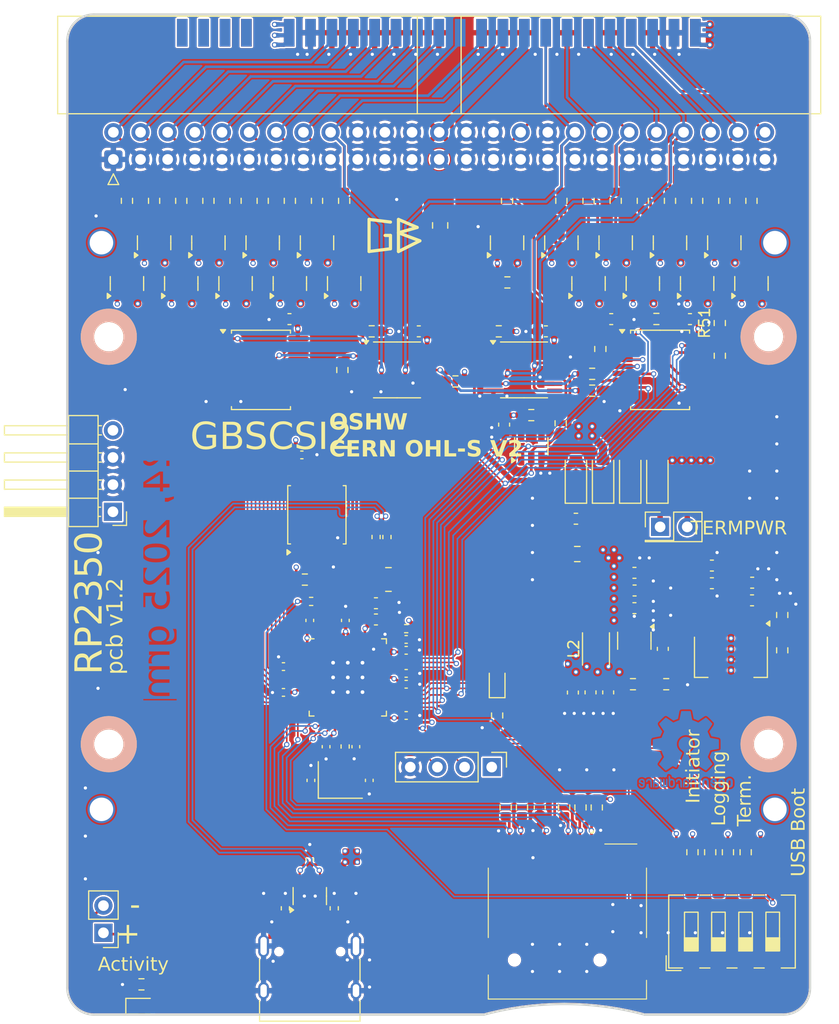
<source format=kicad_pcb>
(kicad_pcb (version 20241229) (generator "pcbnew") (generator_version "9.0")
  (title_block (title "GBSCSI model 2, 2.5/3.5\", discrete MCU") (date "2026-01-07") (rev "1.2") (comment 3 "Drawn by George R. M."))
  (layers (0 "F.Cu" signal) (4 "In1.Cu" signal) (6 "In2.Cu" signal) (2 "B.Cu" signal) (13 "F.Paste" user) (15 "B.Paste" user) (5 "F.SilkS" user "F.Silkscreen") (7 "B.SilkS" user "B.Silkscreen") (1 "F.Mask" user) (3 "B.Mask" user) (25 "Edge.Cuts" user))
  (net 0 "")
  (net 1 "GND")
  (net 2 "+5V")
  (net 3 "Net-(U3-A0)")
  (net 4 "Net-(D2-K)")
  (net 5 "/5V_IN")
  (net 6 "Net-(D4-A)")
  (net 7 "+2.8V")
  (net 8 "/TERMPWR")
  (net 9 "/SDIO_D2")
  (net 10 "/SDIO_D3")
  (net 11 "/SDIO_CMD")
  (net 12 "/SDIO_CLK")
  (net 13 "/SDIO_D0")
  (net 14 "/SDIO_D1")
  (net 16 "/~{SCSI_SD0}")
  (net 17 "/~{SCSI_SD1}")
  (net 18 "/~{SCSI_SD2}")
  (net 19 "/~{SCSI_SD3}")
  (net 20 "/~{SCSI_SD4}")
  (net 21 "/~{SCSI_SD5}")
  (net 22 "/~{SCSI_SD6}")
  (net 23 "/~{SCSI_SD7}")
  (net 24 "/~{SCSI_SDP}")
  (net 25 "/SCSI_~{ATTN}")
  (net 26 "/~{SCSI_BSY}")
  (net 27 "/~{SCSI_ACK}")
  (net 28 "/~{SCSI_MSG}")
  (net 29 "/~{SCSI_SEL}")
  (net 30 "/SCSI_~{C}{slash}D")
  (net 31 "/SCSI_~{REQ}")
  (net 40 "/~{INITIATOR}")
  (net 41 "/~{DEBUG}")
  (net 42 "/~{TERM_EN}")
  (net 43 "/~{MCU_ATTN}")
  (net 44 "/~{MCU_REQ}")
  (net 45 "/~{BUS_DIR}")
  (net 46 "/~{RST_OUT}")
  (net 47 "/~{MCU_SEL_OUT}")
  (net 48 "/~{MCU_ACK}")
  (net 49 "Net-(U3-B1)")
  (net 50 "Net-(R18-Pad1)")
  (net 51 "/MCU_RST")
  (net 52 "Net-(R19-Pad1)")
  (net 53 "/~{MCU_SDP}")
  (net 54 "/~{MCU_CD{slash}SEL_IN}")
  (net 55 "Net-(R20-Pad2)")
  (net 56 "/~{MCU_MSG{slash}BSY_IN}")
  (net 57 "Net-(R21-Pad2)")
  (net 58 "/~{MCU_IO}")
  (net 59 "/~{MCU_SD0}")
  (net 60 "/~{MCU_SD1}")
  (net 61 "/~{MCU_SD2}")
  (net 62 "/~{MCU_SD3}")
  (net 63 "/~{MCU_SD4}")
  (net 64 "/~{MCU_SD5}")
  (net 65 "/~{MCU_SD6}")
  (net 66 "/~{MCU_SD7}")
  (net 67 "/~{MCU_BSY_OUT}")
  (net 68 "/~{SCSI_RST}")
  (net 69 "/ACTY")
  (net 70 "/5V_TIE")
  (net 71 "Net-(F2-Pad1)")
  (net 72 "/SCSI_I{slash}~{O} ")
  (net 73 "Net-(Q1-D)")
  (net 74 "Net-(Q2-D)")
  (net 75 "Net-(Q3-D)")
  (net 76 "Net-(Q4-D)")
  (net 77 "Net-(Q5-D)")
  (net 78 "Net-(Q6-D)")
  (net 79 "Net-(Q7-D)")
  (net 80 "Net-(Q8-D)")
  (net 81 "Net-(Q9-D)")
  (net 82 "Net-(Q10-D)")
  (net 83 "Net-(Q11-D)")
  (net 84 "Net-(Q12-D)")
  (net 85 "Net-(Q13-D)")
  (net 86 "Net-(Q14-D)")
  (net 87 "Net-(Q15-D)")
  (net 88 "Net-(Q16-D)")
  (net 89 "Net-(Q17-D)")
  (net 90 "Net-(Q18-D)")
  (net 91 "+1.1V")
  (net 92 "Net-(U8-SW)")
  (net 93 "Net-(U8-BST)")
  (net 94 "Net-(U8-FB)")
  (net 96 "Net-(U7-GND)")
  (net 97 "/XOUT")
  (net 98 "Net-(C20-Pad1)")
  (net 99 "VBUS")
  (net 100 "/GPIO16")
  (net 101 "Net-(D6-K)")
  (net 102 "Net-(D6-A)")
  (net 103 "/CC1")
  (net 104 "/Din+")
  (net 105 "/Din-")
  (net 107 "/CC2")
  (net 109 "/XIN")
  (net 110 "/Dout+")
  (net 111 "/USB_D+")
  (net 112 "/Dout-")
  (net 113 "/USB_D-")
  (net 114 "/QSPI_SS")
  (net 115 "/~{USB_BOOT}")
  (net 116 "/SWCLK")
  (net 117 "/SWD")
  (net 118 "/RUN")
  (net 121 "/QSPI_SD3")
  (net 122 "/QSPI_SCLK")
  (net 123 "/QSPI_SD0")
  (net 124 "/QSPI_SD2")
  (net 125 "/QSPI_SD1")
  (net 126 "/VREG_LX")
  (net 127 "+3.3V")
  (net 128 "Net-(U1-VREG_AVDD)")
  (footprint "Capacitor_SMD:C_0603_1608Metric" (layer "F.Cu") (at 96.017 102.991 -90)
    (property "Reference" "C14" (hide yes))
    (property "Value" "100nF")
  )
  (footprint "Capacitor_SMD:C_0603_1608Metric" (layer "F.Cu") (at 93.376 97.53)
    (property "Reference" "C17" (hide yes))
    (property "Value" "1uF")
  )
  (footprint "LED_SMD:LED_0603_1608Metric" (layer "F.Cu") (at 80.518 106.0705 90)
    (property "Reference" "D6" (hide yes))
    (property "Value" "YELLOW")
  )
  (footprint "Resistor_SMD:R_0603_1608Metric" (layer "F.Cu") (at 62.53 96.51 180)
    (property "Reference" "R54" (hide yes))
    (property "Value" "4k7")
  )
  (footprint "MountingHole:MountingHole_2.2mm_M2_ISO7380_Pad_TopOnly" (layer "F.Cu") (at 43.5 118)
    (property "Reference" "H7" (hide yes))
    (property "Value" "~")
  )
  (footprint "Resistor_SMD:R_0603_1608Metric" (layer "F.Cu") (at 81.317 117.822 90)
    (property "Reference" "R7" (hide yes))
    (property "Value" "4k7")
  )
  (footprint "Resistor_SMD:R_0603_1608Metric" (layer "F.Cu") (at 80.6704 73.292 180)
    (property "Reference" "R13" (hide yes))
    (property "Value" "4k7")
  )
  (footprint "Capacitor_SMD:C_0603_1608Metric" (layer "F.Cu") (at 90.9066 107.061 -90)
    (property "Reference" "C12" (hide yes))
    (property "Value" "22uF")
  )
  (footprint "LED_SMD:LED_0603_1608Metric" (layer "F.Cu") (at 47.268 136.411)
    (property "Reference" "D1" (hide yes))
    (property "Value" "YELLOW")
  )
  (footprint "Capacitor_SMD:C_0402_1005Metric" (layer "F.Cu") (at 62.992 100.33 90)
    (property "Reference" "C28" (hide yes))
    (property "Value" "100nF")
  )
  (footprint "Resistor_SMD:R_0603_1608Metric" (layer "F.Cu") (at 86.79 117.822 90)
    (property "Reference" "R3" (hide yes))
    (property "Value" "4k7")
  )
  (footprint "Package_TO_SOT_SMD:SOT-23" (layer "F.Cu") (at 94.148 68.8195 90)
    (property "Reference" "Q14" (hide yes))
    (property "Value" "AO3401A")
  )
  (footprint "Resistor_SMD:R_0603_1608Metric" (layer "F.Cu") (at 50.968 61.087 -90)
    (property "Reference" "R24" (hide yes))
    (property "Value" "110")
  )
  (footprint "Connector_USB:USB_C_Receptacle_HRO_TYPE-C-31-M-12" (layer "F.Cu") (at 62.992 133.91)
    (property "Reference" "J1" (hide yes))
    (property "Value" "TYPE-C-31-M-12")
  )
  (footprint "Resistor_SMD:R_0603_1608Metric" (layer "F.Cu") (at 86.460615 81.8896 -90)
    (property "Reference" "R18" (hide yes))
    (property "Value" "4k7")
  )
  (footprint "Resistor_SMD:R_0402_1005Metric" (layer "F.Cu") (at 66.3 112.121 -90)
    (property "Reference" "R14" (hide yes))
    (property "Value" "1k")
  )
  (footprint "Capacitor_SMD:C_0402_1005Metric" (layer "F.Cu") (at 64.516 112.141 -90)
    (property "Reference" "C29" (hide yes))
    (property "Value" "100nF")
  )
  (footprint "Crystal:Crystal_SMD_3225-4Pin_3.2x2.5mm" (layer "F.Cu") (at 65.848 115.25)
    (property "Reference" "Y1" (hide yes))
    (property "Value" "12MHz")
  )
  (footprint "Capacitor_SMD:C_0402_1005Metric" (layer "F.Cu") (at 62.992 122.682 90)
    (property "Reference" "C33" (hide yes))
    (property "Value" "100nF")
  )
  (footprint "Resistor_SMD:R_0603_1608Metric" (layer "F.Cu") (at 68.7832 73.292 180)
    (property "Reference" "R10" (hide yes))
    (property "Value" "4k7")
  )
  (footprint "Resistor_SMD:R_0603_1608Metric" (layer "F.Cu") (at 101.768 61.087 -90)
    (property "Reference" "R38" (hide yes))
    (property "Value" "110")
  )
  (footprint "Resistor_SMD:R_0402_1005Metric" (layer "F.Cu") (at 65.278 127.254 90)
    (property "Reference" "R46" (hide yes))
    (property "Value" "5k1")
  )
  (footprint "GBSCSI:MH2.5_NPTH" (layer "F.Cu") (at 105.91 111.9)
    (property "Reference" "H4" (hide yes))
    (property "Value" "~" (hide yes))
  )
  (footprint "Fiducial:Fiducial_0.5mm_Mask1mm" (layer "F.Cu") (at 107.25 46.15)
    (property "Reference" "FID3" (hide yes))
    (property "Value" "Fiducial")
  )
  (footprint "Resistor_SMD:R_0603_1608Metric" (layer "F.Cu") (at 96.688 61.087 -90)
    (property "Reference" "R36" (hide yes))
    (property "Value" "110")
  )
  (footprint "Resistor_SMD:R_0603_1608Metric" (layer "F.Cu") (at 86.528 61.087 -90)
    (property "Reference" "R32" (hide yes))
    (property "Value" "110")
  )
  (footprint "Package_SO:TSSOP-14_4.4x5mm_P0.65mm" (layer "F.Cu") (at 83.032666 76.899)
    (property "Reference" "U6" (hide yes))
    (property "Value" "74LVTH125")
  )
  (footprint "GBSCSI:RP2350-QFN-60-1EP_7x7_P0.4mm_EP3.4x3.4mm_ThermalVias" (layer "F.Cu") (at 66.548 105.659)
    (property "Reference" "U1" (hide yes))
    (property "Value" "RP2350_60QFN")
  )
  (footprint "Resistor_SMD:R_0603_1608Metric" (layer "F.Cu") (at 107.188 99.822 -90)
    (property "Reference" "R45" (hide yes))
    (property "Value" "0")
  )
  (footprint "Capacitor_SMD:C_0603_1608Metric" (layer "F.Cu") (at 69.18 100.24)
    (property "Reference" "C26" (hide yes))
    (property "Value" "4.7uF")
  )
  (footprint "Resistor_SMD:R_0603_1608Metric" (layer "F.Cu") (at 66.04 76.9112 90)
    (property "Reference" "R19" (hide yes))
    (property "Value" "1k")
  )
  (footprint "Package_SO:SOIC-8_5.23x5.23mm_P1.27mm" (layer "F.Cu") (at 63.655 90.45 90)
    (property "Reference" "U10" (hide yes))
    (property "Value" "W25Q128JVS")
  )
  (footprint "Resistor_SMD:R_0402_1005Metric" (layer "F.Cu") (at 69.194 92.5275 -90)
    (property "Reference" "R48" (hide yes))
    (property "Value" "27")
  )
  (footprint "Package_TO_SOT_SMD:SOT-23" (layer "F.Cu") (at 50.968 68.8195 90)
    (property "Reference" "Q3" (hide yes))
    (property "Value" "AO3401A")
  )
  (footprint "Package_TO_SOT_SMD:SOT-23" (layer "F.Cu") (at 91.608 65.0095 90)
    (property "Reference" "Q13" (hide yes))
    (property "Value" "AO3401A")
  )
  (footprint "Package_TO_SOT_SMD:SOT-23" (layer "F.Cu") (at 96.688 65.0095 90)
    (property "Reference" "Q15" (hide yes))
    (property "Value" "AO3401A")
  )
  (footprint "Capacitor_SMD:C_0603_1608Metric" (layer "F.Cu") (at 91.19 72.149)
    (property "Reference" "C2" (hide yes))
    (property "Value" "12pF")
  )
  (footprint "Package_TO_SOT_SMD:SOT-23" (layer "F.Cu") (at 63.668 65.0095 90)
    (property "Reference" "Q8" (hide yes))
    (property "Value" "AO3401A")
  )
  (footprint "Resistor_SMD:R_0603_1608Metric" (layer "F.Cu") (at 76.6186 77.978 180)
    (property "Reference" "R11" (hide yes))
    (property "Value" "4k7")
  )
  (footprint "Fuse:Fuse_0805_2012Metric" (layer "F.Cu") (at 75.188 63.386 -90)
    (property "Reference" "F1" (hide yes))
    (property "Value" "1A")
  )
  (footprint "Resistor_SMD:R_0603_1608Metric" (layer "F.Cu") (at 45.888 61.087 -90)
    (property "Reference" "R22" (hide yes))
    (property "Value" "110")
  )
  (footprint "Package_TO_SOT_SMD:SOT-23" (layer "F.Cu") (at 66.208 68.8195 90)
    (property "Reference" "Q9" (hide yes))
    (property "Value" "AO3401A")
  )
  (footprint "Resistor_SMD:R_0603_1608Metric" (layer "F.Cu") (at 81.448 61.087 -90)
    (property "Reference" "R31" (hide yes))
    (property "Value" "110")
  )
  (footprint "Capacitor_SMD:C_0603_1608Metric" (layer "F.Cu") (at 81.171815 82.018 -90)
    (property "Reference" "C7" (hide yes))
    (property "Value" "100nF")
  )
  (footprint "Button_Switch_SMD:SW_DIP_SPSTx04_Slide_6.7x11.72mm_W8.61mm_P2.54mm_LowProfile" (layer "F.Cu") (at 102.489 129.4254 90)
    (property "Reference" "SW1" (hide yes))
    (property "Value" "SW_DIP_x04")
  )
  (footprint "Connector_IDC:IDC-Header_2x25_P2.54mm_Horizontal" (layer "F.Cu") (at 44.618 57.214 90)
    (property "Reference" "J6" (hide yes))
    (property "Value" "SCSI_50P_2.54mm")
  )
  (footprint "Connector_PinHeader_2.54mm:PinHeader_1x04_P2.54mm_Horizontal" (layer "F.Cu") (at 44.577 90.17 180)
    (property "Reference" "J4" (hide yes))
    (property "Value" "Conn_01x04")
  )
  (footprint "Capacitor_SMD:C_0402_1005Metric" (layer "F.Cu") (at 72.009 106.299)
    (property "Reference" "C31" (hide yes))
    (property "Value" "100nF")
  )
  (footprint "Capacitor_SMD:C_0603_1608Metric" (layer "F.Cu") (at 89.2556 107.061 -90)
    (property "Reference" "C13" (hide yes))
    (property "Value" "22uF")
  )
  (footprint "Resistor_SMD:R_0402_1005Metric" (layer "F.Cu") (at 63.119 98.552 180)
    (property "Reference" "R53" (hide yes))
    (property "Value" "1k")
  )
  (footprint "Resistor_SMD:R_0603_1608Metric" (layer "F.Cu") (at 56.048 61.087 -90)
    (property "Reference" "R26" (hide yes))
    (property "Value" "110")
  )
  (footprint "Resistor_SMD:R_0603_1608Metric" (layer "F.Cu") (at 82.841 117.822 90)
    (property "Reference" "R5" (hide yes))
    (property "Value" "4k7")
  )
  (footprint "Resistor_SMD:R_0603_1608Metric" (layer "F.Cu") (at 101.346 72.517 90)
    (property "Reference" "R51")
    (property "Value" "1k")
  )
  (footprint "Capacitor_SMD:C_0603_1608Metric" (layer "F.Cu") (at 93.363 95.879)
    (property "Reference" "C15" (hide yes))
    (property "Value" "10uF")
  )
  (footprint "Inductor_SMD:L_0603_1608Metric" (layer "F.Cu") (at 87.888 90.818)
    (property "Reference" "L1" (hide yes))
    (property "Value" "Ferrite_Bead_Small")
  )
  (footprint "Capacitor_SMD:C_0603_1608Metric" (layer "F.Cu") (at 69.18 98.72)
    (property "Reference" "C35" (hide yes))
    (property "Value" "4.7uF")
  )
  (footprint "Diode_SMD:D_SOD-123" (layer "F.Cu") (at 87.888 87.008 90)
    (property "Reference" "D4" (hide yes))
    (property "Value" "D_Schottky")
  )
  (footprint "Resistor_SMD:R_0603_1608Metric" (layer "F.Cu") (at 89.838 117.822 90)
    (property "Reference" "R1" (hide yes))
    (property "Value" "4k7")
  )
  (footprint "Capacitor_SMD:C_0402_1005Metric" (layer "F.Cu") (at 62.25 84.85)
    (property "Reference" "C34" (hide yes))
    (property "Value" "100nF")
  )
  (footprint "Diode_SMD:D_SOD-123" (layer "F.Cu") (at 92.968 87.008 90)
    (property "Reference" "D3" (hide yes))
    (property "Value" "D_Schottky")
  )
  (footprint "Capacitor_SMD:C_0603_1608Metric" (layer "F.Cu") (at 104.362 98.451)
    (property "Reference" "C11" (hide yes))
    (property "Value" "100nF")
  )
  (footprint "MountingHole:MountingHole_2.2mm_M2_ISO7380_Pad_TopOnly" (layer "F.Cu") (at 43.5 65)
    (property "Reference" "H5" (hide yes))
    (property "Value" "~")
  )
  (footprint "Package_SO:TSSOP-14_4.4x5mm_P0.65mm" (layer "F.Cu") (at 71.153333 76.899)
    (property "Reference" "U5" (hide yes))
    (property "Value" "74LVTH125")
  )
  (footprint "Fiducial:Fiducial_0.5mm_Mask1mm" (layer "F.Cu") (at 42.75 134.75)
    (property "Reference" "FID2" (hide yes))
    (property "Value" "Fiducial")
  )
  (footprint "Resistor_SMD:R_0603_1608Metric" (layer "F.Cu") (at 107.188 103.124 -90)
    (property "Reference" "R44" (hide yes))
    (property "Value" "~")
  )
  (footprint "Connector_PinHeader_2.54mm:PinHeader_1x02_P2.54mm_Vertical" (layer "F.Cu") (at 43.688 129.545 180)
    (property "Reference" "J3" (hide yes))
    (property "Value" "Conn_01x02")
  )
  (footprint "Capacitor_SMD:C_0603_1608Metric" (layer "F.Cu") (at 100.607 95.2)
    (property "Reference" "C8" (hide yes))
    (property "Value" "1uF")
  )
  (footprint "Capacitor_SMD:C_0402_1005Metric" (layer "F.Cu") (at 60.5282 107.061 180)
    (property "Reference" "C27" (hide yes))
    (property "Value" "100nF")
  )
  (footprint "Fuse:Fuse_0805_2012Metric" (layer "F.Cu") (at 88.015 94.12)
    (property "Reference" "F2" (hide yes))
    (property "Value" "1A")
  )
  (footprint "Package_TO_SOT_SMD:SOT-23" (layer "F.Cu") (at 58.588 65.0095 90)
    (property "Reference" "Q6" (hide yes))
    (property "Value" "AO3401A")
  )
  (footprint "Connector_PinHeader_2.54mm:PinHeader_1x04_P2.54mm_Vertical" (layer "F.Cu") (at 80.01 114.046 -90)
    (property "Reference" "J7" (hide yes))
    (property "Value" "Conn_01x04")
  )
  (footprint "Capacitor_SMD:C_0603_1608Metric" (layer "F.Cu") (at 73.1898 73.292 180)
    (property "Reference" "C5" (hide yes))
    (property "Value" "100nF")
  )
  (footprint "Resistor_SMD:R_0603_1608Metric" (layer "F.Cu") (at 88.314 117.822 90)
    (property "Reference" "R2" (hide yes))
    (property "Value" "4k7")
  )
  (footprint "Package_TO_SOT_SMD:SOT-23-5" (layer "F.Cu") (at 83.711815 84.05 90)
    (property "Reference" "U4" (hide yes))
    (property "Value" "SN74AHC1G125DBVR")
  )
  (footprint "Package_TO_SOT_SMD:SOT-23" (layer "F.Cu") (at 104.308 68.8195 90)
    (property "Reference" "Q18" (hide yes))
    (property "Value" "AO3401A")
  )
  (footprint "Package_SO:SSOP-20_5.3x7.2mm_P0.65mm" (layer "F.Cu") (at 58.424 76.899)
    (property "Reference" "U2" (hide yes))
    (property "Value" "74LVTH245")
  )
  (footprint "GBSCSI:MH2.5_NPTH" (layer "F.Cu") (at 44.19 73.8)
    (property "Reference" "H1" (hide yes))
    (property "Value" "~" (hide yes))
  )
  (footprint "Package_TO_SOT_SMD:SOT-23-6" (layer "F.Cu") (at 62.992 126.111 90)
    (property "Reference" "U9" (hide yes))
    (property "Value" "USB TVS")
  )
  (footprint "Resistor_SMD:R_0603_1608Metric" (layer "F.Cu") (at 99.228 61.087 -90)
    (property "Reference" "R37" (hide yes))
    (property "Value" "110")
  )
  (footprint "Package_TO_SOT_SMD:SOT-23" (layer "F.Cu") (at 61.128 68.8195 90)
    (property "Reference" "Q7" (hide yes))
    (property "Value" "AO3401A")
  )
  (footprint "Capacitor_SMD:C_0402_1005Metric" (layer "F.Cu") (at 72.009 103.124)
    (property "Reference" "C25" (hide yes))
    (property "Value" "1uF")
  )
  (footprint "GBSCSI:TF01A" (layer "F.Cu") (at 87.09 128.49)
    (property "Reference" "J2" (hide yes))
    (property "Value" "TF003" (hide yes))
  )
  (footprint "Resistor_SMD:R_0402_1005Metric" (layer "F.Cu") (at 60.706 127.254 90)
    (property "Reference" "R47" (hide yes))
    (property "Value" "5k1")
  )
  (footprint "Resistor_SMD:R_0603_1608Metric" (layer "F.Cu") (at 48.428 61.087 -90)
    (property "Reference" "R23" (hide yes))
    (property "Value" "110")
  )
  (footprint "Capacitor_SMD:C_0402_1005Metric" (layer "F.Cu") (at 67.3 112.141 -90)
    (property "Reference" "C22" (hide yes))
    (property "Value" "100nF")
  )
  (footprint "Resistor_SMD:R_0603_1608Metric" (layer "F.Cu") (at 80.518 109.22 90)
    (property "Reference" "R52" (hide yes))
    (property "Value" "510")
  )
  (footprint "Package_TO_SOT_SMD:SOT-23" (layer "F.Cu") (at 56.048 68.8195 90)
    (property "Reference" "Q5" (hide yes))
    (property "Value" "AO3401A")
  )
  (footprint "Capacitor_SMD:C_0402_1005Metric" (layer "F.Cu") (at 60.5282 104.648 180)
    (property "Reference" "C23" (hide yes))
    (property "Value" "1uF")
  )
  (footprint "Connector_PinHeader_2.54mm:PinHeader_2x01_P2.54mm_Vertical" (layer "F.Cu") (at 95.762 91.58)
    (property "Reference" "JP3" (hide yes))
    (property "Value" "Jumper_2_Open")
  )
  (footprint "Resistor_SMD:R_0603_1608Metric" (layer "F.Cu") (at 102.108 122.0094 -90)
    (property "Reference" "R6" (hide yes))
    (property "Value" "1k")
  )
  (footprint "GBSCSI:MH2.5_NPTH" (layer "F.Cu") (at 44.19 111.9)
    (property "Reference" "H2" (hide yes))
    (property "Value" "~" (hide yes))
  )
  (footprint "Resistor_SMD:R_0603_1608Metric" (layer "F.Cu") (at 95.4146 72.136)
    (property "Reference" "R8" (hide yes))
    (property "Value" "4k7")
  )
  (footprint "Resistor_SMD:R_0603_1608Metric" (layer "F.Cu") (at 58.588 61.087 -90)
    (property "Reference" "R27" (hide yes))
    (property "Value" "110")
  )
  (footprint "Resistor_SMD:R_0603_1608Metric" (layer "F.Cu") (at 94.148 61.087 -90)
    (property "Reference" "R35" (hide yes))
    (property "Value" "110")
  )
  (footprint "Inductor_SMD:L_1008_2520Metric_Pad1.43x2.20mm_HandSolder" (layer "F.Cu") (at 70.35 96.5)
    (property "Reference" "L3" (hide yes))
    (property "Value" "3.3uH")
  )
  (footprint "Package_TO_SOT_SMD:SOT-23" (layer "F.Cu") (at 101.768 65.0095 90)
    (property "Reference" "Q17" (hide yes))
    (property "Value" "AO3401A")
  )
  (footprint "Resistor_SMD:R_0402_1005Metric" (layer "F.Cu") (at 70.21 92.53 -90)
    (property "Reference" "R49" (hide yes))
    (property "Value" "27")
  )
  (footprint "Resistor_SMD:R_0402_1005Metric" (layer "F.Cu") (at 72.01 101.1)
    (property "Reference" "R15" (hide yes))
    (property "Value" "27")
  )
  (footprint "Resistor_SMD:R_0603_1608Metric" (layer "F.Cu") (at 89.068 61.087 -90)
    (property "Reference" "R33" (hide yes))
    (property "Value" "110")
  )
  (footprint "Resistor_SMD:R_0603_1608Metric" (layer "F.Cu") (at 93.223 106.293)
    (property "Reference" "R41" (hide yes))
    (property "Value" "31k6")
  )
  (footprint "Resistor_SMD:R_0603_1608Metric" (layer "F.Cu") (at 101.35 75.578 90)
    (property "Reference" "R17" (hide yes))
    (property "Value" "1k")
  )
  (footprint "Capacitor_SMD:C_0603_1608Metric" (layer "F.Cu") (at 85.077 73.292 180)
    (property "Reference" "C6" (hide yes))
    (property "Value" "100nF")
  )
  (footprint "Capacitor_SMD:C_0603_1608Metric" (layer "F.Cu") (at 61.091 72.149 180)
    (property "Reference" "C4" (hide yes))
    (property "Value" "100nF")
  )
  (footprint "Fiducial:Fiducial_0.5mm_Mask1mm" (layer "F.Cu") (at 108.19 134.7)
    (property "Reference" "FID1" (hide yes))
    (property "Value" "Fiducial")
  )
  (footprint "Resistor_SMD:R_0603_1608Metric" (layer "F.Cu") (at 61.128 61.087 -90)
    (property "Reference" "R28" (hide yes))
    (property "Value" "110")
  )
  (footprint "Diode_SMD:D_SOD-123" (layer "F.Cu") (at 90.428 87.008 90)
    (property "Reference" "D5" (hide yes))
    (property "Value" "D_Schottky")
  )
  (footprint "Package_TO_SOT_SMD:SOT-23" (layer "F.Cu") (at 86.528 65.0095 90)
    (property "Reference" "Q11" (hide yes))
    (property "Value" "AO3401A")
  )
  (footprint "Package_TO_SOT_SMD:SOT-23" (layer "F.Cu") (at 99.228 68.8195 90)
    (property "Reference" "Q16" (hide yes))
    (property "Value" "AO3401A")
  )
  (footprint "Package_SO:SSOP-20_5.3x7.2mm_P0.65mm" (layer "F.Cu") (at 95.762 76.899)
    (property "Reference" "U3" (hide yes))
    (property "Value" "74LVTH245")
  )
  (footprint "Resistor_SMD:R_0603_1608Metric" (layer "F.Cu") (at 91.608 61.087 -90)
    (property "Reference" "R34" (hide yes))
    (property "Value" "110")
  )
  (footprint "Resistor_SMD:R_0603_1608Metric" (layer "F.Cu") (at 100.448534 122.0094 90)
    (property "Reference" "R9" (hide yes))
    (property "Value" "4k7")
  )
  (footprint "Capacitor_SMD:C_0603_1608Metric" (layer "F.Cu") (at 87.6046 107.074 -90)
    (property "Reference" "C16" (hide yes))
    (property "Value" "100nF")
  )
  (footprint "Inductor_SMD:L_Changjiang_FNR252012S" (layer "F.Cu") (at 89.7636 102.997 -90)
    (property "Reference" "L2")
    (property "Value" "2.2uH")
  )
  (footprint "Resistor_SMD:R_0603_1608Metric" (layer "F.Cu") (at 103.767468 122.0094 90)
    (property "Reference" "R43" (hide yes))
    (property "Value" "4k7")
  )
  (footprint "Capacitor_SMD:C_0603_1608Metric" (layer "F.Cu") (at 84.504 117.822 -90)
    (property "Reference" "C1" (hide yes))
    (property "Value" "10uF")
  )
  (footprint "Capacitor_SMD:C_0603_1608Metric" (layer "F.Cu") (at 100.607 96.851)
    (property "Reference" "C10" (hide yes))
    (property "Value" "100nF")
  )
  (footprint "Resistor_SMD:R_0603_1608Metric" (layer "F.Cu") (at 90.171 74.943 90)
    (property "Reference" "R16" (hide yes))
    (property "Value" "110")
  )
  (footprint "MountingHole:MountingHole_2.2mm_M2_ISO7380_Pad_TopOnly" (layer "F.Cu") (at 106.5 118)
    (property "Reference" "H8" (hide yes))
    (property "Value" "~")
  )
  (footprint "Resistor_SMD:R_0603_1608Metric" (layer "F.Cu") (at 63.668 61.087 -90)
    (property "Reference" "R29" (hide yes))
    (property "Value" "110")
  )
  (footprint "Capacitor_SMD:C_0603_1608Metric" (layer "F.Cu") (at 93.363 99.181)
    (property "Reference" "C18" (hide yes))
    (property "Value" "100nF")
  )
  (footprint "Package_TO_SOT_SMD:SOT-23" (layer "F.Cu") (at 53.508 65.0095 90)
    (property "Reference" "Q4" (hide yes))
    (property "Value" "AO3401A")
  )
  (footprint "Capacitor_SMD:C_0402_1005Metric" (layer "F.Cu") (at 72.009 105.283)
    (property "Reference" "C24" (hide yes))
    (property "Value" "100nF")
  )
  (footprint "GBSCSI:PinHeader_2x25-2_P2.00mm_straddle" (layer "F.Cu") (at 75.061 43.2815 90)
    (property "Reference" "J5" (hide yes))
    (property "Value" "SCSI_50-2P_2mm")
  )
  (footprint "Resistor_SMD:R_0603_1608Metric" (layer "F.Cu") (at 81.475 68.72 180)
    (property "Reference" "R40" (hide yes))
    (property "Value" "4k7")
  )
  (footprint "Resistor_SMD:R_0603_1608Metric" (layer "F.Cu") (at 98.789068 122.0094 -90)
    (property "Reference" "R4" (hide yes))
    (property "Value" "1k")
  )
  (footprint "Capacitor_SMD:C_0402_1005Metric" (layer "F.Cu") (at 72.009 109.22)
    (property "Reference" "C30" (hide yes))
    (property "Value" "100nF")
  )
  (footprint "Resistor_SMD:R_0603_1608Metric" (layer "F.Cu") (at 47.244 134.366)
    (property "Reference" "R50" (hide yes))
    (property "Value" "510")
  )
  (footprint "GBSCSI:MH2.5_NPTH" (layer "F.Cu") (at 105.91 73.8)
    (property "Reference" "H3" (hide yes))
    (property "Value" "~" (hide yes))
  )
  (footprint "Package_TO_SOT_SMD:SOT-23" (layer "F.Cu") (at 81.448 65.0095 90)
    (property "Reference" "Q10" (hide yes))
    (property "Value" "AO3401A")
  )
  (footprint "Capacitor_SMD:C_0402_1005Metric" (layer "F.Cu") (at 66.3194 100.33 90)
    (property "Reference" "C32" (hide yes))
    (property "Value" "100nF")
  )
  (footprint "Capacitor_SMD:C_0402_1005Metric" (layer "F.Cu") (at 68.558 115.289 -90)
    (property "Reference" "C20" (hide yes))
    (property "Value" "22pF")
  )
  (footprint "Capacitor_SMD:C_0603_1608Metric" (layer "F.Cu") (at 98.556 72.149 180)
    (property "Reference" "C3" (hide yes))
    (property "Value" "100nF")
  )
  (footprint "Capacitor_SMD:C_0402_1005Metric" (layer "F.Cu") (at 72.009 102.108)
    (property "Reference" "C36" (hide yes))
    (property "Value" "4.7uF")
  )
  (footprint "Resistor_SMD:R_0603_1608Metric" (layer "F.Cu") (at 53.508 61.087 -90)
    (property "Reference" "R25" (hide yes))
    (property "Value" "110")
  )
  (footprint "Resistor_SMD:R_0603_1608Metric" (layer "F.Cu") (at 66.208 61.087 -90)
    (property "Reference" "R30" (hide yes))
    (property "Value" "110")
  )
  (footprint "Capacitor_SMD:C_0603_1608Metric" (layer "F.Cu") (at 104.375 96.8)
    (property "Reference" "C9" (hide yes))
    (property "Value" "1uF")
  )
  (footprint "Resistor_SMD:R_0603_1608Metric" (layer "F.Cu") (at 96.334 106.293)
    (property "Reference" "R42" (hide yes))
    (property "Value" "10k")
  )
  (footprint "Package_TO_SOT_SMD:SOT-23" (layer "F.Cu") (at 48.428 65.0095 90)
    (property "Reference" "Q2" (hide yes))
    (property "Value" "AO3401A")
  )
  (footprint "Resistor_SMD:R_0603_1608Metric" (layer "F.Cu") (at 89.408 78.8416 180)
    (property "Reference" "R21" (hide yes))
    (property "Value" "1k")
  )
  (footprint "MountingHole:MountingHole_2.2mm_M2_ISO7380_Pad_TopOnly" (layer "F.Cu") (at 106.5 65)
    (property "Reference" "H6" (hide yes))
    (property "Value" "~")
  )
  (footprint "Resistor_SMD:R_0603_1608Metric" (layer "F.Cu") (at 89.408 77.2668 180)
    (property "Reference" "R20" (hide yes))
    (property "Value" "1k")
  )
  (footprint "Capacitor_SMD:C_0402_1005Metric" (layer "F.Cu") (at 63.097 115.289 90)
    (property "Reference" "C21" (hide yes))
    (property "Value" "22pF")
  )
  (footprint "Package_TO_SOT_SMD:SOT-223-3_TabPin2" (layer "F.Cu") (at 102.388 103.749 -90)
    (property "Reference" "U7" (hide yes))
    (property "Value" "AZ1117-2.85")
  )
  (footprint "Resistor_SMD:R_0603_1608Metric" (layer "F.Cu") (at 83.711815 81.129)
    (property "Reference" "R12" (hide yes))
    (property "Value" "4k7")
  )
  (footprint "Resistor_SMD:R_0603_1608Metric" (layer "F.Cu") (at 104.308 61.087 -90)
    (property "Reference" "R39" (hide yes))
    (property "Value" "110")
  )
  (footprint "Package_TO_SOT_SMD:SOT-23" (layer "F.Cu") (at 45.888 68.8195 90)
    (property "Reference" "Q1" (hide yes))
    (property "Value" "AO3401A")
  )
  (footprint "Package_TO_SOT_SMD:TSOT-23-6" (layer "F.Cu") (at 93.35 102.229 -90)
    (property "Reference" "U8" (hide yes))
    (property "Value" "AP62250WU")
  )
  (footprint "Package_TO_SOT_SMD:SOT-23" (layer "F.Cu") (at 89.068 68.8195 90)
    (property "Reference" "Q12" (hide yes))
    (property "Value" "AO3401A")
  )
  (footprint "Diode_SMD:D_SOD-123" (layer "F.Cu") (at 95.508 87.008 90)
    (property "Reference" "D2" (hide yes))
    (property "Value" "D_Schottky")
  )
  (footprint "Symbol:OSHW-Logo2_9.8x8mm_Copper" (layer "B.Cu") (at 98.171 112.522 180)
    (property "Reference" "REF**" (hide yes))
    (property "Value" "OSHW-Logo2_9.8x8mm_Copper" (hide yes))
  )
  (gr_line (start 73.288 64.826) (end 71.288 64.076) (stroke (width 0.3)) (layer "F.SilkS"))
  (gr_line (start 68.538 65.822) (end 70.538 65.572) (stroke (width 0.3)) (layer "F.SilkS"))
  (gr_line (start 73.038 63.576) (end 71.288 64.076) (stroke (width 0.3)) (layer "F.SilkS"))
  (gr_line (start 70.538 65.572) (end 70.538 64.322) (stroke (width 0.3)) (layer "F.SilkS"))
  (gr_line (start 68.538 62.822) (end 70.538 63.072) (stroke (width 0.3)) (layer "F.SilkS"))
  (gr_line (start 68.538 62.822) (end 68.538 65.822) (stroke (width 0.3)) (layer "F.SilkS"))
  (gr_line (start 71.288 65.826) (end 73.288 64.826) (stroke (width 0.3)) (layer "F.SilkS"))
  (gr_line (start 70.038 64.322) (end 70.538 64.322) (stroke (width 0.3)) (layer "F.SilkS"))
  (gr_line (start 71.288 62.826) (end 73.038 63.576) (stroke (width 0.3)) (layer "F.SilkS"))
  (gr_line (start 71.288 65.826) (end 71.288 62.826) (stroke (width 0.3)) (layer "F.SilkS"))
  (gr_arc (start 109.8 134.7) (mid 109.067767 136.467766) (end 107.3 137.2) (stroke (width 0.2)) (layer "Edge.Cuts"))
  (gr_line (start 42.8 137.2) (end 79.3 137.2) (stroke (width 0.2)) (layer "Edge.Cuts"))
  (gr_line (start 40.3 134.7) (end 40.3 46.15) (stroke (width 0.2)) (layer "Edge.Cuts"))
  (gr_arc (start 107.3 43.65) (mid 109.067767 44.382233) (end 109.8 46.15) (stroke (width 0.2)) (layer "Edge.Cuts"))
  (gr_line (start 94.3 137.2) (end 107.3 137.2) (stroke (width 0.2)) (layer "Edge.Cuts"))
  (gr_arc (start 79.3 137.2) (mid 86.8 136.212606) (end 94.3 137.2) (stroke (width 0.2)) (layer "Edge.Cuts"))
  (gr_arc (start 40.3 46.15) (mid 41.032233 44.382233) (end 42.8 43.65) (stroke (width 0.2)) (layer "Edge.Cuts"))
  (gr_line (start 109.8 134.7) (end 109.8 46.15) (stroke (width 0.2)) (layer "Edge.Cuts"))
  (gr_arc (start 42.8 137.2) (mid 41.032234 136.467767) (end 40.3 134.7) (stroke (width 0.2)) (layer "Edge.Cuts"))
  (gr_line (start 42.8 43.65) (end 107.3 43.65) (stroke (width 0.2)) (layer "Edge.Cuts"))
  (gr_text "(c)2024, 2025 grm" (at 50.292 107.696 90) (layer "B.Cu" knockout) (effects (font (size 2.5 2.5) (thickness 0.15) (italic yes)) (justify right bottom mirror)))
  (gr_text "pcb v1.2" (at 45.72 105.41 90) (layer "F.SilkS") (effects (font (size 1.5 1.5)) (justify left bottom)))
  (gr_text "GBSCSI2" (at 51.8 84.72 0) (layer "F.SilkS") (effects (font (size 2.5 2.5) (thickness 0.15) (italic yes)) (justify left bottom)))
  (gr_text "USB Boot" (at 109.5 116 90) (layer "F.SilkS") (effects (font (size 1.27 1.27) (thickness 0.1875)) (justify right bottom)))
  (gr_text "Logging" (at 102.0572 112.522 90) (layer "F.SilkS") (effects (font (size 1.27 1.27) (thickness 0.1875)) (justify right bottom)))
  (gr_text "Activity" (at 49.8 133.3 0) (layer "F.SilkS") (effects (font (size 1.27 1.27) (thickness 0.1875)) (justify right bottom)))
  (gr_text "RP2350" (at 43.942 105.41 90) (layer "F.SilkS") (effects (font (size 2.5 2.5) (thickness 0.15) (italic yes)) (justify left bottom)))
  (gr_text "OSHW\nCERN OHL-S V2" (at 64.79 85.25 0) (layer "F.SilkS") (effects (font (size 1.5 1.5) (thickness 0.3) (bold yes) (italic yes)) (justify left bottom)))
  (gr_text "-" (at 47.15 128.2 0) (layer "F.SilkS") (effects (font (size 2 2) (thickness 0.1875)) (justify right bottom)))
  (gr_text "TERMPWR" (at 107.6452 92.5068 0) (layer "F.SilkS") (effects (font (size 1.27 1.27) (thickness 0.1875)) (justify right bottom)))
  (gr_text "Term." (at 104.4572 114.722 90) (layer "F.SilkS") (effects (font (size 1.27 1.27) (thickness 0.1875)) (justify right bottom)))
  (gr_text "Initiator" (at 99.6572 110.522 90) (layer "F.SilkS") (effects (font (size 1.27 1.27) (thickness 0.1875)) (justify right bottom)))
  (gr_text "+" (at 47.15 130.9 0) (layer "F.SilkS") (effects (font (size 2 2) (thickness 0.1875)) (justify right bottom)))
  (via (at 100.33 72.4408) (size 0.5) (drill 0.3) (layers "F.Cu" "B.Cu") (net 1))
  (via (at 61.853 47.384) (size 0.5) (drill 0.3) (layers "F.Cu" "B.Cu") (net 1))
  (via (at 93.222 47.384) (size 0.5) (drill 0.3) (layers "F.Cu" "B.Cu") (net 1))
  (via (at 95.128 100.324) (size 0.5) (drill 0.3) (layers "F.Cu" "B.Cu") (net 1))
  (via (at 63.66 84.83) (size 0.5) (drill 0.3) (layers "F.Cu" "B.Cu") (net 1))
  (via (at 95.254 47.384) (size 0.5) (drill 0.3) (layers "F.Cu" "B.Cu") (net 1))
  (via (at 80.01 83.185) (size 0.5) (drill 0.3) (layers "F.Cu" "B.Cu") (net 1))
  (via (at 93.3196 72.1868) (size 0.5) (drill 0.3) (layers "F.Cu" "B.Cu") (net 1))
  (via (at 63.097 113.892) (size 0.5) (drill 0.3) (layers "F.Cu" "B.Cu") (net 1))
  (via (at 104.14 129.54) (size 0.5) (drill 0.3) (layers "F.Cu" "B.Cu") (net 1))
  (via (at 87.376 75.692) (size 0.5) (drill 0.3) (layers "F.Cu" "B.Cu") (net 1))
  (via (at 101.6 129.54) (size 0.5) (drill 0.3) (layers "F.Cu" "B.Cu") (net 1))
  (via (at 104.14 88.9) (size 0.5) (drill 0.3) (layers "F.Cu" "B.Cu") (net 1))
  (via (at 97.54 47.384) (size 0.5) (drill 0.3) (layers "F.Cu" "B.Cu") (net 1))
  (via (at 53.2892 79.8576) (size 0.5) (drill 0.3) (layers "F.Cu" "B.Cu") (net 1))
  (via (at 66.806 47.384) (size 0.5) (drill 0.3) (layers "F.Cu" "B.Cu") (net 1))
  (via (at 73.2536 103.0986) (size 0.5) (drill 0.3) (layers "F.Cu" "B.Cu") (net 1))
  (via (at 101.092 98.044) (size 0.5) (drill 0.3) (layers "F.Cu" "B.Cu") (net 1))
  (via (at 86.452 119.506) (size 0.5) (drill 0.3) (layers "F.Cu" "B.Cu") (net 1))
  (via (at 83.2104 73.3044) (size 0.5) (drill 0.3) (layers "F.Cu" "B.Cu") (net 1))
  (via (at 93.98 129.54) (size 0.5) (drill 0.3) (layers "F.Cu" "B.Cu") (net 1))
  (via (at 91.34 126.9) (size 0.5) (drill 0.3) (layers "F.Cu" "B.Cu") (net 1))
  (via (at 65.2 95.33) (size 0.5) (drill 0.3) (layers "F.Cu" "B.Cu") (net 1))
  (via (at 45.47 134.379) (size 0.5) (drill 0.3) (layers "F.Cu" "B.Cu") (net 1))
  (via (at 72.644 78.1304) (size 0.5) (drill 0.3) (layers "F.Cu" "B.Cu") (net 1))
  (via (at 106.68 81.28) (size 0.5) (drill 0.3) (layers "F.Cu" "B.Cu") (net 1))
  (via (at 90.4286 109.025) (size 0.5) (drill 0.3) (layers "F.Cu" "B.Cu") (net 1))
  (via (at 89.5286 109.025) (size 0.5) (drill 0.3) (layers "F.Cu" "B.Cu") (net 1))
  (via (at 72.902 47.384) (size 0.5) (drill 0.3) (layers "F.Cu" "B.Cu") (net 1))
  (via (at 45.72 78.74) (size 0.5) (drill 0.3) (layers "F.Cu" "B.Cu") (net 1))
  (via (at 86.3612 133.1616) (size 0.5) (drill 0.3) (layers "F.Cu" "B.Cu") (net 1))
  (via (at 80.01 82.296) (size 0.5) (drill 0.3) (layers "F.Cu" "B.Cu") (net 1))
  (via (at 88.9012 133.1616) (size 0.5) (drill 0.3) (layers "F.Cu" "B.Cu") (net 1))
  (via (at 64.516 113.284) (size 0.5) (drill 0.3) (layers "F.Cu" "B.Cu") (net 1))
  (via (at 73.2536 102.1334) (size 0.5) (drill 0.3) (layers "F.Cu" "B.Cu") (net 1))
  (via (at 101.092 93.98) (size 0.5) (drill 0.3) (layers "F.Cu" "B.Cu") (net 1))
  (via (at 94.747 94.482) (size 0.5) (drill 0.3) (layers "F.Cu" "B.Cu") (net 1))
  (via (at 83.8212 133.1616) (size 0.5) (drill 0.3) (layers "F.Cu" "B.Cu") (net 1))
  (via (at 58.674 125.857) (size 0.5) (drill 0.3) (layers "F.Cu" "B.Cu") (net 1))
  (via (at 68.961 103.0224) (size 0.5) (drill 0.3) (layers "F.Cu" "B.Cu") (net 1))
  (via (at 104.14 86.36) (size 0.5) (drill 0.3) (layers "F.Cu" "B.Cu") (net 1))
  (via (at 66.548 128.524) (size 0.5) (drill 0.3) (layers "F.Cu" "B.Cu") (net 1))
  (via (at 97.536 80.01) (size 0.5) (drill 0.3) (layers "F.Cu" "B.Cu") (net 1))
  (via (at 42 124.5) (size 0.5) (drill 0.3) (layers "F.Cu" "B.Cu") (net 1))
  (via (at 56.5404 79.8576) (size 0.5) (drill 0.3) (layers "F.Cu" "B.Cu") (net 1))
  (via (at 106.68 86.36) (size 0.5) (drill 0.3) (layers "F.Cu" "B.Cu") (net 1))
  (via (at 93.858 94.482) (size 0.5) (drill 0.3) (layers "F.Cu" "B.Cu") (net 1))
  (via (at 42 120.5) (size 0.5) (drill 0.3) (layers "F.Cu" "B.Cu") (net 1))
  (via (at 81.4324 79.3496) (size 0.5) (drill 0.3) (layers "F.Cu" "B.Cu") (net 1))
  (via (at 93.35 99.943) (size 0.5) (drill 0.3) (layers "F.Cu" "B.Cu") (net 1))
  (via (at 84.5312 77.5716) (size 0.5) (drill 0.3) (layers "F.Cu" "B.Cu") (net 1))
  (via (at 87.7286 109.025) (size 0.5) (drill 0.3) (layers "F.Cu" "B.Cu") (net 1))
  (via (at 42 116) (size 0.5) (drill 0.3) (layers "F.Cu" "B.Cu") (net 1))
  (via (at 71.12 60.96) (size 0.5) (drill 0.3) (layers "F.Cu" "B.Cu") (net 1))
  (via (at 59.182 72.1868) (size 0.5) (drill 0.3) (layers "F.Cu" "B.Cu") (net 1))
  (via (at 105.918 95.504) (size 0.5) (drill 0.3) (layers "F.Cu" "B.Cu") (net 1))
  (via (at 91.44 114.3) (size 0.5) (drill 0.3) (layers "F.Cu" "B.Cu") (net 1))
  (via (at 99.06 129.54) (size 0.5) (drill 0.3) (layers "F.Cu" "B.Cu") (net 1))
  (via (at 78.744 47.384) (size 0.5) (drill 0.3) (layers "F.Cu" "B.Cu") (net 1))
  (via (at 106.68 96.52) (size 0.5) (drill 0.3) (layers "F.Cu" "B.Cu") (net 1))
  (via (at 66.3448 99.0092) (size 0.5) (drill 0.3) (layers "F.Cu" "B.Cu") (net 1))
  (via (at 86.11 47.384) (size 0.5) (drill 0.3) (layers "F.Cu" "B.Cu") (net 1))
  (via (at 88.142 47.384) (size 0.5) (drill 0.3) (layers "F.Cu" "B.Cu") (net 1))
  (via (at 73.279 109.22) (size 0.5) (drill 0.3) (layers "F.Cu" "B.Cu") (net 1))
  (via (at 79.121 110.363) (size 0.5) (drill 0.3) (layers "F.Cu" "B.Cu") (net 1))
  (via (at 95.128 99.435) (size 0.5) (drill 0.3) (layers "F.Cu" "B.Cu") (net 1))
  (via (at 80.652 120.006) (size 0.5) (drill 0.3) (layers "F.Cu" "B.Cu") (net 1))
  (via (at 91.3786 109.025) (size 0.5) (drill 0.3) (layers "F.Cu" "B.Cu") (net 1))
  (via (at 97.79 73.3044) (size 0.5) (drill 0.3) (layers "F.Cu" "B.Cu") (net 1))
  (via (at 85.444615 86.5567) (size 0.5) (drill 0.3) (layers "F.Cu" "B.Cu") (net 1))
  (via (at 90.202 119.956) (size 0.5) (drill 0.3) (layers "F.Cu" "B.Cu") (net 1))
  (via (at 78.74 63.5) (size 0.5) (drill 0.3) (layers "F.Cu" "B.Cu") (net 1))
  (via (at 64.774 47.384) (size 0.5) (drill 0.3) (layers "F.Cu" "B.Cu") (net 1))
  (via (at 73.279 105.283) (size 0.5) (drill 0.3) (layers "F.Cu" "B.Cu") (net 1))
  (via (at 108.458 98.806) (size 0.5) (drill 0.3) (layers "F.Cu" "B.Cu") (net 1))
  (via (at 83.869 119.981) (size 0.5) (drill 0.3) (layers "F.Cu" "B.Cu") (net 1))
  (via (at 70.0278 101.6254) (size 0.5) (drill 0.3) (layers "F.Cu" "B.Cu") (net 1))
  (via (at 67.142437 113.269299) (size 0.5) (drill 0.3) (layers "F.Cu" "B.Cu") (net 1))
  (via (at 104.902 95.504) (size 0.5) (drill 0.3) (layers "F.Cu" "B.Cu") (net 1))
  (via (at 96.75 97.3) (size 0.5) (drill 0.3) (layers "F.Cu" "B.Cu") (net 1))
  (via (at 71.34 98.65) (size 0.5) (drill 0.3) (layers "F.Cu" "B.Cu") (net 1))
  (via (at 68.558 116.559) (size 0.5) (drill 0.3) (layers "F.Cu" "B.Cu") (net 1))
  (via (at 43.18 93.98) (size 0.5) (drill 0.3) (layers "F.Cu" "B.Cu") (net 1))
  (via (at 59.563 132.207) (size 0.5) (drill 0.3) (layers "F.Cu" "B.Cu") (net 1))
  (via (at 106.934 97.79) (size 0.5) (drill 0.3) (layers "F.Cu" "B.Cu") (net 1))
  (via (at 81.03 47.384) (size 0.5) (drill 0.3) (layers "F.Cu" "B.Cu") (net 1))
  (via (at 95.128 98.546) (size 0.5) (drill 0.3) (layers "F.Cu" "B.Cu") (net 1))
  (via (at 106.68 88.9) (size 0.5) (drill 0.3) (layers "F.Cu" "B.Cu") (net 1))
  (via (at 67.31 125.857) (size 0.5) (drill 0.3) (layers "F.Cu" "B.Cu") (net 1))
  (via (at 74.934 47.384) (size 0.5) (drill 0.3) (layers "F.Cu" "B.Cu") (net 1))
  (via (at 95.128 96.641) (size 0.5) (drill 0.3) (layers "F.Cu" "B.Cu") (net 1))
  (via (at 83.82 96.52) (size 0.5) (drill 0.3) (layers "F.Cu" "B.Cu") (net 1))
  (via (at 107.95 97.79) (size 0.5) (drill 0.3) (layers "F.Cu" "B.Cu") (net 1))
  (via (at 70.87 47.384) (size 0.5) (drill 0.3) (layers "F.Cu" "B.Cu") (net 1))
  (via (at 83.82 91.44) (size 0.5) (drill 0.3) (layers "F.Cu" "B.Cu") (net 1))
  (via (at 86.8286 109.025) (size 0.5) (drill 0.3) (layers "F.Cu" "B.Cu") (net 1))
  (via (at 96.75 99.85) (size 0.5) (drill 0.3) (layers "F.Cu" "B.Cu") (net 1))
  (via (at 88.6286 109.025) (size 0.5) (drill 0.3) (layers "F.Cu" "B.Cu") (net 1))
  (via (at 65.278 125.857) (size 0.5) (drill 0.3) (layers "F.Cu" "B.Cu") (net 1))
  (via (at 66.9036 78.9432) (size 0.5) (drill 0.3) (layers "F.Cu" "B.Cu") (net 1))
  (via (at 65.6 92.6) (size 0.5) (drill 0.3) (layers "F.Cu" "B.Cu") (net 1))
  (via (at 98.332 106.345) (size 0.5) (drill 0.3) (layers "F.Cu" "B.Cu") (net 1))
  (via (at 83.869 122.521) (size 0.5) (drill 0.3) (layers "F.Cu" "B.Cu") (net 1))
  (via (at 71.38 99.58) (size 0.5) (drill 0.3) (layers "F.Cu" "B.Cu") (net 1))
  (via (at 83.8212 130.6216) (size 0.5) (drill 0.3) (layers "F.Cu" "B.Cu") (net 1))
  (via (at 86.36 114.3) (size 0.5) (drill 0.3) (layers "F.Cu" "B.Cu") (net 1))
  (via (at 60.706 125.857) (size 0.5) (drill 0.3) (layers "F.Cu" "B.Cu") (net 1))
  (via (at 95.128 101.213) (size 0.5) (drill 0.3) (layers "F.Cu" "B.Cu") (net 1))
  (via (at 69.6468 78.9432) (size 0.5) (drill 0.3) (layers "F.Cu" "B.Cu") (net 1))
  (via (at 97.508885 70.739) (size 0.5) (drill 0.3) (layers "F.Cu" "B.Cu") (net 1))
  (via (at 91.9988 80.7212) (size 0.5) (drill 0.3) (layers "F.Cu" "B.Cu") (net 1))
  (via (at 84.600815 86.5567) (size 0.5) (drill 0.3) (layers "F.Cu" "B.Cu") (net 1))
  (via (at 73.279 106.299) (size 0.5) (drill 0.3) (layers "F.Cu" "B.Cu") (net 1))
  (via (at 88.9012 130.6216) (size 0.5) (drill 0.3) (layers "F.Cu" "B.Cu") (net 1))
  (via (at 106.68 83.82) (size 0.5) (drill 0.3) (layers "F.Cu" "B.Cu") (net 1))
  (via (at 43 62.5) (size 0.5) (drill 0.3) (layers "F.Cu" "B.Cu") (net 1))
  (via (at 71.3232 73.3044) (size 0.5) (drill 0.3) (layers "F.Cu" "B.Cu") (net 1))
  (via (at 68.838 47.384) (size 0.5) (drill 0.3) (layers "F.Cu" "B.Cu") (net 1))
  (via (at 62.484 126.111) (size 0.5) (drill 0.3) (layers "F.Cu" "B.Cu") (net 1))
  (via (at 88.9 114.3) (size 0.5) (drill 0.3) (layers "F.Cu" "B.Cu") (net 1))
  (via (at 78.8924 79.3496) (size 0.5) (drill 0.3) (layers "F.Cu" "B.Cu") (net 1))
  (via (at 93.98 127) (size 0.5) (drill 0.3) (layers "F.Cu" "B.Cu") (net 1))
  (via (at 59.436 128.524) (size 0.5) (drill 0.3) (layers "F.Cu" "B.Cu") (net 1))
  (via (at 84.078 47.384) (size 0.5) (drill 0.3) (layers "F.Cu" "B.Cu") (net 1))
  (via (at 62.742 47.384) (size 0.5) (drill 0.3) (layers "F.Cu" "B.Cu") (net 1))
  (via (at 86.3612 130.6216) (size 0.5) (drill 0.3) (layers "F.Cu" "B.Cu") (net 1))
  (via (at 43.18 106.68) (size 0.5) (drill 0.3) (layers "F.Cu" "B.Cu") (net 1))
  (via (at 83.82 93.98) (size 0.5) (drill 0.3) (layers "F.Cu" "B.Cu") (net 1))
  (via (at 59.500894 107.072306) (size 0.5) (drill 0.3) (layers "F.Cu" "B.Cu") (net 1))
  (via (at 66.5 132.08) (size 0.5) (drill 0.3) (layers "F.Cu" "B.Cu") (net 1))
  (via (at 91.34 129.44) (size 0.5) (drill 0.3) (layers "F.Cu" "B.Cu") (net 1))
  (via (at 63.5 126.111) (size 0.5) (drill 0.3) (layers "F.Cu" "B.Cu") (net 1))
  (via (at 62.992 121.285) (size 0.5) (drill 0.3) (layers "F.Cu" "B.Cu") (net 1))
  (via (at 68.58 132.08) (size 0.5) (drill 0.3) (layers "F.Cu" "B.Cu") (net 1))
  (via (at 90.5256 79.8576) (size 0.5) (drill 0.3) (layers "F.Cu" "B.Cu") (net 1))
  (via (at 83.82 88.9) (size 0.5) (drill 0.3) (layers "F.Cu" "B.Cu") (net 1))
  (via (at 106.68 93.98) (size 0.5) (drill 0.3) (layers "F.Cu" "B.Cu") (net 1))
  (via (at 91.19 47.384) (size 0.5) (drill 0.3) (layers "F.Cu" "B.Cu") (net 1))
  (via (at 68.58 134.62) (size 0.5) (drill 0.3) (layers "F.Cu" "B.Cu") (net 1))
  (via (at 60.071 103.7336) (size 0.5) (drill 0.3) (layers "F.Cu" "B.Cu") (net 1))
  (via (at 96.52 129.54) (size 0.5) (drill 0.3) (layers "F.Cu" "B.Cu") (net 1))
  (segment (start 98.032 93.4) (end 92.6 93.4) (width 0.635) (layer "F.Cu") (net 2))
  (segment (start 99.832 100.343) (end 99.832 95.2) (width 0.635) (layer "F.Cu") (net 2))
  (segment (start 99.832 95.2) (end 98.032 93.4) (width 0.635) (layer "F.Cu") (net 2))
  (via (at 90.424 93.726) (size 0.5) (drill 0.3) (layers "F.Cu" "B.Cu") (net 2))
  (via (at 91.44 96.266) (size 0.5) (drill 0.3) (layers "F.Cu" "B.Cu") (net 2))
  (via (at 91.44 95.25) (size 0.5) (drill 0.3) (layers "F.Cu" "B.Cu") (net 2))
  (via (at 91.948 94.488) (size 0.5) (drill 0.3) (layers "F.Cu" "B.Cu") (net 2))
  (via (at 91.44 93.726) (size 0.5) (drill 0.3) (layers "F.Cu" "B.Cu") (net 2))
  (via (at 90.932 94.488) (size 0.5) (drill 0.3) (layers "F.Cu" "B.Cu") (net 2))
  (via (at 91.44 98.298) (size 0.5) (drill 0.3) (layers "F.Cu" "B.Cu") (net 2))
  (via (at 91.44 100.33) (size 0.5) (drill 0.3) (layers "F.Cu" "B.Cu") (net 2))
  (via (at 91.44 97.282) (size 0.5) (drill 0.3) (layers "F.Cu" "B.Cu") (net 2))
  (via (at 91.44 99.314) (size 0.5) (drill 0.3) (layers "F.Cu" "B.Cu") (net 2))
  (segment (start 90.677 74.624) (end 90.171 74.118) (width 0.25) (layer "F.Cu") (net 3))
  (segment (start 90.174 74.115) (end 90.174 72.39) (width 0.25) (layer "F.Cu") (net 3))
  (segment (start 92.262 74.624) (end 90.677 74.624) (width 0.25) (layer "F.Cu") (net 3))
  (segment (start 95.762 91.58) (end 95.762 88.912) (width 0.508) (layer "F.Cu") (net 4))
  (segment (start 95.762 88.912) (end 95.508 88.658) (width 0.508) (layer "F.Cu") (net 4))
  (segment (start 100.4165 45.352) (end 100.402 45.3375) (width 0.381) (layer "F.Cu") (net 5))
  (segment (start 99.1465 46.114) (end 99.5275 46.495) (width 0.381) (layer "F.Cu") (net 5))
  (segment (start 92.968 85.358) (end 95.508 85.358) (width 0.762) (layer "F.Cu") (net 5))
  (segment (start 99.318 45.606) (end 100.4165 45.606) (width 0.381) (layer "F.Cu") (net 5))
  (segment (start 59.694 45.606) (end 60.8215 45.606) (width 0.381) (layer "F.Cu") (net 5))
  (segment (start 60.583 46.495) (end 60.964 46.114) (width 0.381) (layer "F.Cu") (net 5))
  (segment (start 99.1465 44.59) (end 100.4165 44.59) (width 0.381) (layer "F.Cu") (net 5))
  (segment (start 100.4165 46.495) (end 100.4165 44.59) (width 0.762) (layer "F.Cu") (net 5))
  (segment (start 60.964 44.59) (end 59.694 44.59) (width 0.381) (layer "F.Cu") (net 5))
  (segment (start 95.509 85.357) (end 100.461 85.357) (width 0.762) (layer "F.Cu") (net 5))
  (segment (start 100.4165 45.606) (end 100.4165 45.352) (width 0.381) (layer "F.Cu") (net 5))
  (segment (start 99.5275 46.495) (end 100.4165 46.495) (width 0.381) (layer "F.Cu") (net 5))
  (segment (start 59.694 46.495) (end 60.583 46.495) (width 0.381) (layer "F.Cu") (net 5))
  (via (at 100.461 85.357) (size 0.5) (drill 0.3) (layers "F.Cu" "B.Cu") (net 5))
  (via (at 100.4165 46.495) (size 0.5) (drill 0.3) (layers "F.Cu" "B.Cu") (net 5))
  (via (at 96.905 85.357) (size 0.5) (drill 0.3) (layers "F.Cu" "B.Cu") (net 5))
  (via (at 100.4165 45.606) (size 0.5) (drill 0.3) (layers "F.Cu" "B.Cu") (net 5))
  (via (at 99.572 85.357) (size 0.5) (drill 0.3) (layers "F.Cu" "B.Cu") (net 5))
  (via (at 97.794 85.357) (size 0.5) (drill 0.3) (layers "F.Cu" "B.Cu") (net 5))
  (via (at 59.694 45.606) (size 0.5) (drill 0.3) (layers "F.Cu" "B.Cu") (net 5))
  (via (at 59.694 46.495) (size 0.5) (drill 0.3) (layers "F.Cu" "B.Cu") (net 5))
  (via (at 98.683 85.357) (size 0.5) (drill 0.3) (layers "F.Cu" "B.Cu") (net 5))
  (via (at 100.4165 44.59) (size 0.5) (drill 0.3) (layers "F.Cu" "B.Cu") (net 5))
  (via (at 59.694 44.59) (size 0.5) (drill 0.3) (layers "F.Cu" "B.Cu") (net 5))
  (segment (start 99.572 46.495) (end 99.061 45.984) (width 0.381) (layer "B.Cu") (net 5))
  (segment (start 59.694 44.59) (end 60.964 44.59) (width 0.381) (layer "B.Cu") (net 5))
  (segment (start 59.694 46.495) (end 60.583 46.495) (width 0.381) (layer "B.Cu") (net 5))
  (segment (start 100.4165 46.495) (end 99.572 46.495) (width 0.381) (layer "B.Cu") (net 5))
  (segment (start 100.4165 45.606) (end 99.3005 45.606) (width 0.381) (layer "B.Cu") (net 5))
  (segment (start 59.694 45.606) (end 60.8215 45.606) (width 0.381) (layer "B.Cu") (net 5))
  (segment (start 99.191 44.59) (end 100.4165 44.59) (width 0.381) (layer "B.Cu") (net 5))
  (segment (start 60.583 46.495) (end 61.061 46.017) (width 0.381) (layer "B.Cu") (net 5))
  (segment (start 75.188 66.942) (end 75.188 64.3235) (width 0.5) (layer "F.Cu") (net 6))
  (segment (start 81.915 87.249) (end 76.6064 81.9404) (width 0.5) (layer "F.Cu") (net 6))
  (segment (start 85.997 87.249) (end 82.751 87.249) (width 0.508) (layer "F.Cu") (net 6))
  (segment (start 98.302 88.024) (end 97.54 87.262) (width 0.508) (layer "F.Cu") (net 6))
  (segment (start 76.6064 68.3604) (end 75.188 66.942) (width 0.5) (layer "F.Cu") (net 6))
  (segment (start 98.302 91.58) (end 98.302 88.024) (width 0.508) (layer "F.Cu") (net 6))
  (segment (start 89.792 87.262) (end 87.888 85.358) (width 0.508) (layer "F.Cu") (net 6))
  (segment (start 97.54 87.262) (end 89.792 87.262) (width 0.508) (layer "F.Cu") (net 6))
  (segment (start 76.6064 81.9404) (end 76.6064 68.3604) (width 0.5) (layer "F.Cu") (net 6))
  (segment (start 87.888 85.358) (end 85.997 87.249) (width 0.508) (layer "F.Cu") (net 6))
  (segment (start 82.751 87.249) (end 81.915 87.249) (width 0.5) (layer "F.Cu") (net 6))
  (segment (start 95.127 69.736) (end 95.127 70.6805) (width 0.7) (layer "F.Cu") (net 7))
  (segment (start 51.947 70.6805) (end 51.976 70.7095) (width 0.7) (layer "F.Cu") (net 7))
  (segment (start 46.867 70.6805) (end 46.896 70.7095) (width 0.7) (layer "F.Cu") (net 7))
  (segment (start 97.667 65.926) (end 97.667 66.8705) (width 0.7) (layer "F.Cu") (net 7))
  (segment (start 82.3 67.0475) (end 82.427 66.9205) (width 0.25) (layer "F.Cu") (net 7))
  (segment (start 102.451 103.949) (end 102.4 104) (width 0.25) (layer "F.Cu") (net 7))
  (segment (start 102.388 104.988) (end 102.388 104.012) (width 0.635) (layer "F.Cu") (net 7))
  (segment (start 49.407 66.8705) (end 49.436 66.8995) (width 0.7) (layer "F.Cu") (net 7))
  (segment (start 102.4 103) (end 102.388 102.988) (width 0.635) (layer "F.Cu") (net 7))
  (segment (start 100.207 70.6805) (end 100.236 70.7095) (width 0.7) (layer "F.Cu") (net 7))
  (segment (start 57.027 70.6805) (end 57.056 70.7095) (width 0.7) (layer "F.Cu") (net 7))
  (segment (start 82.398 65.947) (end 82.398 66.8915) (width 0.7) (layer "F.Cu") (net 7))
  (segment (start 67.187 69.736) (end 67.187 70.6805) (width 0.7) (layer "F.Cu") (net 7))
  (segment (start 64.647 65.926) (end 64.647 66.8705) (width 0.7) (layer "F.Cu") (net 7))
  (segment (start 57.027 69.736) (end 57.027 70.6805) (width 0.7) (layer "F.Cu") (net 7))
  (segment (start 105.282 69.736) (end 105.282 70.702) (width 0.7) (layer "F.Cu") (net 7))
  (segment (start 102.388 102.988) (end 102.388 102.012) (width 0.635) (layer "F.Cu") (net 7))
  (segment (start 102.388 102.012) (end 102.4 102) (width 0.635) (layer "F.Cu") (net 7))
  (segment (start 102.388 103.012) (end 102.4 103) (width 0.635) (layer "F.Cu") (net 7))
  (segment (start 102.388 101.988) (end 102.388 100.599) (width 0.635) (layer "F.Cu") (net 7))
  (segment (start 87.507 65.926) (end 87.507 66.8705) (width 0.7) (layer "F.Cu") (net 7))
  (segment (start 100.207 69.736) (end 100.207 70.6805) (width 0.7) (layer "F.Cu") (net 7))
  (segment (start 82.3 68.72) (end 82.3 67.0475) (width 0.25) (layer "F.Cu") (net 7))
  (segment (start 105.311 70.731) (end 105.282 70.702) (width 0.7) (layer "F.Cu") (net 7))
  (segment (start 62.107 69.736) (end 62.107 70.6805) (width 0.7) (layer "F.Cu") (net 7))
  (segment (start 64.647 66.8705) (end 64.676 66.8995) (width 0.7) (layer "F.Cu") (net 7))
  (segment (start 102.747 65.926) (end 102.747 66.8705) (width 0.7) (layer "F.Cu") (net 7))
  (segment (start 90.047 69.736) (end 90.047 70.6805) (width 0.7) (layer "F.Cu") (net 7))
  (segment (start 102.388 99.65) (end 103.587 98.451) (width 0.635) (layer "F.Cu") (net 7))
  (segment (start 51.947 69.736) (end 51.947 70.6805) (width 0.7) (layer "F.Cu") (net 7))
  (segment (start 102.388 104.012) (end 102.4 104) (width 0.635) (layer "F.Cu") (net 7))
  (segment (start 59.567 66.8705) (end 59.596 66.8995) (width 0.7) (layer "F.Cu") (net 7))
  (segment (start 102.388 105.012) (end 102.4 105) (width 0.635) (layer "F.Cu") (net 7))
  (segment (start 87.507 66.8705) (end 87.536 66.8995) (width 0.7) (layer "F.Cu") (net 7))
  (segment (start 102.388 103.988) (end 102.388 103.012) (width 0.635) (layer "F.Cu") (net 7))
  (segment (start 92.587 65.926) (end 92.587 66.8705) (width 0.7) (layer "F.Cu") (net 7))
  (segment (start 103.6 96.8) (end 103.6 98.438) (width 0.635) (layer "F.Cu") (net 7))
  (segment (start 102.4 102) (end 102.388 101.988) (width 0.635) (layer "F.Cu") (net 7))
  (segment (start 54.487 66.8705) (end 54.516 66.8995) (width 0.7) (layer "F.Cu") (net 7))
  (segment (start 95.127 70.6805) (end 95.156 70.7095) (width 0.7) (layer "F.Cu") (net 7))
  (segment (start 62.107 70.6805) (end 62.136 70.7095) (width 0.7) (layer "F.Cu") (net 7))
  (segment (start 82.398 66.8915) (end 82.427 66.9205) (width 0.7) (layer "F.Cu") (net 7))
  (segment (start 102.388 100.599) (end 102.388 99.65) (width 0.635) (layer "F.Cu") (net 7))
  (segment (start 67.187 70.6805) (end 67.216 70.7095) (width 0.7) (layer "F.Cu") (net 7))
  (segment (start 46.867 69.736) (end 46.867 70.6805) (width 0.7) (layer "F.Cu") (net 7))
  (segment (start 90.047 70.6805) (end 90.076 70.7095) (width 0.7) (layer "F.Cu") (net 7))
  (segment (start 59.567 65.926) (end 59.567 66.8705) (width 0.7) (layer "F.Cu") (net 7))
  (segment (start 49.407 65.926) (end 49.407 66.8705) (width 0.7) (layer "F.Cu") (net 7))
  (segment (start 102.388 106.899) (end 102.388 105.012) (width 0.635) (layer "F.Cu") (net 7))
  (segment (start 102.4 104) (end 102.388 103.988) (width 0.635) (layer "F.Cu") (net 7))
  (segment (start 102.4 105) (end 102.388 104.988) (width 0.635) (layer "F.Cu") (net 7))
  (segment (start 102.747 66.8705) (end 102.776 66.8995) (width 0.7) (layer "F.Cu") (net 7))
  (segment (start 92.587 66.8705) (end 92.616 66.8995) (width 0.7) (layer "F.Cu") (net 7))
  (segment (start 97.667 66.8705) (end 97.696 66.8995) (width 0.7) (layer "F.Cu") (net 7))
  (segment (start 54.487 65.926) (end 54.487 66.8705) (width 0.7) (layer "F.Cu") (net 7))
  (segment (start 107.188 103.949) (end 102.451 103.949) (width 0.25) (layer "F.Cu") (net 7))
  (via (at 51.976 70.7095) (size 0.5) (drill 0.3) (layers "F.Cu" "B.Cu") (net 7))
  (via (at 57.056 70.7095) (size 0.5) (drill 0.3) (layers "F.Cu" "B.Cu") (net 7))
  (via (at 102.4 104) (size 0.5) (drill 0.3) (layers "F.Cu" "B.Cu") (net 7))
  (via (at 49.436 66.8995) (size 0.5) (drill 0.3) (layers "F.Cu" "B.Cu") (net 7))
  (via (at 87.536 66.8995) (size 0.5) (drill 0.3) (layers "F.Cu" "B.Cu") (net 7))
  (via (at 92.616 66.8995) (size 0.5) (drill 0.3) (layers "F.Cu" "B.Cu") (net 7))
  (via (at 90.076 70.7095) (size 0.5) (drill 0.3) (layers "F.Cu" "B.Cu") (net 7))
  (via (at 82.427 66.9205) (size 0.5) (drill 0.3) (layers "F.Cu" "B.Cu") (net 7))
  (via (at 102.4 105) (size 0.5) (drill 0.3) (layers "F.Cu" "B.Cu") (net 7))
  (via (at 67.216 70.7095) (size 0.5) (drill 0.3) (layers "F.Cu" "B.Cu") (net 7))
  (via (at 97.696 66.8995) (size 0.5) (drill 0.3) (layers "F.Cu" "B.Cu") (net 7))
  (via (at 95.156 70.7095) (size 0.5) (drill 0.3) (layers "F.Cu" "B.Cu") (net 7))
  (via (at 105.311 70.731) (size 0.5) (drill 0.3) (layers "F.Cu" "B.Cu") (net 7))
  (via (at 59.596 66.8995) (size 0.5) (drill 0.3) (layers "F.Cu" "B.Cu") (net 7))
  (via (at 46.896 70.7095) (size 0.5) (drill 0.3) (layers "F.Cu" "B.Cu") (net 7))
  (via (at 54.516 66.8995) (size 0.5) (drill 0.3) (layers "F.Cu" "B.Cu") (net 7))
  (via (at 102.4 103) (size 0.5) (drill 0.3) (layers "F.Cu" "B.Cu") (net 7))
  (via (at 100.236 70.7095) (size 0.5) (drill 0.3) (layers "F.Cu" "B.Cu") (net 7))
  (via (at 102.4 102) (size 0.5) (drill 0.3) (layers "F.Cu" "B.Cu") (net 7))
  (via (at 64.676 66.8995) (size 0.5) (drill 0.3) (layers "F.Cu" "B.Cu") (net 7))
  (via (at 102.776 66.8995) (size 0.5) (drill 0.3) (layers "F.Cu" "B.Cu") (net 7))
  (via (at 62.136 70.7095) (size 0.5) (drill 0.3) (layers "F.Cu" "B.Cu") (net 7))
  (segment (start 83.061 46.877) (end 83.061 45.3665) (width 0.381) (layer "B.Cu") (net 8))
  (segment (start 83.061 46.711) (end 83.061 45.3665) (width 0.762) (layer "B.Cu") (net 8))
  (segment (start 75.098 54.674) (end 83.061 46.711) (width 0.762) (layer "B.Cu") (net 8))
  (segment (start 89.35 120.001) (end 89.33 119.981) (width 0.25) (layer "F.Cu") (net 9))
  (segment (start 64.548 110.024232) (end 64.548 109.0965) (width 0.15) (layer "F.Cu") (net 9))
  (segment (start 89.35 119.961) (end 89.35 119.135) (width 0.25) (layer "F.Cu") (net 9))
  (segment (start 89.33 119.981) (end 89.35 119.961) (width 0.25) (layer "F.Cu") (net 9))
  (segment (start 63.317847 111.254385) (end 64.548 110.024232) (width 0.15) (layer "F.Cu") (net 9))
  (segment (start 89.35 119.135) (end 89.838 118.647) (width 0.25) (layer "F.Cu") (net 9))
  (segment (start 63.317847 111.381383) (end 63.317847 111.254385) (width 0.15) (layer "F.Cu") (net 9))
  (segment (start 89.35 121.24) (end 89.35 120.001) (width 0.25) (layer "F.Cu") (net 9))
  (via (at 89.33 119.981) (size 0.5) (drill 0.3) (layers "F.Cu" "B.Cu") (net 9))
  (via (at 63.317847 111.381383) (size 0.5) (drill 0.3) (layers "F.Cu" "B.Cu") (net 9))
  (segment (start 63.317847 111.381383) (end 63.256196 111.381383) (width 0.15) (layer "B.Cu") (net 9))
  (segment (start 61.72879 117.61) (end 86.959 117.61) (width 0.15) (layer "B.Cu") (net 9))
  (segment (start 86.959 117.61) (end 89.33 119.981) (width 0.15) (layer "B.Cu") (net 9))
  (segment (start 61.206 117.08721) (end 61.72879 117.61) (width 0.15) (layer "B.Cu") (net 9))
  (segment (start 63.256196 111.381383) (end 61.206 113.431579) (width 0.15) (layer "B.Cu") (net 9))
  (segment (start 61.206 113.431579) (end 61.206 117.08721) (width 0.15) (layer "B.Cu") (net 9))
  (segment (start 64.399731 110.881731) (end 64.948 110.333462) (width 0.15) (layer "F.Cu") (net 10))
  (segment (start 64.948 110.333462) (end 64.948 109.0965) (width 0.15) (layer "F.Cu") (net 10))
  (segment (start 88.314 119.981) (end 88.25 120.045) (width 0.25) (layer "F.Cu") (net 10))
  (segment (start 88.25 120.045) (end 88.25 121.24) (width 0.25) (layer "F.Cu") (net 10))
  (segment (start 88.25 119.917) (end 88.25 118.711) (width 0.25) (layer "F.Cu") (net 10))
  (segment (start 88.314 119.981) (end 88.25 119.917) (width 0.25) (layer "F.Cu") (net 10))
  (via (at 88.314 119.981) (size 0.5) (drill 0.3) (layers "F.Cu" "B.Cu") (net 10))
  (via (at 64.399731 110.881731) (size 0.5) (drill 0.3) (layers "F.Cu" "B.Cu") (net 10))
  (segment (start 61.572632 117.987) (end 86.32 117.987) (width 0.15) (layer "B.Cu") (net 10))
  (segment (start 86.32 117.987) (end 88.314 119.981) (width 0.15) (layer "B.Cu") (net 10))
  (segment (start 64.399731 110.881731) (end 63.528131 110.881731) (width 0.15) (layer "B.Cu") (net 10))
  (segment (start 63.528131 110.881731) (end 63.525783 110.879383) (width 0.15) (layer "B.Cu") (net 10))
  (segment (start 60.829 117.243368) (end 61.572632 117.987) (width 0.15) (layer "B.Cu") (net 10))
  (segment (start 60.829 113.161) (end 60.829 117.243368) (width 0.15) (layer "B.Cu") (net 10))
  (segment (start 63.110617 110.879383) (end 60.829 113.161) (width 0.15) (layer "B.Cu") (net 10))
  (segment (start 63.525783 110.879383) (end 63.110617 110.879383) (width 0.15) (layer "B.Cu") (net 10))
  (segment (start 61.875387 111.475387) (end 61.875387 109.321613) (width 0.15) (layer "F.Cu") (net 11))
  (segment (start 61.875387 109.321613) (end 62.738 108.459) (width 0.15) (layer "F.Cu") (net 11))
  (segment (start 87.171 119.981) (end 87.15 120.002) (width 0.25) (layer "F.Cu") (net 11))
  (segment (start 87.15 120.002) (end 87.15 121.24) (width 0.25) (layer "F.Cu") (net 11))
  (segment (start 87.171 119.981) (end 87.15 119.96) (width 0.25) (layer "F.Cu") (net 11))
  (segment (start 87.15 119.007) (end 86.79 118.647) (width 0.25) (layer "F.Cu") (net 11))
  (segment (start 87.15 119.96) (end 87.15 119.007) (width 0.25) (layer "F.Cu") (net 11))
  (via (at 87.171 119.981) (size 0.5) (drill 0.3) (layers "F.Cu" "B.Cu") (net 11))
  (via (at 61.875387 111.475387) (size 0.5) (drill 0.3) (layers "F.Cu" "B.Cu") (net 11))
  (segment (start 86.163842 118.364) (end 87.171 119.371158) (width 0.15) (layer "B.Cu") (net 11))
  (segment (start 61.875387 111.581455) (end 60.452 113.004842) (width 0.15) (layer "B.Cu") (net 11))
  (segment (start 87.171 119.371158) (end 87.171 119.981) (width 0.15) (layer "B.Cu") (net 11))
  (segment (start 60.452 117.399526) (end 61.416474 118.364) (width 0.15) (layer "B.Cu") (net 11))
  (segment (start 60.452 113.004842) (end 60.452 117.399526) (width 0.15) (layer "B.Cu") (net 11))
  (segment (start 61.416474 118.364) (end 86.163842 118.364) (width 0.15) (layer "B.Cu") (net 11))
  (segment (start 61.875387 111.475387) (end 61.875387 111.581455) (width 0.15) (layer "B.Cu") (net 11))
  (segment (start 85.133151 119.983924) (end 84.95 120.167075) (width 0.25) (layer "F.Cu") (net 12))
  (segment (start 60.8354 111.9354) (end 60.8354 109.669508) (width 0.15) (layer "F.Cu") (net 12))
  (segment (start 62.445908 108.059) (end 62.381908 108.123) (width 0.25) (layer "F.Cu") (net 12))
  (segment (start 62.381908 108.123) (end 62.388772 108.123) (width 0.25) (layer "F.Cu") (net 12))
  (segment (start 60.8354 109.669508) (end 62.381908 108.123) (width 0.15) (layer "F.Cu") (net 12))
  (segment (start 84.95 120.167075) (end 84.95 121.24) (width 0.25) (layer "F.Cu") (net 12))
  (segment (start 63.1105 108.059) (end 62.445908 108.059) (width 0.25) (layer "F.Cu") (net 12))
  (via (at 60.8354 111.9354) (size 0.5) (drill 0.3) (layers "F.Cu" "B.Cu") (net 12))
  (via (at 85.133151 119.983924) (size 0.5) (drill 0.3) (layers "F.Cu" "B.Cu") (net 12))
  (segment (start 60.063 117.543684) (end 61.260316 118.741) (width 0.15) (layer "B.Cu") (net 12))
  (segment (start 83.890227 118.741) (end 85.133151 119.983924) (width 0.15) (layer "B.Cu") (net 12))
  (segment (start 61.260316 118.741) (end 83.890227 118.741) (width 0.15) (layer "B.Cu") (net 12))
  (segment (start 60.063 112.7078) (end 60.063 117.543684) (width 0.15) (layer "B.Cu") (net 12))
  (segment (start 60.8354 111.9354) (end 60.063 112.7078) (width 0.15) (layer "B.Cu") (net 12))
  (segment (start 63.24 109.734) (end 63.494 109.734) (width 0.15) (layer "F.Cu") (net 13))
  (segment (start 82.75 121.24) (end 82.75 120.005) (width 0.25) (layer "F.Cu") (net 13))
  (segment (start 62.5602 110.6678) (end 62.5602 110.4138) (width 0.15) (layer "F.Cu") (net 13))
  (segment (start 82.75 120.005) (end 82.726 119.981) (width 0.25) (layer "F.Cu") (net 13))
  (segment (start 82.841 119.866) (end 82.841 118.647) (width 0.25) (layer "F.Cu") (net 13))
  (segment (start 63.494 109.734) (end 63.748 109.48) (width 0.15) (layer "F.Cu") (net 13))
  (segment (start 62.5602 110.4138) (end 63.24 109.734) (width 0.15) (layer "F.Cu") (net 13))
  (segment (start 82.726 119.981) (end 82.841 119.866) (width 0.25) (layer "F.Cu") (net 13))
  (segment (start 63.748 109.48) (end 63.748 109.0965) (width 0.15) (layer "F.Cu") (net 13))
  (via (at 82.726 119.981) (size 0.5) (drill 0.3) (layers "F.Cu" "B.Cu") (net 13))
  (via (at 62.5602 110.6678) (size 0.5) (drill 0.3) (layers "F.Cu" "B.Cu") (net 13))
  (segment (start 59.686 112.2974) (end 59.686 117.699842) (width 0.15) (layer "B.Cu") (net 13))
  (segment (start 59.686 117.699842) (end 61.104158 119.118) (width 0.15) (layer "B.Cu") (net 13))
  (segment (start 81.863 119.118) (end 82.726 119.981) (width 0.15) (layer "B.Cu") (net 13))
  (segment (start 61.3156 110.6678) (end 59.686 112.2974) (width 0.15) (layer "B.Cu") (net 13))
  (segment (start 61.104158 119.118) (end 81.863 119.118) (width 0.15) (layer "B.Cu") (net 13))
  (segment (start 62.5602 110.6678) (end 61.3156 110.6678) (width 0.15) (layer "B.Cu") (net 13))
  (segment (start 81.65 121.24) (end 81.65 120.041) (width 0.25) (layer "F.Cu") (net 14))
  (segment (start 81.65 119.921) (end 81.65 118.841) (width 0.25) (layer "F.Cu") (net 14))
  (segment (start 64.148 109.855159) (end 64.148 109.0965) (width 0.15) (layer "F.Cu") (net 14))
  (segment (start 81.71 119.981) (end 81.65 119.921) (width 0.25) (layer "F.Cu") (net 14))
  (segment (start 63.767159 110.236) (end 64.148 109.855159) (width 0.15) (layer "F.Cu") (net 14))
  (segment (start 63.5 110.236) (end 63.767159 110.236) (width 0.15) (layer "F.Cu") (net 14))
  (segment (start 63.5 110.236) (end 63.579857 110.156143) (width 0.25) (layer "F.Cu") (net 14))
  (segment (start 81.65 120.041) (end 81.71 119.981) (width 0.25) (layer "F.Cu") (net 14))
  (via (at 63.5 110.236) (size 0.5) (drill 0.3) (layers "F.Cu" "B.Cu") (net 14))
  (via (at 81.71 119.981) (size 0.5) (drill 0.3) (layers "F.Cu" "B.Cu") (net 14))
  (segment (start 81.224 119.495) (end 81.71 119.981) (width 0.15) (layer "B.Cu") (net 14))
  (segment (start 60.948 119.495) (end 81.224 119.495) (width 0.15) (layer "B.Cu") (net 14))
  (segment (start 61.250242 110.2) (end 59.309 112.141242) (width 0.15) (layer "B.Cu") (net 14))
  (segment (start 59.309 112.141242) (end 59.309 117.856002) (width 0.15) (layer "B.Cu") (net 14))
  (segment (start 63.5 110.236) (end 63.464 110.2) (width 0.15) (layer "B.Cu") (net 14))
  (segment (start 63.464 110.2) (end 61.250242 110.2) (width 0.15) (layer "B.Cu") (net 14))
  (segment (start 59.309 117.856002) (end 60.948 119.495) (width 0.15) (layer "B.Cu") (net 14))
  (segment (start 52.885 79.174) (end 48.03 74.319) (width 0.25) (layer "F.Cu") (net 16))
  (segment (start 44.618 54.674) (end 45.888 55.944) (width 0.25) (layer "F.Cu") (net 16))
  (segment (start 45.888 55.944) (end 45.888 60.262) (width 0.25) (layer "F.Cu") (net 16))
  (segment (start 48.03 74.319) (end 48.03 65.184) (width 0.25) (layer "F.Cu") (net 16))
  (segment (start 47.248 64.402) (end 47.248 61.622) (width 0.25) (layer "F.Cu") (net 16))
  (segment (start 47.248 61.622) (end 45.888 60.262) (width 0.25) (layer "F.Cu") (net 16))
  (segment (start 48.03 65.184) (end 47.248 64.402) (width 0.25) (layer "F.Cu") (net 16))
  (segment (start 54.924 79.174) (end 52.885 79.174) (width 0.25) (layer "F.Cu") (net 16))
  (segment (start 44.618 54.674) (end 51.18912 48.10288) (width 0.25) (layer "B.Cu") (net 16))
  (segment (start 51.18912 48.10288) (end 63.08992 48.10288) (width 0.25) (layer "B.Cu") (net 16))
  (segment (start 63.08992 48.10288) (end 65.061 46.1318) (width 0.25) (layer "B.Cu") (net 16))
  (segment (start 49.28 61.0365) (end 48.5055 60.262) (width 0.25) (layer "F.Cu") (net 17))
  (segment (start 52.997 78.524) (end 48.802 74.329) (width 0.25) (layer "F.Cu") (net 17))
  (segment (start 48.802 74.329) (end 48.802 65.134) (width 0.25) (layer "F.Cu") (net 17))
  (segment (start 49.28 64.656) (end 49.28 61.0365) (width 0.25) (layer "F.Cu") (net 17))
  (segment (start 48.802 65.134) (end 49.28 64.656) (width 0.25) (layer "F.Cu") (net 17))
  (segment (start 54.924 78.524) (end 52.997 78.524) (width 0.25) (layer "F.Cu") (net 17))
  (segment (start 47.158 54.674) (end 48.428 55.944) (width 0.25) (layer "F.Cu") (net 17))
  (segment (start 48.428 55.944) (end 48.428 60.262) (width 0.25) (layer "F.Cu") (net 17))
  (segment (start 64.6651 48.5524) (end 67.061 46.1565) (width 0.25) (layer "B.Cu") (net 17))
  (segment (start 53.2796 48.5524) (end 64.6651 48.5524) (width 0.25) (layer "B.Cu") (net 17))
  (segment (start 47.158 54.674) (end 53.2796 48.5524) (width 0.25) (layer "B.Cu") (net 17))
  (segment (start 50.241 68.665) (end 50.241 61.028) (width 0.25) (layer "F.Cu") (net 18))
  (segment (start 50.241 61.028) (end 50.968 60.301) (width 0.25) (layer "F.Cu") (net 18))
  (segment (start 50.968 55.944) (end 50.968 60.262) (width 0.25) (layer "F.Cu") (net 18))
  (segment (start 49.698 54.674) (end 50.968 55.944) (width 0.25) (layer "F.Cu") (net 18))
  (segment (start 50.677 75.442) (end 50.677 69.101) (width 0.25) (layer "F.Cu") (net 18))
  (segment (start 54.924 77.874) (end 53.109 77.874) (width 0.25) (layer "F.Cu") (net 18))
  (segment (start 53.109 77.874) (end 50.677 75.442) (width 0.25) (layer "F.Cu") (net 18))
  (segment (start 50.677 69.101) (end 50.241 68.665) (width 0.25) (layer "F.Cu") (net 18))
  (segment (start 55.36712 49.00488) (end 66.35352 49.00488) (width 0.25) (layer "B.Cu") (net 18))
  (segment (start 66.35352 49.00488) (end 69.061 46.2974) (width 0.25) (layer "B.Cu") (net 18))
  (segment (start 49.698 54.674) (end 55.36712 49.00488) (width 0.25) (layer "B.Cu") (net 18))
  (segment (start 52.328 61.354) (end 53.42 60.262) (width 0.25) (layer "F.Cu") (net 19))
  (segment (start 54.924 77.224) (end 53.221 77.224) (width 0.25) (layer "F.Cu") (net 19))
  (segment (start 53.508 55.944) (end 53.508 60.262) (width 0.25) (layer "F.Cu") (net 19))
  (segment (start 52.328 63.386) (end 52.328 61.354) (width 0.25) (layer "F.Cu") (net 19))
  (segment (start 53.221 77.224) (end 51.185 75.188) (width 0.25) (layer "F.Cu") (net 19))
  (segment (start 51.185 69.101) (end 51.52 68.766) (width 0.25) (layer "F.Cu") (net 19))
  (segment (start 51.52 68.766) (end 51.52 64.194) (width 0.25) (layer "F.Cu") (net 19))
  (segment (start 51.52 64.194) (end 52.328 63.386) (width 0.25) (layer "F.Cu") (net 19))
  (segment (start 52.238 54.674) (end 53.508 55.944) (width 0.25) (layer "F.Cu") (net 19))
  (segment (start 51.185 75.188) (end 51.185 69.101) (width 0.25) (layer "F.Cu") (net 19))
  (segment (start 52.238 54.674) (end 57.4576 49.4544) (width 0.25) (layer "B.Cu") (net 19))
  (segment (start 67.7836 49.4544) (end 71.061 46.177) (width 0.25) (layer "B.Cu") (net 19))
  (segment (start 57.4576 49.4544) (end 67.7836 49.4544) (width 0.25) (layer "B.Cu") (net 19))
  (segment (start 53.333 76.574) (end 51.693 74.934) (width 0.25) (layer "F.Cu") (net 20))
  (segment (start 54.778 54.674) (end 56.048 55.944) (width 0.25) (layer "F.Cu") (net 20))
  (segment (start 55.321 60.901) (end 55.96 60.262) (width 0.25) (layer "F.Cu") (net 20))
  (segment (start 56.048 55.944) (end 56.048 60.262) (width 0.25) (layer "F.Cu") (net 20))
  (segment (start 51.693 71.843856) (end 55.321 68.215856) (width 0.25) (layer "F.Cu") (net 20))
  (segment (start 51.693 74.934) (end 51.693 71.843856) (width 0.25) (layer "F.Cu") (net 20))
  (segment (start 54.924 76.574) (end 53.333 76.574) (width 0.25) (layer "F.Cu") (net 20))
  (segment (start 55.321 68.215856) (end 55.321 60.901) (width 0.25) (layer "F.Cu") (net 20))
  (segment (start 54.778 54.674) (end 59.54808 49.90392) (width 0.25) (layer "B.Cu") (net 20))
  (segment (start 59.54808 49.90392) (end 69.31528 49.90392) (width 0.25) (layer "B.Cu") (net 20))
  (segment (start 69.31528 49.90392) (end 73.061 46.1582) (width 0.25) (layer "B.Cu") (net 20))
  (segment (start 56.773 68.570993) (end 56.773 64.021) (width 0.25) (layer "F.Cu") (net 21))
  (segment (start 57.408 63.386) (end 57.408 61.354) (width 0.25) (layer "F.Cu") (net 21))
  (segment (start 52.836 71.514) (end 55.503 71.514) (width 0.25) (layer "F.Cu") (net 21))
  (segment (start 58.588 55.944) (end 58.588 60.262) (width 0.25) (layer "F.Cu") (net 21))
  (segment (start 54.924 75.924) (end 53.445 75.924) (width 0.25) (layer "F.Cu") (net 21))
  (segment (start 57.318 54.674) (end 58.588 55.944) (width 0.25) (layer "F.Cu") (net 21))
  (segment (start 57.408 61.354) (end 58.5 60.262) (width 0.25) (layer "F.Cu") (net 21))
  (segment (start 55.503 71.514) (end 56.011 71.006) (width 0.25) (layer "F.Cu") (net 21))
  (segment (start 56.011 69.332993) (end 56.773 68.570993) (width 0.25) (layer "F.Cu") (net 21))
  (segment (start 56.011 71.006) (end 56.011 69.332993) (width 0.25) (layer "F.Cu") (net 21))
  (segment (start 52.201 72.149) (end 52.836 71.514) (width 0.25) (layer "F.Cu") (net 21))
  (segment (start 56.773 64.021) (end 57.408 63.386) (width 0.25) (layer "F.Cu") (net 21))
  (segment (start 53.445 75.924) (end 52.201 74.68) (width 0.25) (layer "F.Cu") (net 21))
  (segment (start 52.201 74.68) (end 52.201 72.149) (width 0.25) (layer "F.Cu") (net 21))
  (segment (start 61.63856 50.35344) (end 70.84696 50.35344) (width 0.25) (layer "B.Cu") (net 21))
  (segment (start 70.84696 50.35344) (end 75.061 46.1394) (width 0.25) (layer "B.Cu") (net 21))
  (segment (start 57.318 54.674) (end 61.63856 50.35344) (width 0.25) (layer "B.Cu") (net 21))
  (segment (start 53.557 75.274) (end 52.709 74.426) (width 0.25) (layer "F.Cu") (net 22))
  (segment (start 54.924 75.274) (end 53.557 75.274) (width 0.25) (layer "F.Cu") (net 22))
  (segment (start 59.858 54.674) (end 61.128 55.944) (width 0.25) (layer "F.Cu") (net 22))
  (segment (start 61.128 55.944) (end 61.128 60.262) (width 0.25) (layer "F.Cu") (net 22))
  (segment (start 58.551 70.371) (end 58.551 65.522993) (width 0.25) (layer "F.Cu") (net 22))
  (segment (start 59.948 64.125993) (end 59.948 61.354) (width 0.25) (layer "F.Cu") (net 22))
  (segment (start 52.709 74.426) (end 52.709 72.442737) (width 0.25) (layer "F.Cu") (net 22))
  (segment (start 56.9 72.022) (end 58.551 70.371) (width 0.25) (layer "F.Cu") (net 22))
  (segment (start 52.709 72.442737) (end 53.129737 72.022) (width 0.25) (layer "F.Cu") (net 22))
  (segment (start 59.948 61.354) (end 61.04 60.262) (width 0.25) (layer "F.Cu") (net 22))
  (segment (start 58.551 65.522993) (end 59.948 64.125993) (width 0.25) (layer "F.Cu") (net 22))
  (segment (start 53.129737 72.022) (end 56.9 72.022) (width 0.25) (layer "F.Cu") (net 22))
  (segment (start 72.53104 50.80296) (end 77.061 46.273) (width 0.25) (layer "B.Cu") (net 22))
  (segment (start 59.858 54.674) (end 63.72904 50.80296) (width 0.25) (layer "B.Cu") (net 22))
  (segment (start 63.72904 50.80296) (end 72.53104 50.80296) (width 0.25) (layer "B.Cu") (net 22))
  (segment (start 62.398 54.674) (end 63.668 55.944) (width 0.25) (layer "F.Cu") (net 23))
  (segment (start 58.932 71.26) (end 60.583 71.26) (width 0.25) (layer "F.Cu") (net 23))
  (segment (start 62.488 63.386) (end 62.488 61.354) (width 0.25) (layer "F.Cu") (net 23))
  (segment (start 53.591421 72.536579) (end 57.655421 72.536579) (width 0.25) (layer "F.Cu") (net 23))
  (segment (start 53.344 72.784) (end 53.591421 72.536579) (width 0.25) (layer "F.Cu") (net 23))
  (segment (start 61.98 63.894) (end 62.488 63.386) (width 0.25) (layer "F.Cu") (net 23))
  (segment (start 61.98 68.507493) (end 61.98 63.894) (width 0.25) (layer "F.Cu") (net 23))
  (segment (start 60.583 71.26) (end 61.218 70.625) (width 0.25) (layer "F.Cu") (net 23))
  (segment (start 53.344 74.308) (end 53.344 72.784) (width 0.25) (layer "F.Cu") (net 23))
  (segment (start 53.66 74.624) (end 53.344 74.308) (width 0.25) (layer "F.Cu") (net 23))
  (segment (start 63.668 55.944) (end 63.668 60.262) (width 0.25) (layer "F.Cu") (net 23))
  (segment (start 61.218 69.269493) (end 61.98 68.507493) (width 0.25) (layer "F.Cu") (net 23))
  (segment (start 54.924 74.624) (end 53.66 74.624) (width 0.25) (layer "F.Cu") (net 23))
  (segment (start 61.218 70.625) (end 61.218 69.269493) (width 0.25) (layer "F.Cu") (net 23))
  (segment (start 62.488 61.354) (end 63.58 60.262) (width 0.25) (layer "F.Cu") (net 23))
  (segment (start 57.655421 72.536579) (end 58.932 71.26) (width 0.25) (layer "F.Cu") (net 23))
  (segment (start 74.06272 51.25248) (end 79.061 46.2542) (width 0.25) (layer "B.Cu") (net 23))
  (segment (start 62.398 54.674) (end 65.81952 51.25248) (width 0.25) (layer "B.Cu") (net 23))
  (segment (start 65.81952 51.25248) (end 74.06272 51.25248) (width 0.25) (layer "B.Cu") (net 23))
  (segment (start 69.5678 77.549) (end 69.6976 77.4192) (width 0.25) (layer "F.Cu") (net 24))
  (segment (start 68.290833 76.249) (end 69.5434 76.249) (width 0.25) (layer "F.Cu") (net 24))
  (segment (start 69.5434 76.249) (end 69.6976 76.4032) (width 0.25) (layer "F.Cu") (net 24))
  (segment (start 69.6976 77.4192) (end 69.6976 76.9112) (width 0.25) (layer "F.Cu") (net 24))
  (segment (start 69.6976 76.9112) (end 69.6976 76.4032) (width 0.25) (layer "F.Cu") (net 24))
  (segment (start 66.208 55.944) (end 66.208 60.262) (width 0.25) (layer "F.Cu") (net 24))
  (segment (start 64.938 54.674) (end 66.208 55.944) (width 0.25) (layer "F.Cu") (net 24))
  (segment (start 68.290833 77.549) (end 69.5678 77.549) (width 0.25) (layer "F.Cu") (net 24))
  (via (at 69.6976 76.9112) (size 0.5) (drill 0.3) (layers "F.Cu" "B.Cu") (net 24))
  (segment (start 75.4928 51.702) (end 81.061 46.1338) (width 0.25) (layer "B.Cu") (net 24))
  (segment (start 66.2432 59.8932) (end 66.2432 55.9792) (width 0.25) (layer "B.Cu") (net 24))
  (segment (start 67.91 51.702) (end 75.4928 51.702) (width 0.25) (layer "B.Cu") (net 24))
  (segment (start 64.938 54.674) (end 67.91 51.702) (width 0.25) (layer "B.Cu") (net 24))
  (segment (start 69.6976 63.3476) (end 66.2432 59.8932) (width 0.25) (layer "B.Cu") (net 24))
  (segment (start 69.6976 76.9112) (end 69.6976 63.3476) (width 0.25) (layer "B.Cu") (net 24))
  (segment (start 66.2432 55.9792) (end 64.938 54.674) (width 0.25) (layer "B.Cu") (net 24))
  (segment (start 83.951 69.4185) (end 83.951 62.765) (width 0.25) (layer "F.Cu") (net 25))
  (segment (start 85.061 45.3665) (end 85.061 52.243) (width 0.25) (layer "F.Cu") (net 25))
  (segment (start 82.718 54.674) (end 81.448 55.944) (width 0.25) (layer "F.Cu") (net 25))
  (segment (start 89.5762 77.9938) (end 89.3572 77.7748) (width 0.25) (layer "F.Cu") (net 25))
  (segment (start 88.777 74.2445) (end 83.951 69.4185) (width 0.25) (layer "F.Cu") (net 25))
  (segment (start 92.262 77.874) (end 90.740025 77.874) (width 0.25) (layer "F.Cu") (net 25))
  (segment (start 90.740025 77.874) (end 90.620225 77.9938) (width 0.25) (layer "F.Cu") (net 25))
  (segment (start 90.620225 77.9938) (end 89.5762 77.9938) (width 0.25) (layer "F.Cu") (net 25))
  (segment (start 81.448 55.944) (end 81.448 60.262) (width 0.25) (layer "F.Cu") (net 25))
  (segment (start 89.3572 77.7748) (end 89.3572 76.6572) (width 0.25) (layer "F.Cu") (net 25))
  (segment (start 85.061 52.243) (end 82.718 54.586) (width 0.25) (layer "F.Cu") (net 25))
  (segment (start 83.951 62.765) (end 81.448 60.262) (width 0.25) (layer "F.Cu") (net 25))
  (segment (start 88.777 76.077) (end 88.777 74.2445) (width 0.25) (layer "F.Cu") (net 25))
  (segment (start 89.3572 76.6572) (end 88.777 76.077) (width 0.25) (layer "F.Cu") (net 25))
  (segment (start 71.9328 76.9112) (end 71.9288 76.9152) (width 0.25) (layer "F.Cu") (net 26))
  (segment (start 87.798 54.674) (end 86.528 55.944) (width 0.25) (layer "F.Cu") (net 26))
  (segment (start 86.528 55.944) (end 86.528 60.262) (width 0.25) (layer "F.Cu") (net 26))
  (segment (start 74.0203 76.249) (end 72.340627 76.249) (width 0.25) (layer "F.Cu") (net 26))
  (segment (start 71.9288 78.508) (end 72.2698 78.849) (width 0.25) (layer "F.Cu") (net 26))
  (segment (start 71.9288 76.9072) (end 71.9328 76.9112) (width 0.25) (layer "F.Cu") (net 26))
  (segment (start 72.340627 76.249) (end 71.9288 76.660827) (width 0.25) (layer "F.Cu") (net 26))
  (segment (start 72.2698 78.849) (end 74.0203 78.849) (width 0.25) (layer "F.Cu") (net 26))
  (segment (start 71.9288 76.660827) (end 71.9288 76.9072) (width 0.25) (layer "F.Cu") (net 26))
  (segment (start 71.9288 76.9152) (end 71.9288 78.508) (width 0.25) (layer "F.Cu") (net 26))
  (via (at 71.9328 76.9112) (size 0.5) (drill 0.3) (layers "F.Cu" "B.Cu") (net 26))
  (segment (start 74.168 61.1632) (end 85.09 61.1632) (width 0.25) (layer "B.Cu") (net 26))
  (segment (start 86.5632 59.69) (end 86.5632 55.9088) (width 0.25) (layer "B.Cu") (net 26))
  (segment (start 85.09 61.1632) (end 86.5632 59.69) (width 0.25) (layer "B.Cu") (net 26))
  (segment (start 71.9328 63.3984) (end 74.168 61.1632) (width 0.25) (layer "B.Cu") (net 26))
  (segment (start 85.061 45.3665) (end 85.061 51.937) (width 0.25) (layer "B.Cu") (net 26))
  (segment (start 85.061 51.937) (end 87.798 54.674) (width 0.25) (layer "B.Cu") (net 26))
  (segment (start 71.9328 76.9112) (end 71.9328 63.3984) (width 0.25) (layer "B.Cu") (net 26))
  (segment (start 86.5632 55.9088) (end 87.798 54.674) (width 0.25) (layer "B.Cu") (net 26))
  (segment (start 90.171 75.768) (end 90.682 75.257) (width 0.25) (layer "F.Cu") (net 27))
  (segment (start 90.171 75.768) (end 89.395 74.992) (width 0.25) (layer "F.Cu") (net 27))
  (segment (start 89.92 61.114) (end 89.068 60.262) (width 0.25) (layer "F.Cu") (net 27))
  (segment (start 89.92 68.336014) (end 89.92 61.114) (width 0.25) (layer "F.Cu") (net 27))
  (segment (start 89.395 74.992) (end 89.395 68.861014) (width 0.25) (layer "F.Cu") (net 27))
  (segment (start 89.395 68.861014) (end 89.92 68.336014) (width 0.25) (layer "F.Cu") (net 27))
  (segment (start 89.068 55.944) (end 89.068 60.262) (width 0.25) (layer "F.Cu") (net 27))
  (segment (start 90.338 54.674) (end 89.068 55.944) (width 0.25) (layer "F.Cu") (net 27))
  (segment (start 90.682 75.257) (end 92.245 75.257) (width 0.25) (layer "F.Cu") (net 27))
  (segment (start 87.061 51.397) (end 90.338 54.674) (width 0.25) (layer "B.Cu") (net 27))
  (segment (start 87.061 45.3665) (end 87.061 51.397) (width 0.25) (layer "B.Cu") (net 27))
  (segment (start 95.758 71.1708) (end 95.758 69.094014) (width 0.25) (layer "F.Cu") (net 28))
  (segment (start 99.262 79.174) (end 97.759064 79.174) (width 0.25) (layer "F.Cu") (net 28))
  (segment (start 95.418 54.674) (end 94.148 55.944) (width 0.25) (layer "F.Cu") (net 28))
  (segment (start 95.4532 71.4756) (end 95.758 71.1708) (width 0.25) (layer "F.Cu") (net 28))
  (segment (start 94.875 68.211014) (end 94.875 60.989) (width 0.25) (layer "F.Cu") (net 28))
  (segment (start 97.759064 79.174) (end 96.778 78.192936) (width 0.25) (layer "F.Cu") (net 28))
  (segment (start 95.4532 76.8604) (end 95.4532 71.4756) (width 0.25) (layer "F.Cu") (net 28))
  (segment (start 94.148 55.944) (end 94.148 60.262) (width 0.25) (layer "F.Cu") (net 28))
  (segment (start 95.758 69.094014) (end 94.875 68.211014) (width 0.25) (layer "F.Cu") (net 28))
  (segment (start 96.778 78.192936) (end 96.778 78.1852) (width 0.25) (layer "F.Cu") (net 28))
  (segment (start 96.778 78.1852) (end 95.4532 76.8604) (width 0.25) (layer "F.Cu") (net 28))
  (segment (start 94.875 60.989) (end 94.148 60.262) (width 0.25) (layer "F.Cu") (net 28))
  (segment (start 95.418 52.5772) (end 95.418 54.674) (width 0.25) (layer "B.Cu") (net 28))
  (segment (start 89.061 46.2202) (end 95.418 52.5772) (width 0.25) (layer "B.Cu") (net 28))
  (segment (start 81.501683 77.216) (end 81.501683 77.421) (width 0.25) (layer "F.Cu") (net 29))
  (segment (start 96.688 60.262) (end 96.688 55.944) (width 0.25) (layer "F.Cu") (net 29))
  (segment (start 81.347483 76.2508) (end 80.094916 76.2508) (width 0.25) (layer "F.Cu") (net 29))
  (segment (start 81.371883 77.5508) (end 80.094916 77.5508) (width 0.25) (layer "F.Cu") (net 29))
  (segment (start 81.501683 77.216) (end 81.501683 76.405) (width 0.25) (layer "F.Cu") (net 29))
  (segment (start 96.688 55.944) (end 97.958 54.674) (width 0.25) (layer "F.Cu") (net 29))
  (segment (start 81.501683 76.405) (end 81.347483 76.2508) (width 0.25) (layer "F.Cu") (net 29))
  (segment (start 81.501683 77.421) (end 81.371883 77.5508) (width 0.25) (layer "F.Cu") (net 29))
  (via (at 81.501683 77.216) (size 0.5) (drill 0.3) (layers "F.Cu" "B.Cu") (net 29))
  (segment (start 93.212 62.878) (end 96.768 59.322) (width 0.25) (layer "B.Cu") (net 29))
  (segment (start 96.768 59.322) (end 96.768 55.218464) (width 0.25) (layer "B.Cu") (net 29))
  (segment (start 97.958 53.136) (end 97.958 54.674) (width 0.25) (layer "B.Cu") (net 29))
  (segment (start 88.386 62.878) (end 93.212 62.878) (width 0.25) (layer "B.Cu") (net 29))
  (segment (start 84.5252 66.7388) (end 88.386 62.878) (width 0.25) (layer "B.Cu") (net 29))
  (segment (start 96.768 55.218464) (end 97.312464 54.674) (width 0.25) (layer "B.Cu") (net 29))
  (segment (start 84.021936 77.216) (end 84.5252 76.712736) (width 0.25) (layer "B.Cu") (net 29))
  (segment (start 81.501683 77.216) (end 84.021936 77.216) (width 0.25) (layer "B.Cu") (net 29))
  (segment (start 91.061 46.239) (end 97.958 53.136) (width 0.25) (layer "B.Cu") (net 29))
  (segment (start 97.312464 54.674) (end 97.958 54.674) (width 0.25) (layer "B.Cu") (net 29))
  (segment (start 84.5252 76.712736) (end 84.5252 66.7388) (width 0.25) (layer "B.Cu") (net 29))
  (segment (start 99.262 77.224) (end 97.4424 77.224) (width 0.25) (layer "F.Cu") (net 30))
  (segment (start 96.901 69.359) (end 98.501 67.759) (width 0.25) (layer "F.Cu") (net 30))
  (segment (start 100.498 54.674) (end 99.228 55.944) (width 0.25) (layer "F.Cu") (net 30))
  (segment (start 98.501 60.989) (end 99.228 60.262) (width 0.25) (layer "F.Cu") (net 30))
  (segment (start 96.6166 76.3982) (end 96.6166 73.7666) (width 0.25) (layer "F.Cu") (net 30))
  (segment (start 96.901 73.4822) (end 96.901 69.359) (width 0.25) (layer "F.Cu") (net 30))
  (segment (start 97.4424 77.224) (end 96.6166 76.3982) (width 0.25) (layer "F.Cu") (net 30))
  (segment (start 96.6166 73.7666) (end 96.901 73.4822) (width 0.25) (layer "F.Cu") (net 30))
  (segment (start 98.501 67.759) (end 98.501 60.989) (width 0.25) (layer "F.Cu") (net 30))
  (segment (start 99.228 55.944) (end 99.228 60.262) (width 0.25) (layer "F.Cu") (net 30))
  (segment (start 100.498 53.644) (end 100.498 54.674) (width 0.25) (layer "B.Cu") (net 30))
  (segment (start 93.061 46.207) (end 100.498 53.644) (width 0.25) (layer "B.Cu") (net 30))
  (segment (start 99.262 76.574) (end 100.391159 76.574) (width 0.25) (layer "F.Cu") (net 31))
  (segment (start 103.038 54.674) (end 101.768 55.944) (width 0.25) (layer "F.Cu") (net 31))
  (segment (start 102.62 64.526014) (end 102.62 61.114) (width 0.25) (layer "F.Cu") (net 31))
  (segment (start 101.768 55.944) (end 101.768 60.262) (width 0.25) (layer "F.Cu") (net 31))
  (segment (start 101.765225 77.102) (end 102.112 76.755225) (width 0.25) (layer "F.Cu") (net 31))
  (segment (start 102.112 65.034014) (end 102.62 64.526014) (width 0.25) (layer "F.Cu") (net 31))
  (segment (start 102.112 76.755225) (end 102.112 65.034014) (width 0.25) (layer "F.Cu") (net 31))
  (segment (start 102.62 61.114) (end 101.768 60.262) (width 0.25) (layer "F.Cu") (net 31))
  (segment (start 100.919159 77.102) (end 101.765225 77.102) (width 0.25) (layer "F.Cu") (net 31))
  (segment (start 100.391159 76.574) (end 100.919159 77.102) (width 0.25) (layer "F.Cu") (net 31))
  (segment (start 95.061 46.175) (end 103.038 54.152) (width 0.25) (layer "B.Cu") (net 31))
  (segment (start 94.5896 72.4916) (end 94.5896 72.1868) (width 0.25) (layer "F.Cu") (net 40))
  (segment (start 82.761815 84.722885) (end 83.439 84.0457) (width 0.25) (layer "F.Cu") (net 40))
  (segment (start 98.7552 125.1204) (end 98.7552 122.868268) (width 0.25) (layer "F.Cu") (net 40))
  (segment (start 97.282 121.327332) (end 97.282 120.269) (width 0.25) (layer "F.Cu") (net 40))
  (segment (start 93.1072 73.974) (end 93.726 73.3552) (width 0.25) (layer "F.Cu") (net 40))
  (segment (start 98.789068 122.8344) (end 97.282 121.327332) (width 0.25) (layer "F.Cu") (net 40))
  (segment (start 92.262 73.974) (end 93.1072 73.974) (width 0.25) (layer "F.Cu") (net 40))
  (segment (start 93.726 73.3552) (end 94.5896 72.4916) (width 0.25) (layer "F.Cu") (net 40))
  (via (at 83.439 84.0457) (size 0.5) (drill 0.3) (layers "F.Cu" "B.Cu") (net 40))
  (via (at 93.726 73.3552) (size 0.5) (drill 0.3) (layers "F.Cu" "B.Cu") (net 40))
  (via (at 97.282 120.269) (size 0.5) (drill 0.3) (layers "F.Cu" "B.Cu") (net 40))
  (segment (start 83.439 84.0457) (end 89.61531 84.0457) (width 0.15) (layer "B.Cu") (net 40))
  (segment (start 94.6344 77.0188) (end 94.6344 74.2636) (width 0.15) (layer "B.Cu") (net 40))
  (segment (start 83.439 84.0457) (end 81.54831 84.0457) (width 0.15) (layer "B.Cu") (net 40))
  (segment (start 94.6344 74.2636) (end 93.726 73.3552) (width 0.15) (layer "B.Cu") (net 40))
  (segment (start 75.057 109.601) (end 80.01 109.601) (width 0.15) (layer "B.Cu") (net 40))
  (segment (start 80.01 109.601) (end 86.809 116.4) (width 0.15) (layer "B.Cu") (net 40))
  (segment (start 93.413 116.4) (end 97.282 120.269) (width 0.15) (layer "B.Cu") (net 40))
  (segment (start 89.61531 84.0457) (end 93.98 79.68101) (width 0.15) (layer "B.Cu") (net 40))
  (segment (start 74.549 109.093) (end 75.057 109.601) (width 0.15) (layer "B.Cu") (net 40))
  (segment (start 74.549 91.04501) (end 74.549 109.093) (width 0.15) (layer "B.Cu") (net 40))
  (segment (start 93.98 77.6732) (end 94.6344 77.0188) (width 0.15) (layer "B.Cu") (net 40))
  (segment (start 81.54831 84.0457) (end 74.549 91.04501) (width 0.15) (layer "B.Cu") (net 40))
  (segment (start 86.809 116.4) (end 93.413 116.4) (width 0.15) (layer "B.Cu") (net 40))
  (segment (start 93.98 79.68101) (end 93.98 77.6732) (width 0.15) (layer "B.Cu") (net 40))
  (segment (start 100.448534 122.8344) (end 101.2952 122.8344) (width 0.25) (layer "F.Cu") (net 41))
  (segment (start 101.2952 125.1204) (end 101.2952 122.8344) (width 0.25) (layer "F.Cu") (net 41))
  (segment (start 101.2952 122.8344) (end 102.108 122.8344) (width 0.25) (layer "F.Cu") (net 41))
  (segment (start 88.142 69.736) (end 88.142 70.707) (width 0.25) (layer "F.Cu") (net 42))
  (segment (start 60.202 70.707) (end 60.226 70.731) (width 0.25) (layer "F.Cu") (net 42))
  (segment (start 88.142 70.707) (end 88.166 70.731) (width 0.25) (layer "F.Cu") (net 42))
  (segment (start 50.042 69.736) (end 50.042 70.707) (width 0.25) (layer "F.Cu") (net 42))
  (segment (start 95.762 66.897) (end 95.786 66.921) (width 0.25) (layer "F.Cu") (net 42))
  (segment (start 100.842 66.897) (end 100.866 66.921) (width 0.25) (layer "F.Cu") (net 42))
  (segment (start 47.502 66.897) (end 47.526 66.921) (width 0.25) (layer "F.Cu") (net 42))
  (segment (start 93.222 69.736) (end 93.222 70.707) (width 0.25) (layer "F.Cu") (net 42))
  (segment (start 80.522 65.926) (end 80.522 66.897) (width 0.25) (layer "F.Cu") (net 42))
  (segment (start 93.222 70.707) (end 93.246 70.731) (width 0.25) (layer "F.Cu") (net 42))
  (segment (start 62.742 66.897) (end 62.766 66.921) (width 0.25) (layer "F.Cu") (net 42))
  (segment (start 65.282 70.707) (end 65.306 70.731) (width 0.25) (layer "F.Cu") (net 42))
  (segment (start 50.042 70.707) (end 50.066 70.731) (width 0.25) (layer "F.Cu") (net 42))
  (segment (start 52.582 66.897) (end 52.606 66.921) (width 0.25) (layer "F.Cu") (net 42))
  (segment (start 95.762 65.926) (end 95.762 66.897) (width 0.25) (layer "F.Cu") (net 42))
  (segment (start 90.682 65.926) (end 90.682 66.897) (width 0.25) (layer "F.Cu") (net 42))
  (segment (start 65.282 69.736) (end 65.282 70.707) (width 0.25) (layer "F.Cu") (net 42))
  (segment (start 80.522 66.897) (end 80.546 66.921) (width 0.25) (layer "F.Cu") (net 42))
  (segment (start 90.682 66.897) (end 90.706 66.921) (width 0.25) (layer "F.Cu") (net 42))
  (segment (start 98.302 69.736) (end 98.302 70.707) (width 0.25) (layer "F.Cu") (net 42))
  (segment (start 100.842 65.926) (end 100.842 66.897) (width 0.25) (layer "F.Cu") (net 42))
  (segment (start 103.767468 122.8344) (end 105.156 121.445868) (width 0.25) (layer "F.Cu") (net 42))
  (segment (start 55.098 70.728) (end 55.122 70.752) (width 0.25) (layer "F.Cu") (net 42))
  (segment (start 103.8352 125.1204) (end 103.8352 122.902132) (width 0.25) (layer "F.Cu") (net 42))
  (segment (start 60.202 69.736) (end 60.202 70.707) (width 0.25) (layer "F.Cu") (net 42))
  (segment (start 85.602 66.897) (end 85.626 66.921) (width 0.25) (layer "F.Cu") (net 42))
  (segment (start 85.602 65.926) (end 85.602 66.897) (width 0.25) (layer "F.Cu") (net 42))
  (segment (start 52.582 65.926) (end 52.582 66.897) (width 0.25) (layer "F.Cu") (net 42))
  (segment (start 57.662 65.926) (end 57.662 66.897) (width 0.25) (layer "F.Cu") (net 42))
  (segment (start 105.156 121.445868) (end 105.156 120.269) (width 0.25) (layer "F.Cu") (net 42))
  (segment (start 47.502 65.926) (end 47.502 66.897) (width 0.25) (layer "F.Cu") (net 42))
  (segment (start 44.962 69.736) (end 44.962 70.707) (width 0.25) (layer "F.Cu") (net 42))
  (segment (start 80.546 66.921) (end 80.546 68.616) (width 0.25) (layer "F.Cu") (net 42))
  (segment (start 98.302 70.707) (end 98.326 70.731) (width 0.25) (layer "F.Cu") (net 42))
  (segment (start 62.742 65.926) (end 62.742 66.897) (width 0.25) (layer "F.Cu") (net 42))
  (segment (start 55.098 69.757) (end 55.098 70.728) (width 0.25) (layer "F.Cu") (net 42))
  (segment (start 103.382 69.736) (end 103.382 70.707) (width 0.25) (layer "F.Cu") (net 42))
  (segment (start 57.662 66.897) (end 57.686 66.921) (width 0.25) (layer "F.Cu") (net 42))
  (segment (start 103.382 70.707) (end 103.406 70.731) (width 0.25) (layer "F.Cu") (net 42))
  (segment (start 44.962 70.707) (end 44.986 70.731) (width 0.25) (layer "F.Cu") (net 42))
  (via (at 88.166 70.731) (size 0.5) (drill 0.3) (layers "F.Cu" "B.Cu") (net 42))
  (via (at 93.246 70.731) (size 0.5) (drill 0.3) (layers "F.Cu" "B.Cu") (net 42))
  (via (at 100.866 66.921) (size 0.5) (drill 0.3) (layers "F.Cu" "B.Cu") (net 42))
  (via (at 90.706 66.921) (size 0.5) (drill 0.3) (layers "F.Cu" "B.Cu") (net 42))
  (via (at 85.626 66.921) (size 0.5) (drill 0.3) (layers "F.Cu" "B.Cu") (net 42))
  (via (at 60.226 70.731) (size 0.5) (drill 0.3) (layers "F.Cu" "B.Cu") (net 42))
  (via (at 47.526 66.921) (size 0.5) (drill 0.3) (layers "F.Cu" "B.Cu") (net 42))
  (via (at 57.686 66.921) (size 0.5) (drill 0.3) (layers "F.Cu" "B.Cu") (net 42))
  (via (at 65.306 70.731) (size 0.5) (drill 0.3) (layers "F.Cu" "B.Cu") (net 42))
  (via (at 80.546 66.921) (size 0.5) (drill 0.3) (layers "F.Cu" "B.Cu") (net 42))
  (via (at 98.326 70.731) (size 0.5) (drill 0.3) (layers "F.Cu" "B.Cu") (net 42))
  (via (at 50.066 70.731) (size 0.5) (drill 0.3) (layers "F.Cu" "B.Cu") (net 42))
  (via (at 62.766 66.921) (size 0.5) (drill 0.3) (layers "F.Cu" "B.Cu") (net 42))
  (via (at 103.406 70.731) (size 0.5) (drill 0.3) (layers "F.Cu" "B.Cu") (net 42))
  (via (at 55.122 70.752) (size 0.5) (drill 0.3) (layers "F.Cu" "B.Cu") (net 42))
  (via (at 52.606 66.921) (size 0.5) (drill 0.3) (layers "F.Cu" "B.Cu") (net 42))
  (via (at 44.986 70.731) (size 0.5) (drill 0.3) (layers "F.Cu" "B.Cu") (net 42))
  (via (at 105.156 120.269) (size 0.5) (drill 0.3) (layers "F.Cu" "B.Cu") (net 42))
  (via (at 95.786 66.921) (size 0.5) (drill 0.3) (layers "F.Cu" "B.Cu") (net 42))
  (segment (start 96.2396 72.1868) (end 96.2396 76.945306) (width 0.25) (layer "F.Cu") (net 43))
  (segment (start 70.641 104.059) (end 69.9855 104.059) (width 0.15) (layer "F.Cu") (net 43))
  (segment (start 76.293 103.859) (end 70.841 103.859) (width 0.15) (layer "F.Cu") (net 43))
  (segment (start 97.810547 78.516253) (end 99.254253 78.516253) (width 0.25) (layer "F.Cu") (net 43))
  (segment (start 70.841 103.859) (end 70.641 104.059) (width 0.15) (layer "F.Cu") (net 43))
  (segment (start 76.852 103.3) (end 76.293 103.859) (width 0.15) (layer "F.Cu") (net 43))
  (segment (start 96.2396 76.945306) (end 97.810547 78.516253) (width 0.25) (layer "F.Cu") (net 43))
  (via (at 76.852 103.3) (size 0.5) (drill 0.3) (layers "F.Cu" "B.Cu") (net 43))
  (via (at 97.810547 78.516253) (size 0.5) (drill 0.3) (layers "F.Cu" "B.Cu") (net 43))
  (segment (start 76.852 103.3) (end 76.8 103.248) (width 0.15) (layer "B.Cu") (net 43))
  (segment (start 90.2716 86.0552) (end 97.810547 78.516253) (width 0.15) (layer "B.Cu") (net 43))
  (segment (start 76.8 92.698657) (end 83.443457 86.0552) (width 0.15) (layer "B.Cu") (net 43))
  (segment (start 76.8 103.248) (end 76.8 92.698657) (width 0.15) (layer "B.Cu") (net 43))
  (segment (start 83.443457 86.0552) (end 90.2716 86.0552) (width 0.15) (layer "B.Cu") (net 43))
  (segment (start 73.55 110.413921) (end 68.783079 110.413921) (width 0.25) (layer "F.Cu") (net 44))
  (segment (start 73.55 110.413921) (end 74.608079 111.472) (width 0.15) (layer "F.Cu") (net 44))
  (segment (start 85.445842 112.776) (end 92.964 112.776) (width 0.15) (layer "F.Cu") (net 44))
  (segment (start 92.964 112.776) (end 100.457 120.269) (width 0.15) (layer "F.Cu") (net 44))
  (segment (start 68.548 110.178842) (end 68.548 109.0965) (width 0.25) (layer "F.Cu") (net 44))
  (segment (start 94.1324 75.946) (end 92.284 75.946) (width 0.25) (layer "F.Cu") (net 44))
  (segment (start 84.141842 111.472) (end 85.445842 112.776) (width 0.15) (layer "F.Cu") (net 44))
  (segment (start 68.783079 110.413921) (end 68.548 110.178842) (width 0.25) (layer "F.Cu") (net 44))
  (segment (start 100.448534 120.277466) (end 100.448534 121.1844) (width 0.15) (layer "F.Cu") (net 44))
  (segment (start 100.457 120.269) (end 100.448534 120.277466) (width 0.15) (layer "F.Cu") (net 44))
  (segment (start 74.608079 111.472) (end 84.141842 111.472) (width 0.15) (layer "F.Cu") (net 44))
  (via (at 94.1324 75.946) (size 0.5) (drill 0.3) (layers "F.Cu" "B.Cu") (net 44))
  (via (at 73.55 110.413921) (size 0.5) (drill 0.3) (layers "F.Cu" "B.Cu") (net 44))
  (segment (start 73.55 110.413921) (end 73.736079 110.413921) (width 0.15) (layer "B.Cu") (net 44))
  (segment (start 81.360994 83.1667) (end 85.464142 83.1667) (width 0.15) (layer "B.Cu") (net 44))
  (segment (start 73.791 110.359) (end 73.791 90.736694) (width 0.15) (layer "B.Cu") (net 44))
  (segment (start 92.684842 75.946) (end 94.1324 75.946) (width 0.15) (layer "B.Cu") (net 44))
  (segment (start 73.736079 110.413921) (end 73.791 110.359) (width 0.15) (layer "B.Cu") (net 44))
  (segment (start 85.464142 83.1667) (end 92.684842 75.946) (width 0.15) (layer "B.Cu") (net 44))
  (segment (start 73.791 90.736694) (end 81.360994 83.1667) (width 0.15) (layer "B.Cu") (net 44))
  (segment (start 57.165 106.3902) (end 58.7748 108) (width 0.15) (layer "F.Cu") (net 45))
  (segment (start 56.2356 73.9648) (end 57.165 74.8942) (width 0.15) (layer "F.Cu") (net 45))
  (segment (start 54.924 73.974) (end 56.2264 73.974) (width 0.25) (layer "F.Cu") (net 45))
  (segment (start 61.898531 108) (end 62.239531 107.659) (width 0.15) (layer "F.Cu") (net 45))
  (segment (start 67.9582 73.292) (end 67.9582 74.1172) (width 0.25) (layer "F.Cu") (net 45))
  (segment (start 67.9582 74.1172) (end 67.9582 74.949) (width 0.25) (layer "F.Cu") (net 45))
  (segment (start 62.239531 107.659) (end 63.1105 107.659) (width 0.15) (layer "F.Cu") (net 45))
  (segment (start 57.165 74.8942) (end 57.165 106.3902) (width 0.15) (layer "F.Cu") (net 45))
  (segment (start 56.2264 73.974) (end 56.2356 73.9648) (width 0.25) (layer "F.Cu") (net 45))
  (segment (start 58.7748 108) (end 61.898531 108) (width 0.15) (layer "F.Cu") (net 45))
  (via (at 67.9582 74.1172) (size 0.5) (drill 0.3) (layers "F.Cu" "B.Cu") (net 45))
  (via (at 56.2356 73.9648) (size 0.5) (drill 0.3) (layers "F.Cu" "B.Cu") (net 45))
  (segment (start 67.8058 73.9648) (end 67.9582 74.1172) (width 0.25) (layer "B.Cu") (net 45))
  (segment (start 56.2356 73.9648) (end 67.8058 73.9648) (width 0.25) (layer "B.Cu") (net 45))
  (segment (start 84.661815 82.9125) (end 84.661815 81.254) (width 0.25) (layer "F.Cu") (net 46))
  (segment (start 86.9482 78.016731) (end 86.480469 77.549) (width 0.25) (layer "F.Cu") (net 46))
  (segment (start 86.436442 80.01) (end 86.9482 79.498242) (width 0.25) (layer "F.Cu") (net 46))
  (segment (start 84.536815 81.129) (end 85.655815 80.01) (width 0.25) (layer "F.Cu") (net 46))
  (segment (start 86.9482 79.498242) (end 86.9482 78.016731) (width 0.25) (layer "F.Cu") (net 46))
  (segment (start 85.655815 80.01) (end 86.436442 80.01) (width 0.25) (layer "F.Cu") (net 46))
  (segment (start 75.001 108.852387) (end 74.607613 108.459) (width 0.15) (layer "F.Cu") (net 47))
  (segment (start 79.8454 73.292) (end 79.8454 74.9422) (width 0.25) (layer "F.Cu") (net 47))
  (segment (start 80.862979 85.310973) (end 78.3844 82.832394) (width 0.25) (layer "F.Cu") (net 47))
  (segment (start 74.607613 108.459) (end 69.9855 108.459) (width 0.15) (layer "F.Cu") (net 47))
  (segment (start 78.3844 75.4888) (end 78.9242 74.949) (width 0.25) (layer "F.Cu") (net 47))
  (segment (start 80.992973 85.310973) (end 80.862979 85.310973) (width 0.25) (layer "F.Cu") (net 47))
  (segment (start 78.9242 74.949) (end 80.170166 74.949) (width 0.25) (layer "F.Cu") (net 47))
  (segment (start 78.3844 82.832394) (end 78.3844 75.4888) (width 0.25) (layer "F.Cu") (net 47))
  (via (at 75.001 108.852387) (size 0.5) (drill 0.3) (layers "F.Cu" "B.Cu") (net 47))
  (via (at 80.992973 85.310973) (size 0.5) (drill 0.3) (layers "F.Cu" "B.Cu") (net 47))
  (segment (start 80.789027 85.310973) (end 80.992973 85.310973) (width 0.15) (layer "B.Cu") (net 47))
  (segment (start 74.9 108.751387) (end 74.9 91.2) (width 0.15) (layer "B.Cu") (net 47))
  (segment (start 74.9 91.2) (end 80.789027 85.310973) (width 0.15) (layer "B.Cu") (net 47))
  (segment (start 75.001 108.852387) (end 74.9 108.751387) (width 0.15) (layer "B.Cu") (net 47))
  (segment (start 70.955817 104.859) (end 69.9855 104.859) (width 0.15) (layer "F.Cu") (net 48))
  (segment (start 99.262 75.274) (end 97.3001 75.274) (width 0.25) (layer "F.Cu") (net 48))
  (segment (start 100.829 75.274) (end 101.35 74.753) (width 0.25) (layer "F.Cu") (net 48))
  (segment (start 97.3001 75.274) (end 97.2885 75.2856) (width 0.25) (layer "F.Cu") (net 48))
  (segment (start 75.573 104.721) (end 71.093817 104.721) (width 0.15) (layer "F.Cu") (net 48))
  (segment (start 99.262 75.274) (end 100.829 75.274) (width 0.25) (layer "F.Cu") (net 48))
  (segment (start 101.346 73.3166) (end 101.346 74.749) (width 0.25) (layer "F.Cu") (net 48))
  (segment (start 71.093817 104.721) (end 70.955817 104.859) (width 0.15) (layer "F.Cu") (net 48))
  (segment (start 76.052 105.2) (end 75.573 104.721) (width 0.15) (layer "F.Cu") (net 48))
  (via (at 76.052 105.2) (size 0.5) (drill 0.3) (layers "F.Cu" "B.Cu") (net 48))
  (via (at 97.2885 75.2856) (size 0.5) (drill 0.3) (layers "F.Cu" "B.Cu") (net 48))
  (segment (start 76 104.709) (end 76 92.079492) (width 0.15) (layer "B.Cu") (net 48))
  (segment (start 89.959284 85.3012) (end 96.931547 78.328937) (width 0.15) (layer "B.Cu") (net 48))
  (segment (start 76.052 105.2) (end 76.052 104.761) (width 0.15) (layer "B.Cu") (net 48))
  (segment (start 76.052 104.761) (end 76 104.709) (width 0.15) (layer "B.Cu") (net 48))
  (segment (start 76 92.079492) (end 82.778292 85.3012) (width 0.15) (layer "B.Cu") (net 48))
  (segment (start 82.778292 85.3012) (end 89.959284 85.3012) (width 0.15) (layer "B.Cu") (net 48))
  (segment (start 96.931547 75.642553) (end 97.2885 75.2856) (width 0.15) (layer "B.Cu") (net 48))
  (segment (start 96.931547 78.328937) (end 96.931547 75.642553) (width 0.15) (layer "B.Cu") (net 48))
  (segment (start 100.871 75.924) (end 101.35 76.403) (width 0.25) (layer "F.Cu") (net 49))
  (segment (start 99.262 75.924) (end 100.871 75.924) (width 0.25) (layer "F.Cu") (net 49))
  (segment (start 87.3252 77.519536) (end 86.704664 76.899) (width 0.25) (layer "F.Cu") (net 50))
  (segment (start 87.3252 80.200015) (end 87.3252 77.519536) (width 0.25) (layer "F.Cu") (net 50))
  (segment (start 86.704664 76.899) (end 85.895166 76.899) (width 0.25) (layer "F.Cu") (net 50))
  (segment (start 86.460615 81.0646) (end 87.3252 80.200015) (width 0.25) (layer "F.Cu") (net 50))
  (segment (start 84.174615 84.074) (end 85.101215 84.074) (width 0.25) (layer "F.Cu") (net 51))
  (segment (start 74.287842 107.297) (end 73.925842 107.659) (width 0.15) (layer "F.Cu") (net 51))
  (segment (start 77.15 107.1885) (end 77.0385 107.3) (width 0.15) (layer "F.Cu") (net 51))
  (segment (start 83.711815 85.1875) (end 83.711815 86.59) (width 0.25) (layer "F.Cu") (net 51))
  (segment (start 77.0385 107.3) (end 75.59285 107.3) (width 0.15) (layer "F.Cu") (net 51))
  (segment (start 73.925842 107.659) (end 69.9855 107.659) (width 0.15) (layer "F.Cu") (net 51))
  (segment (start 85.101215 84.074) (end 86.460615 82.7146) (width 0.25) (layer "F.Cu") (net 51))
  (segment (start 75.59285 107.3) (end 75.58985 107.297) (width 0.15) (layer "F.Cu") (net 51))
  (segment (start 83.711815 84.5368) (end 84.174615 84.074) (width 0.25) (layer "F.Cu") (net 51))
  (segment (start 75.58985 107.297) (end 74.287842 107.297) (width 0.15) (layer "F.Cu") (net 51))
  (via (at 77.15 107.1885) (size 0.5) (drill 0.3) (layers "F.Cu" "B.Cu") (net 51))
  (via (at 83.711815 86.5567) (size 0.5) (drill 0.3) (layers "F.Cu" "B.Cu") (net 51))
  (segment (start 77.305 103.112361) (end 77.25 103.057361) (width 0.15) (layer "B.Cu") (net 51))
  (segment (start 83.475115 86.5567) (end 83.711815 86.5567) (width 0.15) (layer "B.Cu") (net 51))
  (segment (start 77.305 107.0335) (end 77.305 103.112361) (width 0.15) (layer "B.Cu") (net 51))
  (segment (start 77.25 103.057361) (end 77.25 92.781815) (width 0.15) (layer "B.Cu") (net 51))
  (segment (start 77.25 92.781815) (end 83.475115 86.5567) (width 0.15) (layer "B.Cu") (net 51))
  (segment (start 77.15 107.1885) (end 77.305 107.0335) (width 0.15) (layer "B.Cu") (net 51))
  (segment (start 68.2953 78.199) (end 66.5528 78.199) (width 0.25) (layer "F.Cu") (net 52))
  (segment (start 66.5528 78.199) (end 66.0778 77.724) (width 0.25) (layer "F.Cu") (net 52))
  (segment (start 60.111994 75.524006) (end 57.542 78.094) (width 0.15) (layer "F.Cu") (net 53))
  (segment (start 66.5272 75.599) (end 67.056 75.599) (width 0.25) (layer "F.Cu") (net 53))
  (segment (start 58.930958 107.623) (end 61.742372 107.623) (width 0.15) (layer "F.Cu") (net 53))
  (segment (start 57.542 106.234042) (end 58.930958 107.623) (width 0.15) (layer "F.Cu") (net 53))
  (segment (start 61.742372 107.623) (end 62.106372 107.259) (width 0.15) (layer "F.Cu") (net 53))
  (segment (start 62.106372 107.259) (end 63.1105 107.259) (width 0.15) (layer "F.Cu") (net 53))
  (segment (start 67.056 75.599) (end 68.290833 75.599) (width 0.25) (layer "F.Cu") (net 53))
  (segment (start 57.542 78.094) (end 57.542 106.234042) (width 0.15) (layer "F.Cu") (net 53))
  (segment (start 60.131605 75.524006) (end 60.111994 75.524006) (width 0.15) (layer "F.Cu") (net 53))
  (segment (start 66.04 76.0862) (end 66.5272 75.599) (width 0.25) (layer "F.Cu") (net 53))
  (via (at 67.056 75.599) (size 0.5) (drill 0.3) (layers "F.Cu" "B.Cu") (net 53))
  (via (at 60.131605 75.524006) (size 0.5) (drill 0.3) (layers "F.Cu" "B.Cu") (net 53))
  (segment (start 66.981006 75.524006) (end 67.056 75.599) (width 0.25) (layer "B.Cu") (net 53))
  (segment (start 60.131605 75.524006) (end 66.981006 75.524006) (width 0.25) (layer "B.Cu") (net 53))
  (segment (start 69.215 110.036921) (end 73.097079 110.036921) (width 0.25) (layer "F.Cu") (net 54))
  (segment (start 68.948 109.0965) (end 68.948 109.769921) (width 0.25) (layer "F.Cu") (net 54))
  (segment (start 73.097079 110.036921) (end 73.279 109.855) (width 0.25) (layer "F.Cu") (net 54))
  (segment (start 90.9258 76.574) (end 93.6244 76.574) (width 0.25) (layer "F.Cu") (net 54))
  (segment (start 73.279 109.855) (end 74.422 109.855) (width 0.25) (layer "F.Cu") (net 54))
  (segment (start 68.948 109.769921) (end 69.215 110.036921) (width 0.25) (layer "F.Cu") (net 54))
  (segment (start 93.6244 76.574) (end 92.262 76.574) (width 0.25) (layer "F.Cu") (net 54))
  (segment (start 90.233 77.2668) (end 90.9258 76.574) (width 0.25) (layer "F.Cu") (net 54))
  (via (at 93.6244 76.574) (size 0.5) (drill 0.3) (layers "F.Cu" "B.Cu") (net 54))
  (via (at 74.422 109.855) (size 0.5) (drill 0.3) (layers "F.Cu" "B.Cu") (net 54))
  (segment (start 74.168 90.892852) (end 81.517152 83.5437) (width 0.15) (layer "B.Cu") (net 54))
  (segment (start 74.168 109.601) (end 74.168 90.892852) (width 0.15) (layer "B.Cu") (net 54))
  (segment (start 85.6203 83.5437) (end 92.59 76.574) (width 0.15) (layer "B.Cu") (net 54))
  (segment (start 74.422 109.855) (end 74.168 109.601) (width 0.15) (layer "B.Cu") (net 54))
  (segment (start 81.517152 83.5437) (end 85.6203 83.5437) (width 0.15) (layer "B.Cu") (net 54))
  (segment (start 92.59 76.574) (end 93.6244 76.574) (width 0.15) (layer "B.Cu") (net 54))
  (segment (start 80.170166 78.199) (end 81.313 78.199) (width 0.25) (layer "F.Cu") (net 55))
  (segment (start 81.313 78.199) (end 81.3308 78.1812) (width 0.25) (layer "F.Cu") (net 55))
  (segment (start 87.7824 77.2668) (end 88.583 77.2668) (width 0.25) (layer "F.Cu") (net 55))
  (via (at 81.3308 78.1812) (size 0.5) (drill 0.3) (layers "F.Cu" "B.Cu") (net 55))
  (via (at 87.7824 77.2668) (size 0.5) (drill 0.3) (layers "F.Cu" "B.Cu") (net 55))
  (segment (start 81.3308 78.1812) (end 86.868 78.1812) (width 0.25) (layer "B.Cu") (net 55))
  (segment (start 86.868 78.1812) (end 87.7824 77.2668) (width 0.25) (layer "B.Cu") (net 55))
  (segment (start 74.118 108) (end 74.059 108.059) (width 0.15) (layer "F.Cu") (net 56))
  (segment (start 94.6404 78.6384) (end 94.5388 78.5368) (width 0.25) (layer "F.Cu") (net 56))
  (segment (start 90.233 78.8416) (end 90.5506 78.524) (width 0.25) (layer "F.Cu") (net 56))
  (segment (start 90.5506 78.524) (end 92.262 78.524) (width 0.25) (layer "F.Cu") (net 56))
  (segment (start 74.059 108.059) (end 69.9855 108.059) (width 0.15) (layer "F.Cu") (net 56))
  (segment (start 75.1815 108) (end 74.118 108) (width 0.15) (layer "F.Cu") (net 56))
  (segment (start 94.5388 78.5368) (end 92.2748 78.5368) (width 0.25) (layer "F.Cu") (net 56))
  (segment (start 75.3815 107.8) (end 75.1815 108) (width 0.15) (layer "F.Cu") (net 56))
  (via (at 94.6404 78.6384) (size 0.5) (drill 0.3) (layers "F.Cu" "B.Cu") (net 56))
  (via (at 75.3815 107.8) (size 0.5) (drill 0.3) (layers "F.Cu" "B.Cu") (net 56))
  (segment (start 75.3815 107.8) (end 75.253141 107.671641) (width 0.15) (layer "B.Cu") (net 56))
  (segment (start 81.180612 85.763973) (end 82.397385 84.5472) (width 0.15) (layer "B.Cu") (net 56))
  (segment (start 82.397385 84.5472) (end 89.646968 84.5472) (width 0.15) (layer "B.Cu") (net 56))
  (segment (start 75.253141 91.403447) (end 80.892615 85.763973) (width 0.15) (layer "B.Cu") (net 56))
  (segment (start 94.6404 79.553768) (end 94.6404 78.6384) (width 0.15) (layer "B.Cu") (net 56))
  (segment (start 80.892615 85.763973) (end 81.180612 85.763973) (width 0.15) (layer "B.Cu") (net 56))
  (segment (start 75.253141 107.671641) (end 75.253141 91.403447) (width 0.15) (layer "B.Cu") (net 56))
  (segment (start 89.646968 84.5472) (end 94.6404 79.553768) (width 0.15) (layer "B.Cu") (net 56))
  (segment (start 88.583 78.8416) (end 87.8332 78.8416) (width 0.25) (layer "F.Cu") (net 57))
  (segment (start 75.184 76.9112) (end 74.028033 76.9112) (width 0.25) (layer "F.Cu") (net 57))
  (via (at 87.8332 78.8416) (size 0.5) (drill 0.3) (layers "F.Cu" "B.Cu") (net 57))
  (via (at 75.184 76.9112) (size 0.5) (drill 0.3) (layers "F.Cu" "B.Cu") (net 57))
  (segment (start 87.8332 78.8416) (end 77.1144 78.8416) (width 0.25) (layer "B.Cu") (net 57))
  (segment (start 77.1144 78.8416) (end 75.184 76.9112) (width 0.25) (layer "B.Cu") (net 57))
  (segment (start 95.156883 77.273313) (end 92.311313 77.273313) (width 0.25) (layer "F.Cu") (net 58))
  (segment (start 75.8 106.6865) (end 78.0985 106.6865) (width 0.15) (layer "F.Cu") (net 58))
  (segment (start 74.365184 106.6865) (end 73.792684 107.259) (width 0.15) (layer "F.Cu") (net 58))
  (segment (start 82.042 106.807) (end 82.042 108.839) (width 0.15) (layer "F.Cu") (net 58))
  (segment (start 81.28 106.045) (end 82.042 106.807) (width 0.15) (layer "F.Cu") (net 58))
  (segment (start 78.74 106.045) (end 81.28 106.045) (width 0.15) (layer "F.Cu") (net 58))
  (segment (start 78.0985 106.6865) (end 78.74 106.045) (width 0.15) (layer "F.Cu") (net 58))
  (segment (start 82.042 108.839) (end 85.471 112.268) (width 0.15) (layer "F.Cu") (net 58))
  (segment (start 75.8 106.6865) (end 74.365184 106.6865) (width 0.15) (layer "F.Cu") (net 58))
  (segment (start 73.792684 107.259) (end 69.9855 107.259) (width 0.15) (layer "F.Cu") (net 58))
  (segment (start 85.471 112.268) (end 96.266 112.268) (width 0.15) (layer "F.Cu") (net 58))
  (segment (start 96.266 112.268) (end 103.767468 119.769468) (width 0.15) (layer "F.Cu") (net 58))
  (segment (start 103.767468 119.769468) (end 103.767468 121.1844) (width 0.15) (layer "F.Cu") (net 58))
  (via (at 95.156883 77.273313) (size 0.5) (drill 0.3) (layers "F.Cu" "B.Cu") (net 58))
  (via (at 75.8 106.6865) (size 0.5) (drill 0.3) (layers "F.Cu" "B.Cu") (net 58))
  (segment (start 81 86.2) (end 81.3 86.2) (width 0.15) (layer "B.Cu") (net 58))
  (segment (start 81.3 86.2) (end 82.5758 84.9242) (width 0.15) (layer "B.Cu") (net 58))
  (segment (start 75.6 106.4865) (end 75.6 91.6) (width 0.15) (layer "B.Cu") (net 58))
  (segment (start 89.803126 84.9242) (end 95.156883 79.570443) (width 0.15) (layer "B.Cu") (net 58))
  (segment (start 75.6 91.6) (end 81 86.2) (width 0.15) (layer "B.Cu") (net 58))
  (segment (start 95.156883 79.570443) (end 95.156883 77.273313) (width 0.15) (layer "B.Cu") (net 58))
  (segment (start 82.5758 84.9242) (end 89.803126 84.9242) (width 0.15) (layer "B.Cu") (net 58))
  (segment (start 75.8 106.6865) (end 75.6 106.4865) (width 0.15) (layer "B.Cu") (net 58))
  (segment (start 60.826 79.824) (end 60.558 80.092) (width 0.15) (layer "F.Cu") (net 59))
  (segment (start 60.558 80.092) (end 60.558 101.198) (width 0.15) (layer "F.Cu") (net 59))
  (segment (start 60.558 101.198) (end 62.619 103.259) (width 0.15) (layer "F.Cu") (net 59))
  (segment (start 62.619 103.259) (end 63.1105 103.259) (width 0.15) (layer "F.Cu") (net 59))
  (segment (start 61.924 79.824) (end 60.826 79.824) (width 0.15) (layer "F.Cu") (net 59))
  (segment (start 60.526 79.174) (end 60.181 79.519) (width 0.15) (layer "F.Cu") (net 60))
  (segment (start 62.485842 103.659) (end 63.1105 103.659) (width 0.15) (layer "F.Cu") (net 60))
  (segment (start 60.181 101.354158) (end 62.485842 103.659) (width 0.15) (layer "F.Cu") (net 60))
  (segment (start 61.924 79.174) (end 60.526 79.174) (width 0.15) (layer "F.Cu") (net 60))
  (segment (start 60.181 79.519) (end 60.181 101.354158) (width 0.15) (layer "F.Cu") (net 60))
  (segment (start 59.804 101.510316) (end 62.352684 104.059) (width 0.15) (layer "F.Cu") (net 61))
  (segment (start 61.924 78.524) (end 60.642842 78.524) (width 0.15) (layer "F.Cu") (net 61))
  (segment (start 60.642842 78.524) (end 59.804 79.362842) (width 0.15) (layer "F.Cu") (net 61))
  (segment (start 62.352684 104.059) (end 63.1105 104.059) (width 0.15) (layer "F.Cu") (net 61))
  (segment (start 59.804 79.362842) (end 59.804 101.510316) (width 0.15) (layer "F.Cu") (net 61))
  (segment (start 61.924 77.874) (end 60.759684 77.874) (width 0.15) (layer "F.Cu") (net 62))
  (segment (start 62.092526 104.459) (end 63.1105 104.459) (width 0.15) (layer "F.Cu") (net 62))
  (segment (start 59.427 79.206684) (end 59.427 101.793474) (width 0.15) (layer "F.Cu") (net 62))
  (segment (start 60.759684 77.874) (end 59.427 79.206684) (width 0.15) (layer "F.Cu") (net 62))
  (segment (start 59.427 101.793474) (end 62.092526 104.459) (width 0.15) (layer "F.Cu") (net 62))
  (segment (start 59.05 104.694526) (end 59.05 79.050526) (width 0.15) (layer "F.Cu") (net 63))
  (segment (start 59.05 79.050526) (end 60.876526 77.224) (width 0.15) (layer "F.Cu") (net 63))
  (segment (start 59.614474 105.259) (end 59.05 104.694526) (width 0.15) (layer "F.Cu") (net 63))
  (segment (start 60.876526 77.224) (end 61.924 77.224) (width 0.15) (layer "F.Cu") (net 63))
  (segment (start 63.1105 105.259) (end 59.614474 105.259) (width 0.15) (layer "F.Cu") (net 63))
  (segment (start 58.673 78.894368) (end 60.993368 76.574) (width 0.15) (layer "F.Cu") (net 64))
  (segment (start 63.1105 105.659) (end 59.481316 105.659) (width 0.15) (layer "F.Cu") (net 64))
  (segment (start 58.673 104.850684) (end 58.673 78.894368) (width 0.15) (layer "F.Cu") (net 64))
  (segment (start 60.993368 76.574) (end 61.924 76.574) (width 0.15) (layer "F.Cu") (net 64))
  (segment (start 59.481316 105.659) (end 58.673 104.850684) (width 0.15) (layer "F.Cu") (net 64))
  (segment (start 63.1105 106.059) (end 59.348158 106.059) (width 0.15) (layer "F.Cu") (net 65))
  (segment (start 58.296 105.006842) (end 58.296 78.718841) (width 0.15) (layer "F.Cu") (net 65))
  (segment (start 59.348158 106.059) (end 58.296 105.006842) (width 0.15) (layer "F.Cu") (net 65))
  (segment (start 61.090841 75.924) (end 61.924 75.924) (width 0.15) (layer "F.Cu") (net 65))
  (segment (start 58.296 78.718841) (end 61.090841 75.924) (width 0.15) (layer "F.Cu") (net 65))
  (segment (start 61.090841 75.274) (end 61.924 75.274) (width 0.15) (layer "F.Cu") (net 66))
  (segment (start 57.919 78.445841) (end 61.090841 75.274) (width 0.15) (layer "F.Cu") (net 66))
  (segment (start 57.919 105.163) (end 57.919 78.445841) (width 0.15) (layer "F.Cu") (net 66))
  (segment (start 59.215 106.459) (end 57.919 105.163) (width 0.15) (layer "F.Cu") (net 66))
  (segment (start 63.1105 106.459) (end 59.215 106.459) (width 0.15) (layer "F.Cu") (net 66))
  (segment (start 70.975573 104.259) (end 70.775573 104.459) (width 0.15) (layer "F.Cu") (net 67))
  (segment (start 81.283214 87.506214) (end 81.156214 87.506214) (width 0.15) (layer "F.Cu") (net 67))
  (segment (start 75.3646 77.549) (end 75.7936 77.978) (width 0.25) (layer "F.Cu") (net 67))
  (segment (start 76.598 104.259) (end 70.975573 104.259) (width 0.15) (layer "F.Cu") (net 67))
  (segment (start 81.156214 87.506214) (end 75.7936 82.1436) (width 0.15) (layer "F.Cu") (net 67))
  (segment (start 70.775573 104.459) (end 69.9855 104.459) (width 0.15) (layer "F.Cu") (net 67))
  (segment (start 75.7936 82.1436) (end 75.7936 77.978) (width 0.15) (layer "F.Cu") (net 67))
  (segment (start 97.7912 74.624) (end 97.79 74.6252) (width 0.25) (layer "F.Cu") (net 67))
  (segment (start 74.015833 77.549) (end 75.3646 77.549) (width 0.25) (layer "F.Cu") (net 67))
  (segment (start 76.7 104.361) (end 76.598 104.259) (width 0.15) (layer "F.Cu") (net 67))
  (segment (start 99.262 74.624) (end 97.7912 74.624) (width 0.25) (layer "F.Cu") (net 67))
  (via (at 76.7 104.361) (size 0.5) (drill 0.3) (layers "F.Cu" "B.Cu") (net 67))
  (via (at 81.283214 87.506214) (size 0.5) (drill 0.3) (layers "F.Cu" "B.Cu") (net 67))
  (via (at 97.79 74.6252) (size 0.5) (drill 0.3) (layers "F.Cu" "B.Cu") (net 67))
  (segment (start 97.308547 78.485095) (end 97.308547 75.975489) (width 0.15) (layer "B.Cu") (net 67))
  (segment (start 76.4 104.061) (end 76.4 92.389428) (width 0.15) (layer "B.Cu") (net 67))
  (segment (start 97.79 75.494036) (end 97.79 74.6252) (width 0.15) (layer "B.Cu") (net 67))
  (segment (start 76.7 104.361) (end 76.4 104.061) (width 0.15) (layer "B.Cu") (net 67))
  (segment (start 76.4 92.389428) (end 81.283214 87.506214) (width 0.15) (layer "B.Cu") (net 67))
  (segment (start 81.459285 87.506214) (end 83.287299 85.6782) (width 0.15) (layer "B.Cu") (net 67))
  (segment (start 81.283214 87.506214) (end 81.459285 87.506214) (width 0.15) (layer "B.Cu") (net 67))
  (segment (start 83.287299 85.6782) (end 90.115442 85.6782) (width 0.15) (layer "B.Cu") (net 67))
  (segment (start 97.308547 75.975489) (end 97.79 75.494036) (width 0.15) (layer "B.Cu") (net 67))
  (segment (start 90.115442 85.6782) (end 97.308547 78.485095) (width 0.15) (layer "B.Cu") (net 67))
  (segment (start 89.061 50.857) (end 92.878 54.674) (width 0.25) (layer "F.Cu") (net 68))
  (segment (start 84.0232 76.5048) (end 84.0232 76.454) (width 0.25) (layer "F.Cu") (net 68))
  (segment (start 91.608 60.262) (end 91.608 55.944) (width 0.25) (layer "F.Cu") (net 68))
  (segment (start 91.608 55.944) (end 92.878 54.674) (width 0.25) (layer "F.Cu") (net 68))
  (segment (start 83.9724 78.5368) (end 83.9724 76.5048) (width 0.25) (layer "F.Cu") (net 68))
  (segment (start 84.2846 78.849) (end 83.9724 78.5368) (width 0.25) (layer "F.Cu") (net 68))
  (segment (start 89.061 45.3665) (end 89.061 50.843) (width 0.25) (layer "F.Cu") (net 68))
  (segment (start 89.061 50.843) (end 89.061 50.857) (width 0.25) (layer "F.Cu") (net 68))
  (segment (start 84.2282 76.249) (end 85.895166 76.249) (width 0.25) (layer "F.Cu") (net 68))
  (segment (start 83.9724 76.5048) (end 84.0232 76.5048) (width 0.25) (layer "F.Cu") (net 68))
  (segment (start 85.895166 78.849) (end 84.2846 78.849) (width 0.25) (layer "F.Cu") (net 68))
  (segment (start 84.0232 76.454) (end 84.2282 76.249) (width 0.25) (layer "F.Cu") (net 68))
  (via (at 84.0232 76.5048) (size 0.5) (drill 0.3) (layers "F.Cu" "B.Cu") (net 68))
  (segment (start 91.694 55.858) (end 92.878 54.674) (width 0.25) (layer "B.Cu") (net 68))
  (segment (start 84.0232 76.5048) (end 84.0232 64.77) (width 0.25) (layer "B.Cu") (net 68))
  (segment (start 87.63 61.1632) (end 90.932 61.1632) (width 0.25) (layer "B.Cu") (net 68))
  (segment (start 90.932 61.1632) (end 91.694 60.4012) (width 0.25) (layer "B.Cu") (net 68))
  (segment (start 91.694 60.4012) (end 91.694 55.858) (width 0.25) (layer "B.Cu") (net 68))
  (segment (start 84.0232 64.77) (end 87.63 61.1632) (width 0.25) (layer "B.Cu") (net 68))
  (segment (start 47.117 133.096) (end 48.073 134.052) (width 0.25) (layer "F.Cu") (net 69))
  (segment (start 46.5875 136.1825) (end 48.073 134.697) (width 0.25) (layer "F.Cu") (net 69))
  (segment (start 44.069 133.096) (end 47.117 133.096) (width 0.25) (layer "F.Cu") (net 69))
  (segment (start 41.91 128.799) (end 41.91 130.937) (width 0.25) (layer "F.Cu") (net 69))
  (segment (start 43.692 127.017) (end 41.91 128.799) (width 0.25) (layer "F.Cu") (net 69))
  (segment (start 41.91 130.937) (end 44.069 133.096) (width 0.25) (layer "F.Cu") (net 69))
  (segment (start 89.92 90.818) (end 88.6755 90.818) (width 0.762) (layer "F.Cu") (net 70))
  (segment (start 87.888 88.658) (end 92.968 88.658) (width 0.762) (layer "F.Cu") (net 70))
  (segment (start 90.428 90.31) (end 89.92 90.818) (width 0.762) (layer "F.Cu") (net 70))
  (segment (start 90.428 88.658) (end 90.428 90.31) (width 0.762) (layer "F.Cu") (net 70))
  (segment (start 87.1005 90.818) (end 87.1005 94.097) (width 0.762) (layer "F.Cu") (net 71))
  (segment (start 102.806 68.407) (end 103.509 67.704) (width 0.25) (layer "F.Cu") (net 72))
  (segment (start 99.262 77.874) (end 102.229 77.874) (width 0.25) (layer "F.Cu") (net 72))
  (segment (start 97.6924 50.8384) (end 93.061 46.207) (width 0.25) (layer "F.Cu") (net 72))
  (segment (start 105.578 54.674) (end 104.308 55.944) (width 0.25) (layer "F.Cu") (net 72))
  (segment (start 102.806 77.297) (end 102.806 68.407) (width 0.25) (layer "F.Cu") (net 72))
  (segment (start 104.308 55.944) (end 104.308 60.262) (width 0.25) (layer "F.Cu") (net 72))
  (segment (start 102.229 77.874) (end 102.806 77.297) (width 0.25) (layer "F.Cu") (net 72))
  (segment (start 103.509 61.061) (end 104.308 60.262) (width 0.25) (layer "F.Cu") (net 72))
  (segment (start 103.509 67.704) (end 103.509 61.061) (width 0.25) (layer "F.Cu") (net 72))
  (segment (start 101.7424 50.8384) (end 97.6924 50.8384) (width 0.25) (layer "F.Cu") (net 72))
  (segment (start 105.578 54.674) (end 101.7424 50.8384) (width 0.25) (layer "F.Cu") (net 72))
  (segment (start 45.888 67.882) (end 45.888 61.912) (width 0.25) (layer "F.Cu") (net 73))
  (segment (start 48.428 64.072) (end 48.428 61.912) (width 0.25) (layer "F.Cu") (net 74))
  (segment (start 50.968 67.882) (end 50.968 61.912) (width 0.25) (layer "F.Cu") (net 75))
  (segment (start 53.508 64.072) (end 53.508 61.912) (width 0.25) (layer "F.Cu") (net 76))
  (segment (start 56.048 67.882) (end 56.048 61.912) (width 0.25) (layer "F.Cu") (net 77))
  (segment (start 58.588 64.072) (end 58.588 61.912) (width 0.25) (layer "F.Cu") (net 78))
  (segment (start 61.128 67.882) (end 61.128 61.912) (width 0.25) (layer "F.Cu") (net 79))
  (segment (start 63.668 64.072) (end 63.668 61.912) (width 0.25) (layer "F.Cu") (net 80))
  (segment (start 66.208 67.882) (end 66.208 61.912) (width 0.25) (layer "F.Cu") (net 81))
  (segment (start 81.448 64.072) (end 81.448 61.912) (width 0.25) (layer "F.Cu") (net 82))
  (segment (start 86.528 64.072) (end 86.528 61.912) (width 0.25) (layer "F.Cu") (net 83))
  (segment (start 89.068 67.882) (end 89.068 61.912) (width 0.25) (layer "F.Cu") (net 84))
  (segment (start 91.608 64.072) (end 91.608 61.912) (width 0.25) (layer "F.Cu") (net 85))
  (segment (start 94.148 67.882) (end 94.148 61.912) (width 0.25) (layer "F.Cu") (net 86))
  (segment (start 96.688 64.072) (end 96.688 61.912) (width 0.25) (layer "F.Cu") (net 87))
  (segment (start 99.228 67.882) (end 99.228 61.912) (width 0.25) (layer "F.Cu") (net 88))
  (segment (start 101.768 64.072) (end 101.768 61.912) (width 0.25) (layer "F.Cu") (net 89))
  (segment (start 104.308 67.882) (end 104.308 61.912) (width 0.25) (layer "F.Cu") (net 90))
  (segment (start 67.748 102.686092) (end 67.081492 103.3526) (width 0.25) (layer "F.Cu") (net 91))
  (segment (start 64.2366 103.9368) (end 64.2366 104.902) (width 0.25) (layer "F.Cu") (net 91))
  (segment (start 67.081492 103.3526) (end 67.0814 103.3526) (width 0.25) (layer "F.Cu") (net 91))
  (segment (start 67.66208 99.36292) (end 68.285 98.74) (width 0.254) (layer "F.Cu") (net 91))
  (segment (start 67.75 101.62) (end 67.68174 101.55174) (width 0.254) (layer "F.Cu") (net 91))
  (segment (start 66.548 109.0965) (end 66.548 110.909) (width 0.25) (layer "F.Cu") (net 91))
  (segment (start 68.8594 107.5436) (end 68.8594 105.920508) (width 0.25) (layer "F.Cu") (net 91))
  (segment (start 68.8594 105.920508) (end 69.520908 105.259) (width 0.25) (layer "F.Cu") (net 91))
  (segment (start 68.415 98.7) (end 68.415 97.2825) (width 0.381) (layer "F.Cu") (net 91))
  (segment (start 68.4022 108.0008) (end 68.8594 107.5436) (width 0.25) (layer "F.Cu") (net 91))
  (segment (start 61.2192 104.859) (end 61.0082 104.648) (width 0.25) (layer "F.Cu") (net 91))
  (segment (start 67.0814 103.3526) (end 64.8208 103.3526) (width 0.25) (layer "F.Cu") (net 91))
  (segment (start 66.548 109.0965) (end 66.548 108.0008) (width 0.25) (layer "F.Cu") (net 91))
  (segment (start 66.548 108.0008) (end 68.4022 108.0008) (width 0.25) (layer "F.Cu") (net 91))
  (segment (start 71.505 105.259) (end 71.529 105.283) (width 0.25) (layer "F.Cu") (net 91))
  (segment (start 67.68174 101.427009) (end 67.66208 101.407349) (width 0.254) (layer "F.Cu") (net 91))
  (segment (start 69.520908 105.259) (end 69.9855 105.259) (width 0.25) (layer "F.Cu") (net 91))
  (segment (start 67.748 102.2215) (end 67.75 102.2195) (width 0.254) (layer "F.Cu") (net 91))
  (segment (start 67.66208 101.407349) (end 67.66208 99.36292) (width 0.254) (layer "F.Cu") (net 91))
  (segment (start 64.8208 108.0008) (end 66.548 108.0008) (width 0.25) (layer "F.Cu") (net 91))
  (segment (start 63.1105 104.859) (end 64.1936 104.859) (width 0.25) (layer "F.Cu") (net 91))
  (segment (start 68.285 98.74) (end 68.415 98.74) (width 0.254) (layer "F.Cu") (net 91))
  (segment (start 63.1105 104.859) (end 61.2192 104.859) (width 0.25) (layer "F.Cu") (net 91))
  (segment (start 69.9855 105.259) (end 71.505 105.259) (width 0.25) (layer "F.Cu") (net 91))
  (segment (start 64.2366 104.902) (end 64.2366 107.4166) (width 0.25) (layer "F.Cu") (net 91))
  (segment (start 66.548 110.909) (end 67.3 111.661) (width 0.25) (layer "F.Cu") (net 91))
  (segment (start 68.415 97.2825) (end 69.1375 96.56) (width 0.381) (layer "F.Cu") (net 91))
  (segment (start 64.8208 103.3526) (end 64.2366 103.9368) (width 0.25) (layer "F.Cu") (net 91))
  (segment (start 64.2366 107.4166) (end 64.8208 108.0008) (width 0.25) (layer "F.Cu") (net 91))
  (segment (start 67.157138 111.661) (end 67.142437 111.646299) (width 0.25) (layer "F.Cu") (net 91))
  (segment (start 64.1936 104.859) (end 64.2366 104.902) (width 0.25) (layer "F.Cu") (net 91))
  (segment (start 67.68174 101.55174) (end 67.68174 101.427009) (width 0.254) (layer "F.Cu") (net 91))
  (segment (start 67.748 102.2215) (end 67.748 102.686092) (width 0.25) (layer "F.Cu") (net 91))
  (segment (start 67.75 102.2195) (end 67.75 101.62) (width 0.254) (layer "F.Cu") (net 91))
  (segment (start 93.167125 102.046125) (end 93.337 102.216) (width 0.635) (layer "F.Cu") (net 92))
  (segment (start 93.167125 102.046125) (end 93.01475 102.1985) (width 0.635) (layer "F.Cu") (net 92))
  (segment (start 93.35 101.86325) (end 93.167125 102.046125) (width 0.635) (layer "F.Cu") (net 92))
  (segment (start 93.01475 102.1985) (end 89.7901 102.1985) (width 0.635) (layer "F.Cu") (net 92))
  (segment (start 89.7901 102.1985) (end 89.7636 102.172) (width 0.635) (layer "F.Cu") (net 92))
  (segment (start 93.35 101.0915) (end 93.35 101.86325) (width 0.635) (layer "F.Cu") (net 92))
  (segment (start 93.337 102.216) (end 96.017 102.216) (width 0.635) (layer "F.Cu") (net 92))
  (segment (start 94.6995 103.766) (end 94.3 103.3665) (width 0.635) (layer "F.Cu") (net 93))
  (segment (start 96.017 103.766) (end 94.6995 103.766) (width 0.635) (layer "F.Cu") (net 93))
  (segment (start 92.4 103.3665) (end 92.4 104.2) (width 0.25) (layer "F.Cu") (net 94))
  (segment (start 92.4 104.2) (end 94.048 105.848) (width 0.25) (layer "F.Cu") (net 94))
  (segment (start 95.509 106.293) (end 94.048 106.293) (width 0.25) (layer "F.Cu") (net 94))
  (segment (start 94.048 105.848) (end 94.048 106.293) (width 0.25) (layer "F.Cu") (net 94))
  (segment (start 104.688 100.599) (end 107.14 100.599) (width 0.762) (layer "F.Cu") (net 96))
  (segment (start 107.14 100.599) (end 107.188 100.647) (width 0.762) (layer "F.Cu") (net 96))
  (segment (start 107.188 102.299) (end 107.188 100.647) (width 0.25) (layer "F.Cu") (net 96))
  (segment (start 66.125 111.436) (end 66.125 109.1195) (width 0.25) (layer "F.Cu") (net 97))
  (segment (start 66.3 111.611) (end 66.125 111.436) (width 0.25) (layer "F.Cu") (net 97))
  (segment (start 66.125 109.1195) (end 66.148 109.0965) (width 0.25) (layer "F.Cu") (net 97))
  (segment (start 66.3 112.631) (end 66.078 112.853) (width 0.25) (layer "F.Cu") (net 98))
  (segment (start 68.558 114.809) (end 68.149 114.4) (width 0.1778) (layer "F.Cu") (net 98))
  (segment (start 66.078 112.853) (end 66.078 113.698) (width 0.25) (layer "F.Cu") (net 98))
  (segment (start 68.149 114.4) (end 66.948 114.4) (width 0.1778) (layer "F.Cu") (net 98))
  (segment (start 66.078 113.698) (end 66.78 114.4) (width 0.25) (layer "F.Cu") (net 98))
  (segment (start 65.442 129.865) (end 65.442 128.737631) (width 0.508) (layer "F.Cu") (net 99))
  (segment (start 60.542 130.751565) (end 61.335435 131.545) (width 0.508) (layer "F.Cu") (net 99))
  (segment (start 61.335435 131.545) (end 64.543 131.545) (width 0.508) (layer "F.Cu") (net 99))
  (segment (start 65.442 130.646) (end 65.442 129.865) (width 0.508) (layer "F.Cu") (net 99))
  (segment (start 66.167 123.063) (end 66.294 122.936) (width 0.508) (layer "F.Cu") (net 99))
  (segment (start 62.992 123.162) (end 66.068 123.162) (width 0.25) (layer "F.Cu") (net 99))
  (segment (start 64.543 131.545) (end 65.442 130.646) (width 0.508) (layer "F.Cu") (net 99))
  (segment (start 66.068 123.162) (end 66.167 123.063) (width 0.25) (layer "F.Cu") (net 99))
  (segment (start 65.442 128.737631) (end 66.167 128.012631) (width 0.508) (layer "F.Cu") (net 99))
  (segment (start 60.542 129.865) (end 60.542 130.751565) (width 0.508) (layer "F.Cu") (net 99))
  (segment (start 90.428 85.358) (end 90.428 84.087) (width 0.762) (layer "F.Cu") (net 99))
  (segment (start 62.992 124.9735) (end 62.992 123.162) (width 0.25) (layer "F.Cu") (net 99))
  (segment (start 90.428 84.087) (end 89.412 83.071) (width 0.762) (layer "F.Cu") (net 99))
  (segment (start 66.167 128.012631) (end 66.167 123.063) (width 0.508) (layer "F.Cu") (net 99))
  (via (at 66.294 122.936) (size 0.5) (drill 0.3) (layers "F.Cu" "B.Cu") (net 99))
  (via (at 89.412 82.182) (size 0.5) (drill 0.3) (layers "F.Cu" "B.Cu") (net 99))
  (via (at 66.294 121.9) (size 0.5) (drill 0.3) (layers "F.Cu" "B.Cu") (net 99))
  (via (at 67.44 122.936) (size 0.5) (drill 0.3) (layers "F.Cu" "B.Cu") (net 99))
  (via (at 89.412 83.071) (size 0.5) (drill 0.3) (layers "F.Cu" "B.Cu") (net 99))
  (via (at 88.142 83.071) (size 0.5) (drill 0.3) (layers "F.Cu" "B.Cu") (net 99))
  (via (at 88.142 82.182) (size 0.5) (drill 0.3) (layers "F.Cu" "B.Cu") (net 99))
  (via (at 67.44 121.9) (size 0.5) (drill 0.3) (layers "F.Cu" "B.Cu") (net 99))
  (segment (start 68.148 109.0965) (end 68.148 110.312) (width 0.15) (layer "F.Cu") (net 100))
  (segment (start 49.3649 135.1016) (end 49.3649 132.8293) (width 0.25) (layer "F.Cu") (net 100))
  (segment (start 68.148 110.312) (end 69.686 111.85) (width 0.15) (layer "F.Cu") (net 100))
  (segment (start 78.59 135.2) (end 77.392 136.398) (width 0.15) (layer "F.Cu") (net 100))
  (segment (start 84.963 113.538) (end 92.329 113.538) (width 0.15) (layer "F.Cu") (net 100))
  (segment (start 69.686 111.85) (end 83.275 111.85) (width 0.15) (layer "F.Cu") (net 100))
  (segment (start 92.329 113.538) (end 92.837 114.046) (width 0.15) (layer "F.Cu") (net 100))
  (segment (start 77.392 136.398) (end 48.0685 136.398) (width 0.15) (layer "F.Cu") (net 100))
  (segment (start 92.837 114.046) (end 92.837 133.153) (width 0.15) (layer "F.Cu") (net 100))
  (segment (start 48.0555 136.411) (end 49.3649 135.1016) (width 0.25) (layer "F.Cu") (net 100))
  (segment (start 90.79 135.2) (end 78.59 135.2) (width 0.15) (layer "F.Cu") (net 100))
  (segment (start 83.275 111.85) (end 84.963 113.538) (width 0.15) (layer "F.Cu") (net 100))
  (segment (start 46.2026 129.667) (end 43.692 129.667) (width 0.25) (layer "F.Cu") (net 100))
  (segment (start 49.3649 132.8293) (end 46.2026 129.667) (width 0.25) (layer "F.Cu") (net 100))
  (segment (start 92.837 133.153) (end 90.79 135.2) (width 0.15) (layer "F.Cu") (net 100))
  (segment (start 80.518 108.395) (end 80.518 106.858) (width 0.25) (layer "F.Cu") (net 101))
  (segment (start 73.636526 106.882) (end 74.334026 106.1845) (width 0.15) (layer "F.Cu") (net 102))
  (segment (start 78.486 105.537) (end 80.264 105.537) (width 0.15) (layer "F.Cu") (net 102))
  (segment (start 70.675 106.283908) (end 70.675 106.362) (width 0.15) (layer "F.Cu") (net 102))
  (segment (start 71.195 106.882) (end 73.636526 106.882) (width 0.15) (layer "F.Cu") (net 102))
  (segment (start 70.450092 106.059) (end 70.675 106.283908) (width 0.15) (layer "F.Cu") (net 102))
  (segment (start 69.9855 106.059) (end 70.450092 106.059) (width 0.15) (layer "F.Cu") (net 102))
  (segment (start 74.334026 106.1845) (end 77.8385 106.1845) (width 0.15) (layer "F.Cu") (net 102))
  (segment (start 77.8385 106.1845) (end 78.486 105.537) (width 0.15) (layer "F.Cu") (net 102))
  (segment (start 70.675 106.362) (end 71.195 106.882) (width 0.15) (layer "F.Cu") (net 102))
  (segment (start 61.742 129.865) (end 61.742 128.8) (width 0.25) (layer "F.Cu") (net 103))
  (segment (start 61.742 128.8) (end 60.706 127.764) (width 0.25) (layer "F.Cu") (net 103))
  (segment (start 62.742 128.901) (end 62.992 128.651) (width 0.2) (layer "F.Cu") (net 104))
  (segment (start 62.992 128.651) (end 63.742 128.651) (width 0.2) (layer "F.Cu") (net 104))
  (segment (start 62.742 129.865) (end 62.742 128.901) (width 0.2) (layer "F.Cu") (net 104))
  (segment (start 63.742 128.651) (end 63.742 127.4485) (width 0.2) (layer "F.Cu") (net 104))
  (segment (start 63.742 129.865) (end 63.742 128.651) (width 0.2) (layer "F.Cu") (net 104))
  (segment (start 62.516 131.064) (end 62.992 131.064) (width 0.2) (layer "F.Cu") (net 105))
  (segment (start 62.242 130.79) (end 62.516 131.064) (width 0.2) (layer "F.Cu") (net 105))
  (segment (start 62.992 131.064) (end 63.242 130.814) (width 0.2) (layer "F.Cu") (net 105))
  (segment (start 63.242 130.814) (end 63.242 129.865) (width 0.2) (layer "F.Cu") (net 105))
  (segment (start 62.242 127.4485) (end 62.242 129.865) (width 0.2) (layer "F.Cu") (net 105))
  (segment (start 62.242 129.865) (end 62.242 130.79) (width 0.2) (layer "F.Cu") (net 105))
  (segment (start 64.742 128.3) (end 65.278 127.764) (width 0.25) (layer "F.Cu") (net 107))
  (segment (start 64.742 129.865) (end 64.742 128.3) (width 0.25) (layer "F.Cu") (net 107))
  (segment (start 65.748 109.0965) (end 65.748 111.252) (width 0.25) (layer "F.Cu") (net 109))
  (segment (start 63.097 115.769) (end 63.428 116.1) (width 0.1778) (layer "F.Cu") (net 109))
  (segment (start 65.7 115.148) (end 64.748 116.1) (width 0.25) (layer "F.Cu") (net 109))
  (segment (start 65.748 111.252) (end 65.7 111.3) (width 0.25) (layer "F.Cu") (net 109))
  (segment (start 63.428 116.1) (end 64.748 116.1) (width 0.1778) (layer "F.Cu") (net 109))
  (segment (start 65.7 111.3) (end 65.7 115.148) (width 0.25) (layer "F.Cu") (net 109))
  (segment (start 69.520409 91.498774) (end 69.520409 91.691091) (width 0.15748) (layer "F.Cu") (net 110))
  (segment (start 63.942 124.9735) (end 63.942 123.759) (width 0.2) (layer "F.Cu") (net 110))
  (segment (start 63.942 123.759) (end 63.881 123.698) (width 0.2) (layer "F.Cu") (net 110))
  (segment (start 69.29 90.58) (end 69.50966 90.79966) (width 0.15748) (layer "F.Cu") (net 110))
  (segment (start 69.520409 91.691091) (end 69.194 92.0175) (width 0.15748) (layer "F.Cu") (net 110))
  (segment (start 69.50966 91.488025) (end 69.520409 91.498774) (width 0.15748) (layer "F.Cu") (net 110))
  (segment (start 69.50966 90.79966) (end 69.50966 91.488025) (width 0.15748) (layer "F.Cu") (net 110))
  (via (at 63.881 123.698) (size 0.5) (drill 0.3) (layers "F.Cu" "B.Cu") (net 110))
  (via (at 69.29 90.58) (size 0.5) (drill 0.3) (layers "F.Cu" "B.Cu") (net 110))
  (segment (start 62.2447 121.68966) (end 63.172341 122.617301) (width 0.15748) (layer "B.Cu") (net 110))
  (segment (start 69.509659 90.233402) (end 69.509659 90.360341) (width 0.15748) (layer "B.Cu") (net 110))
  (segment (start 66.130985 90.565734) (end 66.010985 90.565734) (width 0.15748) (layer "B.Cu") (net 110))
  (segment (start 69.509659 90.360341) (end 69.29 90.58) (width 0.15748) (layer "B.Cu") (net 110))
  (segment (start 55.9647 89.76034) (end 52.02034 93.7047) (width 0.15748) (layer "B.Cu") (net 110))
  (segment (start 54.6947 121.68966) (end 62.2447 121.68966) (width 0.15748) (layer "B.Cu") (net 110))
  (segment (start 63.172341 122.989341) (end 63.881 123.698) (width 0.15748) (layer "B.Cu") (net 110))
  (segment (start 69.036597 89.76034) (end 69.509659 90.233402) (width 0.15748) (layer "B.Cu") (net 110))
  (segment (start 64.871025 89.76034) (end 55.9647 89.76034) (width 0.15748) (layer "B.Cu") (net 110))
  (segment (start 69.036597 89.76034) (end 66.610985 89.76034) (width 0.15748) (layer "B.Cu") (net 110))
  (segment (start 65.410985 89.76034) (end 64.871025 89.76034) (width 0.15748) (layer "B.Cu") (net 110))
  (segment (start 65.530985 89.76034) (end 65.410985 89.76034) (width 0.15748) (layer "B.Cu") (net 110))
  (segment (start 65.770985 90.325734) (end 65.770985 90.00034) (width 0.15748) (layer "B.Cu") (net 110))
  (segment (start 63.172341 122.617301) (end 63.172341 122.989341) (width 0.15748) (layer "B.Cu") (net 110))
  (segment (start 66.370985 90.00034) (end 66.370985 90.325734) (width 0.15748) (layer "B.Cu") (net 110))
  (segment (start 52.02034 93.7047) (end 52.02034 119.0153) (width 0.15748) (layer "B.Cu") (net 110))
  (segment (start 52.02034 119.0153) (end 54.6947 121.68966) (width 0.15748) (layer "B.Cu") (net 110))
  (arc (start 65.770985 90.00034) (mid 65.700691 89.830634) (end 65.530985 89.76034) (width 0.15748) (layer "B.Cu") (net 110))
  (arc (start 66.610985 89.76034) (mid 66.441279 89.830634) (end 66.370985 90.00034) (width 0.15748) (layer "B.Cu") (net 110))
  (arc (start 66.010985 90.565734) (mid 65.841279 90.49544) (end 65.770985 90.325734) (width 0.15748) (layer "B.Cu") (net 110))
  (arc (start 66.370985 90.325734) (mid 66.300691 90.49544) (end 66.130985 90.565734) (width 0.15748) (layer "B.Cu") (net 110))
  (segment (start 66.96766 101.545589) (end 66.948 101.565249) (width 0.15748) (layer "F.Cu") (net 111))
  (segment (start 69.522909 93.366409) (end 69.522909 93.682051) (width 0.15748) (layer "F.Cu") (net 111))
  (segment (start 69.522909 93.682051) (end 66.96766 96.2373) (width 0.15748) (layer "F.Cu") (net 111))
  (segment (start 66.96766 96.2373) (end 66.96766 101.545589) (width 0.15748) (layer "F.Cu") (net 111))
  (segment (start 66.948 101.565249) (end 66.948 102.2215) (width 0.15748) (layer "F.Cu") (net 111))
  (segment (start 69.194 93.0375) (end 69.522909 93.366409) (width 0.15748) (layer "F.Cu") (net 111))
  (segment (start 70.09 90.58) (end 69.87034 90.79966) (width 0.15748) (layer "F.Cu") (net 112))
  (segment (start 69.87034 91.35) (end 69.881091 91.360751) (width 0.15748) (layer "F.Cu") (net 112))
  (segment (start 69.881091 91.360751) (end 69.881091 91.691091) (width 0.15748) (layer "F.Cu") (net 112))
  (segment (start 62.042 123.759) (end 62.103 123.698) (width 0.2) (layer "F.Cu") (net 112))
  (segment (start 62.042 124.9735) (end 62.042 123.759) (width 0.2) (layer "F.Cu") (net 112))
  (segment (start 69.881091 91.691091) (end 70.21 92.02) (width 0.15748) (layer "F.Cu") (net 112))
  (segment (start 69.87034 90.79966) (end 69.87034 91.35) (width 0.15748) (layer "F.Cu") (net 112))
  (via (at 70.09 90.58) (size 0.5) (drill 0.3) (layers "F.Cu" "B.Cu") (net 112))
  (via (at 62.103 123.698) (size 0.5) (drill 0.3) (layers "F.Cu" "B.Cu") (net 112))
  (segment (start 51.65966 93.5553) (end 51.65966 119.1647) (width 0.15748) (layer "B.Cu") (net 112))
  (segment (start 69.870341 90.084004) (end 69.870341 90.360341) (width 0.15748) (layer "B.Cu") (net 112))
  (segment (start 62.811659 122.766699) (end 62.811659 122.989341) (width 0.15748) (layer "B.Cu") (net 112))
  (segment (start 51.65966 119.1647) (end 54.5453 122.05034) (width 0.15748) (layer "B.Cu") (net 112))
  (segment (start 69.185997 89.39966) (end 55.8153 89.39966) (width 0.15748) (layer "B.Cu") (net 112))
  (segment (start 69.185997 89.39966) (end 69.870341 90.084004) (width 0.15748) (layer "B.Cu") (net 112))
  (segment (start 55.8153 89.39966) (end 51.65966 93.5553) (width 0.15748) (layer "B.Cu") (net 112))
  (segment (start 54.5453 122.05034) (end 62.0953 122.05034) (width 0.15748) (layer "B.Cu") (net 112))
  (segment (start 62.0953 122.05034) (end 62.811659 122.766699) (width 0.15748) (layer "B.Cu") (net 112))
  (segment (start 69.870341 90.360341) (end 70.09 90.58) (width 0.15748) (layer "B.Cu") (net 112))
  (segment (start 62.811659 122.989341) (end 62.103 123.698) (width 0.15748) (layer "B.Cu") (net 112))
  (segment (start 67.348 101.565249) (end 67.348 102.2215) (width 0.15748) (layer "F.Cu") (net 113))
  (segment (start 69.883591 93.831449) (end 67.32834 96.3867) (width 0.15748) (layer "F.Cu") (net 113))
  (segment (start 69.883591 93.366409) (end 69.883591 93.831449) (width 0.15748) (layer "F.Cu") (net 113))
  (segment (start 67.32834 96.3867) (end 67.32834 101.545589) (width 0.15748) (layer "F.Cu") (net 113))
  (segment (start 67.32834 101.545589) (end 67.348 101.565249) (width 0.15748) (layer "F.Cu") (net 113))
  (segment (start 70.21 93.04) (end 69.883591 93.366409) (width 0.15748) (layer "F.Cu") (net 113))
  (segment (start 61.75 94.66) (end 61.75 94.05) (width 0.25) (layer "F.Cu") (net 114))
  (segment (start 63.748 102.356) (end 63.754 102.362) (width 0.25) (layer "F.Cu") (net 114))
  (segment (start 63.355 96.51) (end 63.355 96.265) (width 0.25) (layer "F.Cu") (net 114))
  (segment (start 63.355 96.265) (end 61.75 94.66) (width 0.25) (layer "F.Cu") (net 114))
  (segment (start 63.748 102.2215) (end 63.748 102.356) (width 0.25) (layer "F.Cu") (net 114))
  (segment (start 63.756 102.36) (end 63.756 96.911) (width 0.25) (layer "F.Cu") (net 114))
  (segment (start 63.754 102.362) (end 63.756 102.36) (width 0.25) (layer "F.Cu") (net 114))
  (segment (start 63.756 96.911) (end 63.372 96.527) (width 0.25) (layer "F.Cu") (net 114))
  (segment (start 106.299 126.746) (end 106.299 125.1204) (width 0.25) (layer "F.Cu") (net 115))
  (segment (start 62.736 98.552) (end 61.849 98.552) (width 0.25) (layer "F.Cu") (net 115))
  (via (at 106.299 126.746) (size 0.5) (drill 0.3) (layers "F.Cu" "B.Cu") (net 115))
  (via (at 61.849 98.552) (size 0.5) (drill 0.3) (layers "F.Cu" "B.Cu") (net 115))
  (segment (start 58.928 118.008158) (end 60.807842 119.888) (width 0.15) (layer "B.Cu") (net 115))
  (segment (start 70.231 119.888) (end 76.493 126.15) (width 0.15) (layer "B.Cu") (net 115))
  (segment (start 105.703 126.15) (end 106.299 126.746) (width 0.15) (layer "B.Cu") (net 115))
  (segment (start 58.928 101.473) (end 58.928 118.008158) (width 0.15) (layer "B.Cu") (net 115))
  (segment (start 61.849 98.552) (end 58.928 101.473) (width 0.15) (layer "B.Cu") (net 115))
  (segment (start 60.807842 119.888) (end 70.231 119.888) (width 0.15) (layer "B.Cu") (net 115))
  (segment (start 76.493 126.15) (end 105.703 126.15) (width 0.15) (layer "B.Cu") (net 115))
  (segment (start 73.828 112.944) (end 74.93 114.046) (width 0.15) (layer "F.Cu") (net 116))
  (segment (start 69.383 112.944) (end 73.828 112.944) (width 0.15) (layer "F.Cu") (net 116))
  (segment (start 66.948 110.509) (end 69.383 112.944) (width 0.15) (layer "F.Cu") (net 116))
  (segment (start 66.948 109.0965) (end 66.948 110.509) (width 0.15) (layer "F.Cu") (net 116))
  (segment (start 69.539158 112.567) (end 75.991 112.567) (width 0.15) (layer "F.Cu") (net 117))
  (segment (start 67.348 109.0965) (end 67.348 110.375842) (width 0.15) (layer "F.Cu") (net 117))
  (segment (start 75.991 112.567) (end 77.47 114.046) (width 0.15) (layer "F.Cu") (net 117))
  (segment (start 67.348 110.375842) (end 69.539158 112.567) (width 0.15) (layer "F.Cu") (net 117))
  (segment (start 67.376 86.616) (end 66.1 85.34) (width 0.25) (layer "F.Cu") (net 121))
  (segment (start 63.02 86.2) (end 63.02 86.85) (width 0.25) (layer "F.Cu") (net 121))
  (segment (start 67.376 95.334) (end 67.376 86.616) (width 0.25) (layer "F.Cu") (net 121))
  (segment (start 65.748 102.2215) (end 65.748 96.962) (width 0.25) (layer "F.Cu") (net 121))
  (segment (start 63.88 85.34) (end 63.02 86.2) (width 0.25) (layer "F.Cu") (net 121))
  (segment (start 66.1 85.34) (end 63.88 85.34) (width 0.25) (layer "F.Cu") (net 121))
  (segment (start 65.748 96.962) (end 67.376 95.334) (width 0.25) (layer "F.Cu") (net 121))
  (segment (start 66.998 95.177428) (end 66.998 86.808) (width 0.25) (layer "F.Cu") (net 122))
  (segment (start 64.63 85.75) (end 64.29 86.09) (width 0.25) (layer "F.Cu") (net 122))
  (segment (start 65.94 85.75) (end 64.63 85.75) (width 0.25) (layer "F.Cu") (net 122))
  (segment (start 65.348 102.2215) (end 65.348 96.827428) (width 0.25) (layer "F.Cu") (net 122))
  (segment (start 66.998 86.808) (end 65.94 85.75) (width 0.25) (layer "F.Cu") (net 122))
  (segment (start 65.348 96.827428) (end 66.998 95.177428) (width 0.25) (layer "F.Cu") (net 122))
  (segment (start 64.29 86.09) (end 64.29 86.85) (width 0.25) (layer "F.Cu") (net 122))
  (segment (start 65.56 87.3) (end 65.56 86.85) (width 0.25) (layer "F.Cu") (net 123))
  (segment (start 64.948 102.2215) (end 64.948 96.692856) (width 0.25) (layer "F.Cu") (net 123))
  (segment (start 66.62 95.020856) (end 66.62 88.36) (width 0.25) (layer "F.Cu") (net 123))
  (segment (start 64.948 96.692856) (end 66.62 95.020856) (width 0.25) (layer "F.Cu") (net 123))
  (segment (start 66.62 88.36) (end 65.56 87.3) (width 0.25) (layer "F.Cu") (net 123))
  (segment (start 64.548 94.948) (end 64.29 94.69) (width 0.25) (layer "F.Cu") (net 124))
  (segment (start 64.29 94.69) (end 64.29 94.05) (width 0.25) (layer "F.Cu") (net 124))
  (segment (start 64.548 102.2215) (end 64.548 94.948) (width 0.25) (layer "F.Cu") (net 124))
  (segment (start 64.148 102.2215) (end 64.148 98.905456) (width 0.25) (layer "F.Cu") (net 125))
  (segment (start 64.152 96.18582) (end 63.02 95.05382) (width 0.25) (layer "F.Cu") (net 125))
  (segment (start 64.152 98.901456) (end 64.152 96.18582) (width 0.25) (layer "F.Cu") (net 125))
  (segment (start 64.148 98.905456) (end 64.152 98.901456) (width 0.25) (layer "F.Cu") (net 125))
  (segment (start 63.02 95.05382) (end 63.02 94.05) (width 0.25) (layer "F.Cu") (net 125))
  (segment (start 68.548 102.2215) (end 68.548 101.5812) (width 0.25) (layer "F.Cu") (net 126))
  (segment (start 70.1095 97.913) (end 71.4625 96.56) (width 0.25) (layer "F.Cu") (net 126))
  (segment (start 69.527 97.913) (end 70.1095 97.913) (width 0.25) (layer "F.Cu") (net 126))
  (segment (start 68.9346 101.1946) (end 69.18013 100.94907) (width 0.381) (layer "F.Cu") (net 126))
  (segment (start 70.086 97.9265) (end 71.5125 96.5) (width 0.381) (layer "F.Cu") (net 126))
  (segment (start 69.18013 98.23501) (end 69.48864 97.9265) (width 0.381) (layer "F.Cu") (net 126))
  (segment (start 69.18013 100.94907) (end 69.18013 98.23501) (width 0.381) (layer "F.Cu") (net 126))
  (segment (start 69.1965 98.2435) (end 69.527 97.913) (width 0.25) (layer "F.Cu") (net 126))
  (segment (start 69.48864 97.9265) (end 70.086 97.9265) (width 0.381) (layer "F.Cu") (net 126))
  (segment (start 68.548 101.5812) (end 68.9346 101.1946) (width 0.25) (layer "F.Cu") (net 126))
  (segment (start 99.331 72.149) (end 99.331 73.0334) (width 0.381) (layer "F.Cu") (net 127))
  (segment (start 102.108 120.347866) (end 102.108 120.2944) (width 0.25) (layer "F.Cu") (net 127))
  (segment (start 102.161466 120.3134) (end 102.124932 120.349934) (width 0.25) (layer "F.Cu") (net 127))
  (segment (start 66.3448 101.3714) (end 66.3448 100.8608) (width 0.25) (layer "F.Cu") (net 127))
  (segment (start 61.68 86.78) (end 61.75 86.85) (width 0.381) (layer "F.Cu") (net 127))
  (segment (start 62.750579 102.857421) (end 62.750579 101.993579) (width 0.25) (layer "F.Cu") (net 127))
  (segment (start 98.789068 121.1844) (end 98.789068 120.311332) (width 0.25) (layer "F.Cu") (net 127))
  (segment (start 98.789068 120.311332) (end 98.806 120.2944) (width 0.25) (layer "F.Cu") (net 127))
  (segment (start 62.750579 101.178421) (end 62.992 100.937) (width 0.25) (layer "F.Cu") (net 127))
  (segment (start 70.5188 73.297) (end 70.5064 73.2846) (width 0.25) (layer "F.Cu") (net 127))
  (segment (start 63.1105 102.859) (end 62.752158 102.859) (width 0.25) (layer "F.Cu") (net 127))
  (segment (start 82.069215 81.1216) (end 81.294215 81.1216) (width 0.25) (layer "F.Cu") (net 127))
  (segment (start 68.16608 101.08) (end 68.16608 101.253643) (width 0.25) (layer "F.Cu") (net 127))
  (segment (start 85.8604 74.1098) (end 85.8604 74.898434) (width 0.381) (layer "F.Cu") (net 127))
  (segment (start 61.8744 73.0346) (end 61.8828 73.043) (width 0.381) (layer "F.Cu") (net 127))
  (segment (start 70.8486 103.259) (end 69.9855 103.259) (width 0.25) (layer "F.Cu") (net 127))
  (segment (start 77.4436 77.978) (end 77.4436 77.09) (width 0.25) (layer "F.Cu") (net 127))
  (segment (start 61.68 83.45) (end 61.68 86.78) (width 0.381) (layer "F.Cu") (net 127))
  (segment (start 61.866 73.0588) (end 61.866 73.916) (width 0.381) (layer "F.Cu") (net 127))
  (segment (start 73.9648 74.897967) (end 74.015833 74.949) (width 0.381) (layer "F.Cu") (net 127))
  (segment (start 65.2465 110.871) (end 64.516 111.6015) (width 0.25) (layer "F.Cu") (net 127))
  (segment (start 82.069215 81.1216) (end 82.895215 81.1216) (width 0.25) (layer "F.Cu") (net 127))
  (segment (start 85.852 73.292) (end 85.852 74.1172) (width 0.381) (layer "F.Cu") (net 127))
  (segment (start 102.108 121.239934) (end 102.108 120.366866) (width 0.25) (layer "F.Cu") (net 127))
  (segment (start 99.331 73.905) (end 99.262 73.974) (width 0.381) (layer "F.Cu") (net 127))
  (segment (start 66.148 101.5682) (end 66.3448 101.3714) (width 0.25) (layer "F.Cu") (net 127))
  (segment (start 71.005362 105.775362) (end 71.529 106.299) (width 0.25) (layer "F.Cu") (net 127))
  (segment (start 65.348 110.7695) (end 65.348 109.0965) (width 0.25) (layer "F.Cu") (net 127))
  (segment (start 82.3428 73.2846) (end 82.3552 73.297) (width 0.25) (layer "F.Cu") (net 127))
  (segment (start 61.581 107.047) (end 61.769 106.859) (width 0.25) (layer "F.Cu") (net 127))
  (segment (start 77.452 77.0826) (end 77.4784 77.0562) (width 0.25) (layer "F.Cu") (net 127))
  (segment (start 85.8604 74.898434) (end 85.903566 74.9416) (width 0.381) (layer "F.Cu") (net 127))
  (segment (start 66.148 102.2215) (end 66.148 101.5682) (width 0.25) (layer "F.Cu") (net 127))
  (segment (start 61.866 73.042) (end 61.8744 73.0504) (width 0.381) (layer "F.Cu") (net 127))
  (segment (start 85.901 116.997) (end 85.647 116.997) (width 0.25) (layer "F.Cu") (net 127))
  (segment (start 99.331 73.0334) (end 99.314 73.0504) (width 0.381) (layer "F.Cu") (net 127))
  (segment (start 61.866 72.149) (end 61.866 73.042) (width 0.381) (layer "F.Cu") (net 127))
  (segment (start 102.108 121.220934) (end 102.108 120.347866) (width 0.25) (layer "F.Cu") (net 127))
  (segment (start 70.5104 73.3044) (end 70.498 73.292) (width 0.25) (layer "F.Cu") (net 127))
  (segment (start 68.415 100.21) (end 68.415 100.83108) (width 0.381) (layer "F.Cu") (net 127))
  (segment (start 72.52 101.1) (end 72.52 100.59) (width 0.381) (layer "F.Cu") (net 127))
  (segment (start 71.3004 109.4486) (end 71.529 109.22) (width 0.25) (layer "F.Cu") (net 127))
  (segment (start 68.415 100.83108) (end 68.16608 101.08) (width 0.381) (layer "F.Cu") (net 127))
  (segment (start 73.9732 74.890567) (end 74.024233 74.9416) (width 0.381) (layer "F.Cu") (net 127))
  (segment (start 70.498 73.292) (end 69.6082 73.292) (width 0.25) (layer "F.Cu") (net 127))
  (segment (start 102.108 120.3134) (end 102.161466 120.3134) (width 0.25) (layer "F.Cu") (net 127))
  (segment (start 70.866 103.2764) (end 70.8406 103.251) (width 0.25) (layer "F.Cu") (net 127))
  (segment (start 102.108 120.2944) (end 102.161466 120.2944) (width 0.25) (layer "F.Cu") (net 127))
  (segment (start 85.852 74.1172) (end 85.852 74.905834) (width 0.381) (layer "F.Cu") (net 127))
  (segment (start 70.5064 73.2846) (end 69.6166 73.2846) (width 0.25) (layer "F.Cu") (net 127))
  (segment (start 68.16608 101.253643) (end 68.148 101.271723) (width 0.25) (layer "F.Cu") (net 127))
  (segment (start 73.9732 74.1098) (end 73.9732 74.890567) (width 0.381) (layer "F.Cu") (net 127))
  (segment (start 66.548 101.5746) (end 66.548 102.2215) (width 0.25) (layer "F.Cu") (net 127))
  (segment (start 99.3394 73.026) (end 99.3224 73.043) (width 0.381) (layer "F.Cu") (net 127))
  (segment (start 61.581 107.047) (end 61.567 107.061) (width 0.25) (layer "F.Cu") (net 127))
  (segment (start 70.866 103.2764) (end 70.8486 103.259) (width 0.25) (layer "F.Cu") (net 127))
  (segment (start 99.3394 72.1416) (end 99.3394 73.026) (width 0.381) (layer "F.Cu") (net 127))
  (segment (start 99.3394 73.06) (end 99.3394 73.8976) (width 0.381) (layer "F.Cu") (net 127))
  (segment (start 102.108 120.366866) (end 102.108 120.3134) (width 0.25) (layer "F.Cu") (net 127))
  (segment (start 61.8744 73.0514) (end 61.8744 73.9086) (width 0.381) (layer "F.Cu") (net 127))
  (segment (start 61.567 107.061) (end 61.0082 107.061) (width 0.25) (layer "F.Cu") (net 127))
  (segment (start 69.348 109.0965) (end 69.348 109.4426) (width 0.25) (layer "F.Cu") (net 127))
  (segment (start 99.314 73.0504) (end 99.331 73.0674) (width 0.381) (layer "F.Cu") (net 127))
  (segment (start 82.761815 82.9125) (end 82.761815 81.254) (width 0.25) (layer "F.Cu") (net 127))
  (segment (start 99.3224 73.043) (end 99.3394 73.06) (width 0.381) (layer "F.Cu") (net 127))
  (segment (start 73.9648 73.292) (end 73.9648 74.1172) (width 0.381) (layer "F.Cu") (net 127))
  (segment (start 70.759322 105.659) (end 69.9855 105.659) (width 0.25) (layer "F.Cu") (net 127))
  (segment (start 81.4954 73.292) (end 82.3344 73.292) (width 0.25) (layer "F.Cu") (net 127))
  (segment (start 86.05 121.24) (end 86.05 120.13) (width 0.25) (layer "F.Cu") (net 127))
  (segment (start 91.045 117.016) (end 91.108 117.079) (width 0.25) (layer "F.Cu") (net 127))
  (segment (start 102.161466 120.2944) (end 102.124932 120.330934) (width 0.25) (layer "F.Cu") (net 127))
  (segment (start 72.52 100.59) (end 72.26 100.33) (width 0.381) (layer "F.Cu") (net 127))
  (segment (start 85.852 74.905834) (end 85.895166 74.949) (width 0.381) (layer "F.Cu") (net 127))
  (segment (start 62.752158 102.859) (end 62.750579 102.857421) (width 0.25) (layer "F.Cu") (net 127))
  (segment (start 64.516 111.6015) (end 64.516 111.661) (width 0.25) (layer "F.Cu") (net 127))
  (segment (start 82.3344 73.292) (end 82.3468 73.3044) (width 0.25) (layer "F.Cu") (net 127))
  (segment (start 71.3766 103.2764) (end 71.529 103.124) (width 0.25) (layer "F.Cu") (net 127))
  (segment (start 70.8914 109.4486) (end 71.3004 109.4486) (width 0.25) (layer "F.Cu") (net 127))
  (segment (start 82.060815 81.129) (end 82.886815 81.129) (width 0.25) (layer "F.Cu") (net 127))
  (segment (start 81.5038 73.2846) (end 82.3428 73.2846) (width 0.25) (layer "F.Cu") (net 127))
  (segment (start 70.8406 103.251) (end 70.4326 103.659) (width 0.25) (layer "F.Cu") (net 127))
  (segment (start 62.738 101.981) (end 62.750579 101.968421) (width 0.25) (layer "F.Cu") (net 127))
  (segment (start 66.3448 100.8608) (end 66.294 100.81) (width 0.25) (layer "F.Cu") (net 127))
  (segment (start 89.838 117.016) (end 91.045 117.016) (width 0.25) (layer "F.Cu") (net 127))
  (segment (start 70.4486 102.859) (end 70.8406 103.251) (width 0.25) (layer "F.Cu") (net 127))
  (segment (start 89.838 116.997) (end 91.045 116.997) (width 0.25) (layer "F.Cu") (net 127))
  (segment (start 82.060815 81.129) (end 81.285815 81.129) (width 0.25) (layer "F.Cu") (net 127))
  (segment (start 86.05 120.13) (end 85.901 119.981) (width 0.25) (layer "F.Cu") (net 127))
  (segment (start 70.875684 105.775362) (end 71.005362 105.775362) (width 0.25) (layer "F.Cu") (net 127))
  (segment (start 98.789068 121.2034) (end 98.789068 120.330332) (width 0.25) (layer "F.Cu") (net 127))
  (segment (start 99.331 73.0674) (end 99.331 73.905) (width 0.381) (layer "F.Cu") (net 127))
  (segment (start 69.9855 102.859) (end 70.4486 102.859) (width 0.25) (layer "F.Cu") (net 127))
  (segment (start 73.9648 74.1172) (end 73.9648 74.897967) (width 0.381) (layer "F.Cu") (net 127))
  (segment (start 61.769 106.859) (end 63.1105 106.859) (width 0.25) (layer "F.Cu") (net 127))
  (segment (start 69.348 109.4426) (end 69.342 109.4486) (width 0.25) (layer "F.Cu") (net 127))
  (segment (start 61.722 96.493) (end 61.722 95.35) (width 0.25) (layer "F.Cu") (net 127))
  (segment (start 61.8744 72.1416) (end 61.8744 73.0346) (width 0.381) (layer "F.Cu") (net 127))
  (segment (start 77.4436 77.09) (end 77.47 77.0636) (width 0.25) (layer "F.Cu") (net 127))
  (segment (start 69.342 109.4486) (end 70.8914 109.4486) (width 0.25) (layer "F.Cu") (net 127))
  (segment (start 99.3394 73.8976) (end 99.2704 73.9666) (width 0.381) (layer "F.Cu") (net 127))
  (segment (start 70.4326 103.659) (end 69.9855 103.659) (width 0.25) (layer "F.Cu") (net 127))
  (segment (start 66.3448 101.3714) (end 66.548 101.5746) (width 0.25) (layer "F.Cu") (net 127))
  (segment (start 98.789068 120.330332) (end 98.806 120.3134) (width 0.25) (layer "F.Cu") (net 127))
  (segment (start 70.866 103.2764) (end 71.3766 103.2764) (width 0.25) (layer "F.Cu") (net 127))
  (segment (start 81.456 116.997) (end 85.647 116.997) (width 0.25) (layer "F.Cu") (net 127))
  (segment (start 61.8744 73.0504) (end 61.866 73.0588) (width 0.381) (layer "F.Cu") (net 127))
  (segment (start 85.8604 73.2846) (end 85.8604 74.1098) (width 0.381) (layer "F.Cu") (net 127))
  (segment (start 73.9732 73.2846) (end 73.9732 74.1098) (width 0.381) (layer "F.Cu") (net 127))
  (segment (start 61.705 96.51) (end 61.722 96.493) (width 0.25) (layer "F.Cu") (net 127))
  (segment (start 85.647 116.997) (end 89.838 116.997) (width 0.25) (layer "F.Cu") (net 127))
  (segment (start 68.148 101.271723) (end 68.148 102.2215) (width 0.25) (layer "F.Cu") (net 127))
  (segment (start 62.750579 101.968421) (end 62.750579 101.178421) (width 0.25) (layer "F.Cu") (net 127))
  (segment (start 62.750579 101.993579) (end 62.738 101.981) (width 0.25) (layer "F.Cu") (net 127))
  (segment (start 77.452 77.9706) (end 77.452 77.0826) (width 0.25) (layer "F.Cu") (net 127))
  (segment (start 70.875684 105.775362) (end 70.759322 105.659) (width 0.25) (layer "F.Cu") (net 127))
  (segment (start 61.8828 73.043) (end 61.8744 73.0514) (width 0.381) (layer "F.Cu") (net 127))
  (segment (start 65.2465 110.871) (end 65.348 110.7695) (width 0.25) (layer "F.Cu") (net 127))
  (segment (start 85.901 119.981) (end 85.901 116.997) (width 0.25) (layer "F.Cu") (net 127))
  (via (at 61.581 107.047) (size 0.5) (drill 0.3) (layers "F.Cu" "B.Cu") (net 127))
  (via (at 87.884 103.632) (size 0.5) (drill 0.3) (layers "F.Cu" "B.Cu") (net 127))
  (via (at 72.26 100.33) (size 0.5) (drill 0.3) (layers "F.Cu" "B.Cu") (net 127))
  (via (at 62.738 101.981) (size 0.5) (drill 0.3) (layers "F.Cu" "B.Cu") (net 127))
  (via (at 66.3448 101.3714) (size 0.5) (drill 0.3) (layers "F.Cu" "B.Cu") (net 127))
  (via (at 61.68 83.45) (size 0.5) (drill 0.3) (layers "F.Cu" "B.Cu") (net 127))
  (via (at 91.948 105.156) (size 0.5) (drill 0.3) (layers "F.Cu" "B.Cu") (net 127))
  (via (at 65.2465 110.871) (size 0.5) (drill 0.3) (layers "F.Cu" "B.Cu") (net 127))
  (via (at 91.108 117.06) (size 0.5) (drill 0.3) (layers "F.Cu" "B.Cu") (net 127))
  (via (at 82.060815 81.129) (size 0.5) (drill 0.3) (layers "F.Cu" "B.Cu") (net 127))
  (via (at 87.122 104.394) (size 0.5) (drill 0.3) (layers "F.Cu" "B.Cu") (net 127))
  (via (at 70.875684 105.775362) (size 0.5) (drill 0.3) (layers "F.Cu" "B.Cu") (net 127))
  (via (at 102.108 120.2944) (size 0.5) (drill 0.3) (layers "F.Cu" "B.Cu") (net 127))
  (via (at 68.16608 101.08) (size 0.5) (drill 0.3) (layers "F.Cu" "B.Cu") (net 127))
  (via (at 99.314 73.0504) (size 0.5) (drill 0.3) (layers "F.Cu" "B.Cu") (net 127))
  (via (at 85.852 74.1172) (size 0.5) (drill 0.3) (layers "F.Cu" "B.Cu") (net 127))
  (via (at 61.722 95.35) (size 0.5) (drill 0.3) (layers "F.Cu" "B.Cu") (net 127))
  (via (at 70.5104 73.3044) (size 0.5) (drill 0.3) (layers "F.Cu" "B.Cu") (net 127))
  (via (at 73.9648 74.1172) (size 0.5) (drill 0.3) (layers "F.Cu" "B.Cu") (net 127))
  (via (at 77.47 77.0636) (size 0.5) (drill 0.3) (layers "F.Cu" "B.Cu") (net 127))
  (via (at 87.884 105.156) (size 0.5) (drill 0.3) (layers "F.Cu" "B.Cu") (net 127))
  (via (at 61.8744 73.0504) (size 0.5) (drill 0.3) (layers "F.Cu" "B.Cu") (net 127))
  (via (at 82.3468 73.3044) (size 0.5) (drill 0.3) (layers "F.Cu" "B.Cu") (net 127))
  (via (at 98.806 120.2944) (size 0.5) (drill 0.3) (layers "F.Cu" "B.Cu") (net 127))
  (via (at 70.8914 109.4486) (size 0.5) (drill 0.3) (layers "F.Cu" "B.Cu") (net 127))
  (via (at 89.916 105.156) (size 0.5) (drill 0.3) (layers "F.Cu" "B.Cu") (net 127))
  (via (at 88.9 104.648) (size 0.5) (drill 0.3) (layers "F.Cu" "B.Cu") (net 127))
  (via (at 70.866 103.2764) (size 0.5) (drill 0.3) (layers "F.Cu" "B.Cu") (net 127))
  (via (at 90.932 104.648) (size 0.5) (drill 0.3) (layers "F.Cu" "B.Cu") (net 127))
  (segment (start 71.4155 102.2215) (end 71.529 102.108) (width 0.25) (layer "F.Cu") (net 128))
  (segment (start 71.529 101.129) (end 71.5 101.1) (width 0.381) (layer "F.Cu") (net 128))
  (segment (start 70.866 102.2215) (end 69.348 102.2215) (width 0.25) (layer "F.Cu") (net 128))
  (segment (start 70.866 102.2215) (end 71.4155 102.2215) (width 0.25) (layer "F.Cu") (net 128))
  (segment (start 71.529 102.108) (end 71.529 101.129) (width 0.381) (layer "F.Cu") (net 128))
  (zone (net 8) (net_name "/TERMPWR") (layer "F.Cu") (priority 1) (connect_pads (clearance 0.1524)) (min_thickness 0.25) (fill yes (thermal_gap 0.25) (thermal_bridge_width 0.5))
    (polygon (pts (xy 73.664 52.972) (xy 76.458 52.972) (xy 76.458 63.64) (xy 73.664 63.64)))
  )
  (zone (net 1) (net_name "GND") (layers "F.Cu" "B.Cu" "In1.Cu" "In2.Cu") (connect_pads (clearance 0.1524)) (min_thickness 0.1524) (fill yes (thermal_gap 0.25) (thermal_bridge_width 0.5))
    (polygon (pts (xy 112.008 137.3) (xy 38.348 137.3) (xy 38.856 42.304) (xy 112.516 42.304)))
  )
  (zone (net 99) (net_name "VBUS") (layers "F.Cu" "In2.Cu") (priority 2) (connect_pads (clearance 0.1524)) (min_thickness 0.25) (fill yes (thermal_gap 0.5) (thermal_bridge_width 0.5))
    (polygon (pts (xy 66.04 121.65) (xy 66.04 123.19) (xy 67.69 123.19) (xy 67.69 121.65)))
  )
  (zone (net 99) (net_name "VBUS") (layers "F.Cu" "In2.Cu") (priority 4) (connect_pads (clearance 0.1524)) (min_thickness 0.25) (fill yes (thermal_gap 0.25) (thermal_bridge_width 0.5))
    (polygon (pts (xy 87.634 81.674) (xy 87.634 83.452) (xy 89.92 83.452) (xy 89.92 81.674)))
  )
  (zone (net 127) (net_name "+3.3V") (layers "F.Cu" "In2.Cu") (priority 5) (connect_pads yes (clearance 0.1524)) (min_thickness 0.1524) (fill yes (thermal_gap 0.25) (thermal_bridge_width 0.5))
    (polygon (pts (xy 93.091 107.1372) (xy 93.096 105.658) (xy 90.5814 103.1434) (xy 86.873 103.1434) (xy 86.873 107.1058)))
  )
  (zone (net 2) (net_name "+5V") (layers "F.Cu" "In2.Cu") (priority 6) (connect_pads yes (clearance 0.1524)) (min_thickness 0.25) (fill yes (thermal_gap 0.5) (thermal_bridge_width 0.5))
    (polygon (pts (xy 93.096 93) (xy 93.096 99.435) (xy 92.842 100.07) (xy 92.842 101.848) (xy 90.937 101.848) (xy 90.937 95.4) (xy 88 95.4) (xy 88 93)))
  )
)
</source>
